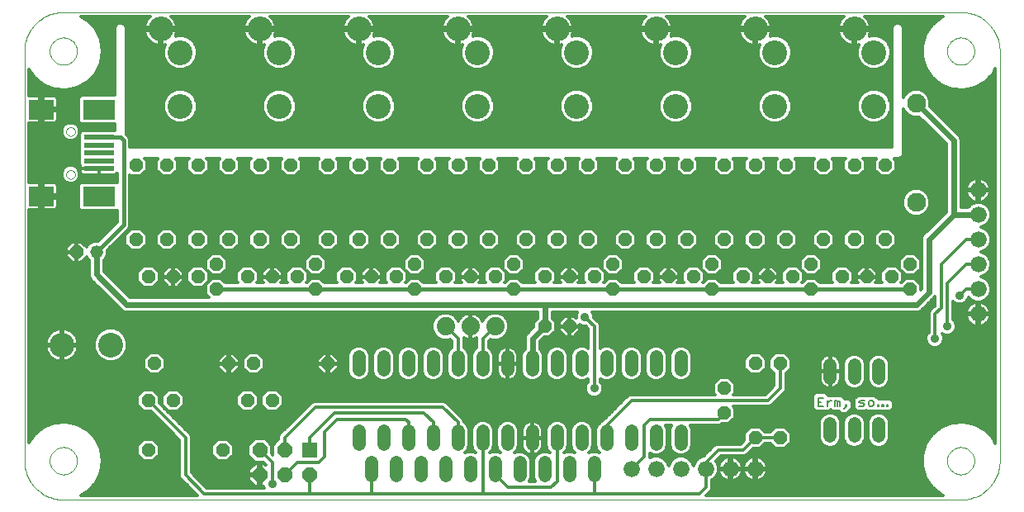
<source format=gtl>
G75*
G70*
%OFA0B0*%
%FSLAX24Y24*%
%IPPOS*%
%LPD*%
%AMOC8*
5,1,8,0,0,1.08239X$1,22.5*
%
%ADD10C,0.0000*%
%ADD11C,0.0080*%
%ADD12C,0.1004*%
%ADD13OC8,0.0520*%
%ADD14C,0.0520*%
%ADD15C,0.0660*%
%ADD16R,0.1299X0.0787*%
%ADD17R,0.0984X0.0787*%
%ADD18R,0.1220X0.0197*%
%ADD19C,0.0520*%
%ADD20C,0.1000*%
%ADD21C,0.0740*%
%ADD22C,0.0760*%
%ADD23R,0.0600X0.0600*%
%ADD24OC8,0.0600*%
%ADD25C,0.0120*%
%ADD26C,0.0240*%
%ADD27C,0.0160*%
%ADD28C,0.0357*%
D10*
X002240Y000665D02*
X038460Y000665D01*
X037909Y002240D02*
X037911Y002287D01*
X037917Y002333D01*
X037927Y002379D01*
X037940Y002424D01*
X037958Y002467D01*
X037979Y002509D01*
X038003Y002549D01*
X038031Y002586D01*
X038062Y002621D01*
X038096Y002654D01*
X038132Y002683D01*
X038171Y002709D01*
X038212Y002732D01*
X038255Y002751D01*
X038299Y002767D01*
X038344Y002779D01*
X038390Y002787D01*
X038437Y002791D01*
X038483Y002791D01*
X038530Y002787D01*
X038576Y002779D01*
X038621Y002767D01*
X038665Y002751D01*
X038708Y002732D01*
X038749Y002709D01*
X038788Y002683D01*
X038824Y002654D01*
X038858Y002621D01*
X038889Y002586D01*
X038917Y002549D01*
X038941Y002509D01*
X038962Y002467D01*
X038980Y002424D01*
X038993Y002379D01*
X039003Y002333D01*
X039009Y002287D01*
X039011Y002240D01*
X039009Y002193D01*
X039003Y002147D01*
X038993Y002101D01*
X038980Y002056D01*
X038962Y002013D01*
X038941Y001971D01*
X038917Y001931D01*
X038889Y001894D01*
X038858Y001859D01*
X038824Y001826D01*
X038788Y001797D01*
X038749Y001771D01*
X038708Y001748D01*
X038665Y001729D01*
X038621Y001713D01*
X038576Y001701D01*
X038530Y001693D01*
X038483Y001689D01*
X038437Y001689D01*
X038390Y001693D01*
X038344Y001701D01*
X038299Y001713D01*
X038255Y001729D01*
X038212Y001748D01*
X038171Y001771D01*
X038132Y001797D01*
X038096Y001826D01*
X038062Y001859D01*
X038031Y001894D01*
X038003Y001931D01*
X037979Y001971D01*
X037958Y002013D01*
X037940Y002056D01*
X037927Y002101D01*
X037917Y002147D01*
X037911Y002193D01*
X037909Y002240D01*
X038460Y000665D02*
X038537Y000667D01*
X038614Y000673D01*
X038691Y000682D01*
X038767Y000695D01*
X038843Y000712D01*
X038917Y000733D01*
X038991Y000757D01*
X039063Y000785D01*
X039133Y000816D01*
X039202Y000851D01*
X039270Y000889D01*
X039335Y000930D01*
X039398Y000975D01*
X039459Y001023D01*
X039518Y001073D01*
X039574Y001126D01*
X039627Y001182D01*
X039677Y001241D01*
X039725Y001302D01*
X039770Y001365D01*
X039811Y001430D01*
X039849Y001498D01*
X039884Y001567D01*
X039915Y001637D01*
X039943Y001709D01*
X039967Y001783D01*
X039988Y001857D01*
X040005Y001933D01*
X040018Y002009D01*
X040027Y002086D01*
X040033Y002163D01*
X040035Y002240D01*
X040035Y018775D01*
X037909Y018775D02*
X037911Y018822D01*
X037917Y018868D01*
X037927Y018914D01*
X037940Y018959D01*
X037958Y019002D01*
X037979Y019044D01*
X038003Y019084D01*
X038031Y019121D01*
X038062Y019156D01*
X038096Y019189D01*
X038132Y019218D01*
X038171Y019244D01*
X038212Y019267D01*
X038255Y019286D01*
X038299Y019302D01*
X038344Y019314D01*
X038390Y019322D01*
X038437Y019326D01*
X038483Y019326D01*
X038530Y019322D01*
X038576Y019314D01*
X038621Y019302D01*
X038665Y019286D01*
X038708Y019267D01*
X038749Y019244D01*
X038788Y019218D01*
X038824Y019189D01*
X038858Y019156D01*
X038889Y019121D01*
X038917Y019084D01*
X038941Y019044D01*
X038962Y019002D01*
X038980Y018959D01*
X038993Y018914D01*
X039003Y018868D01*
X039009Y018822D01*
X039011Y018775D01*
X039009Y018728D01*
X039003Y018682D01*
X038993Y018636D01*
X038980Y018591D01*
X038962Y018548D01*
X038941Y018506D01*
X038917Y018466D01*
X038889Y018429D01*
X038858Y018394D01*
X038824Y018361D01*
X038788Y018332D01*
X038749Y018306D01*
X038708Y018283D01*
X038665Y018264D01*
X038621Y018248D01*
X038576Y018236D01*
X038530Y018228D01*
X038483Y018224D01*
X038437Y018224D01*
X038390Y018228D01*
X038344Y018236D01*
X038299Y018248D01*
X038255Y018264D01*
X038212Y018283D01*
X038171Y018306D01*
X038132Y018332D01*
X038096Y018361D01*
X038062Y018394D01*
X038031Y018429D01*
X038003Y018466D01*
X037979Y018506D01*
X037958Y018548D01*
X037940Y018591D01*
X037927Y018636D01*
X037917Y018682D01*
X037911Y018728D01*
X037909Y018775D01*
X038460Y020350D02*
X038537Y020348D01*
X038614Y020342D01*
X038691Y020333D01*
X038767Y020320D01*
X038843Y020303D01*
X038917Y020282D01*
X038991Y020258D01*
X039063Y020230D01*
X039133Y020199D01*
X039202Y020164D01*
X039270Y020126D01*
X039335Y020085D01*
X039398Y020040D01*
X039459Y019992D01*
X039518Y019942D01*
X039574Y019889D01*
X039627Y019833D01*
X039677Y019774D01*
X039725Y019713D01*
X039770Y019650D01*
X039811Y019585D01*
X039849Y019517D01*
X039884Y019448D01*
X039915Y019378D01*
X039943Y019306D01*
X039967Y019232D01*
X039988Y019158D01*
X040005Y019082D01*
X040018Y019006D01*
X040027Y018929D01*
X040033Y018852D01*
X040035Y018775D01*
X038460Y020350D02*
X002240Y020350D01*
X001689Y018775D02*
X001691Y018822D01*
X001697Y018868D01*
X001707Y018914D01*
X001720Y018959D01*
X001738Y019002D01*
X001759Y019044D01*
X001783Y019084D01*
X001811Y019121D01*
X001842Y019156D01*
X001876Y019189D01*
X001912Y019218D01*
X001951Y019244D01*
X001992Y019267D01*
X002035Y019286D01*
X002079Y019302D01*
X002124Y019314D01*
X002170Y019322D01*
X002217Y019326D01*
X002263Y019326D01*
X002310Y019322D01*
X002356Y019314D01*
X002401Y019302D01*
X002445Y019286D01*
X002488Y019267D01*
X002529Y019244D01*
X002568Y019218D01*
X002604Y019189D01*
X002638Y019156D01*
X002669Y019121D01*
X002697Y019084D01*
X002721Y019044D01*
X002742Y019002D01*
X002760Y018959D01*
X002773Y018914D01*
X002783Y018868D01*
X002789Y018822D01*
X002791Y018775D01*
X002789Y018728D01*
X002783Y018682D01*
X002773Y018636D01*
X002760Y018591D01*
X002742Y018548D01*
X002721Y018506D01*
X002697Y018466D01*
X002669Y018429D01*
X002638Y018394D01*
X002604Y018361D01*
X002568Y018332D01*
X002529Y018306D01*
X002488Y018283D01*
X002445Y018264D01*
X002401Y018248D01*
X002356Y018236D01*
X002310Y018228D01*
X002263Y018224D01*
X002217Y018224D01*
X002170Y018228D01*
X002124Y018236D01*
X002079Y018248D01*
X002035Y018264D01*
X001992Y018283D01*
X001951Y018306D01*
X001912Y018332D01*
X001876Y018361D01*
X001842Y018394D01*
X001811Y018429D01*
X001783Y018466D01*
X001759Y018506D01*
X001738Y018548D01*
X001720Y018591D01*
X001707Y018636D01*
X001697Y018682D01*
X001691Y018728D01*
X001689Y018775D01*
X000665Y018775D02*
X000667Y018852D01*
X000673Y018929D01*
X000682Y019006D01*
X000695Y019082D01*
X000712Y019158D01*
X000733Y019232D01*
X000757Y019306D01*
X000785Y019378D01*
X000816Y019448D01*
X000851Y019517D01*
X000889Y019585D01*
X000930Y019650D01*
X000975Y019713D01*
X001023Y019774D01*
X001073Y019833D01*
X001126Y019889D01*
X001182Y019942D01*
X001241Y019992D01*
X001302Y020040D01*
X001365Y020085D01*
X001430Y020126D01*
X001498Y020164D01*
X001567Y020199D01*
X001637Y020230D01*
X001709Y020258D01*
X001783Y020282D01*
X001857Y020303D01*
X001933Y020320D01*
X002009Y020333D01*
X002086Y020342D01*
X002163Y020348D01*
X002240Y020350D01*
X000665Y018775D02*
X000665Y002240D01*
X001689Y002240D02*
X001691Y002287D01*
X001697Y002333D01*
X001707Y002379D01*
X001720Y002424D01*
X001738Y002467D01*
X001759Y002509D01*
X001783Y002549D01*
X001811Y002586D01*
X001842Y002621D01*
X001876Y002654D01*
X001912Y002683D01*
X001951Y002709D01*
X001992Y002732D01*
X002035Y002751D01*
X002079Y002767D01*
X002124Y002779D01*
X002170Y002787D01*
X002217Y002791D01*
X002263Y002791D01*
X002310Y002787D01*
X002356Y002779D01*
X002401Y002767D01*
X002445Y002751D01*
X002488Y002732D01*
X002529Y002709D01*
X002568Y002683D01*
X002604Y002654D01*
X002638Y002621D01*
X002669Y002586D01*
X002697Y002549D01*
X002721Y002509D01*
X002742Y002467D01*
X002760Y002424D01*
X002773Y002379D01*
X002783Y002333D01*
X002789Y002287D01*
X002791Y002240D01*
X002789Y002193D01*
X002783Y002147D01*
X002773Y002101D01*
X002760Y002056D01*
X002742Y002013D01*
X002721Y001971D01*
X002697Y001931D01*
X002669Y001894D01*
X002638Y001859D01*
X002604Y001826D01*
X002568Y001797D01*
X002529Y001771D01*
X002488Y001748D01*
X002445Y001729D01*
X002401Y001713D01*
X002356Y001701D01*
X002310Y001693D01*
X002263Y001689D01*
X002217Y001689D01*
X002170Y001693D01*
X002124Y001701D01*
X002079Y001713D01*
X002035Y001729D01*
X001992Y001748D01*
X001951Y001771D01*
X001912Y001797D01*
X001876Y001826D01*
X001842Y001859D01*
X001811Y001894D01*
X001783Y001931D01*
X001759Y001971D01*
X001738Y002013D01*
X001720Y002056D01*
X001707Y002101D01*
X001697Y002147D01*
X001691Y002193D01*
X001689Y002240D01*
X000665Y002240D02*
X000667Y002163D01*
X000673Y002086D01*
X000682Y002009D01*
X000695Y001933D01*
X000712Y001857D01*
X000733Y001783D01*
X000757Y001709D01*
X000785Y001637D01*
X000816Y001567D01*
X000851Y001498D01*
X000889Y001430D01*
X000930Y001365D01*
X000975Y001302D01*
X001023Y001241D01*
X001073Y001182D01*
X001126Y001126D01*
X001182Y001073D01*
X001241Y001023D01*
X001302Y000975D01*
X001365Y000930D01*
X001430Y000889D01*
X001498Y000851D01*
X001567Y000816D01*
X001637Y000785D01*
X001709Y000757D01*
X001783Y000733D01*
X001857Y000712D01*
X001933Y000695D01*
X002009Y000682D01*
X002086Y000673D01*
X002163Y000667D01*
X002240Y000665D01*
X002355Y013799D02*
X002357Y013825D01*
X002363Y013851D01*
X002373Y013876D01*
X002386Y013899D01*
X002402Y013919D01*
X002422Y013937D01*
X002444Y013952D01*
X002467Y013964D01*
X002493Y013972D01*
X002519Y013976D01*
X002545Y013976D01*
X002571Y013972D01*
X002597Y013964D01*
X002621Y013952D01*
X002642Y013937D01*
X002662Y013919D01*
X002678Y013899D01*
X002691Y013876D01*
X002701Y013851D01*
X002707Y013825D01*
X002709Y013799D01*
X002707Y013773D01*
X002701Y013747D01*
X002691Y013722D01*
X002678Y013699D01*
X002662Y013679D01*
X002642Y013661D01*
X002620Y013646D01*
X002597Y013634D01*
X002571Y013626D01*
X002545Y013622D01*
X002519Y013622D01*
X002493Y013626D01*
X002467Y013634D01*
X002443Y013646D01*
X002422Y013661D01*
X002402Y013679D01*
X002386Y013699D01*
X002373Y013722D01*
X002363Y013747D01*
X002357Y013773D01*
X002355Y013799D01*
X002355Y015531D02*
X002357Y015557D01*
X002363Y015583D01*
X002373Y015608D01*
X002386Y015631D01*
X002402Y015651D01*
X002422Y015669D01*
X002444Y015684D01*
X002467Y015696D01*
X002493Y015704D01*
X002519Y015708D01*
X002545Y015708D01*
X002571Y015704D01*
X002597Y015696D01*
X002621Y015684D01*
X002642Y015669D01*
X002662Y015651D01*
X002678Y015631D01*
X002691Y015608D01*
X002701Y015583D01*
X002707Y015557D01*
X002709Y015531D01*
X002707Y015505D01*
X002701Y015479D01*
X002691Y015454D01*
X002678Y015431D01*
X002662Y015411D01*
X002642Y015393D01*
X002620Y015378D01*
X002597Y015366D01*
X002571Y015358D01*
X002545Y015354D01*
X002519Y015354D01*
X002493Y015358D01*
X002467Y015366D01*
X002443Y015378D01*
X002422Y015393D01*
X002402Y015411D01*
X002386Y015431D01*
X002373Y015454D01*
X002363Y015479D01*
X002357Y015505D01*
X002355Y015531D01*
D11*
X032705Y004775D02*
X032705Y004455D01*
X032919Y004455D01*
X033074Y004455D02*
X033074Y004669D01*
X033180Y004669D02*
X033074Y004562D01*
X033180Y004669D02*
X033234Y004669D01*
X033380Y004669D02*
X033434Y004669D01*
X033487Y004615D01*
X033541Y004669D01*
X033594Y004615D01*
X033594Y004455D01*
X033487Y004455D02*
X033487Y004615D01*
X033380Y004669D02*
X033380Y004455D01*
X033749Y004348D02*
X033855Y004455D01*
X033802Y004455D01*
X033802Y004509D01*
X033855Y004509D01*
X033855Y004455D01*
X034363Y004455D02*
X034523Y004455D01*
X034576Y004509D01*
X034523Y004562D01*
X034416Y004562D01*
X034363Y004615D01*
X034416Y004669D01*
X034576Y004669D01*
X034731Y004615D02*
X034731Y004509D01*
X034784Y004455D01*
X034891Y004455D01*
X034944Y004509D01*
X034944Y004615D01*
X034891Y004669D01*
X034784Y004669D01*
X034731Y004615D01*
X035099Y004509D02*
X035152Y004509D01*
X035152Y004455D01*
X035099Y004455D01*
X035099Y004509D01*
X035283Y004509D02*
X035337Y004509D01*
X035337Y004455D01*
X035283Y004455D01*
X035283Y004509D01*
X035467Y004509D02*
X035521Y004509D01*
X035521Y004455D01*
X035467Y004455D01*
X035467Y004509D01*
X032919Y004775D02*
X032705Y004775D01*
X032705Y004615D02*
X032812Y004615D01*
D12*
X030953Y016555D03*
X030953Y018720D03*
X030165Y019665D03*
X026953Y018720D03*
X026165Y019665D03*
X022953Y018720D03*
X022165Y019665D03*
X018953Y018720D03*
X018165Y019665D03*
X014953Y018720D03*
X014165Y019665D03*
X010953Y018720D03*
X010165Y019665D03*
X006953Y018720D03*
X006165Y019665D03*
X006953Y016555D03*
X010953Y016555D03*
X014953Y016555D03*
X018953Y016555D03*
X022953Y016555D03*
X026953Y016555D03*
X034165Y019665D03*
X034953Y018720D03*
X034953Y016555D03*
D13*
X035415Y014165D03*
X034165Y014165D03*
X032915Y014165D03*
X031415Y014165D03*
X030165Y014165D03*
X028915Y014165D03*
X027415Y014165D03*
X026165Y014165D03*
X024915Y014165D03*
X023415Y014165D03*
X022165Y014165D03*
X020915Y014165D03*
X019415Y014165D03*
X018165Y014165D03*
X016915Y014165D03*
X015415Y014165D03*
X014165Y014165D03*
X012915Y014165D03*
X011415Y014165D03*
X010165Y014165D03*
X008915Y014165D03*
X007665Y014165D03*
X006415Y014165D03*
X005165Y014165D03*
X005165Y011165D03*
X006415Y011165D03*
X007665Y011165D03*
X008915Y011165D03*
X010165Y011165D03*
X011415Y011165D03*
X012915Y011165D03*
X014165Y011165D03*
X015415Y011165D03*
X016915Y011165D03*
X018165Y011165D03*
X019415Y011165D03*
X020915Y011165D03*
X022165Y011165D03*
X023415Y011165D03*
X024915Y011165D03*
X026165Y011165D03*
X027415Y011165D03*
X028915Y011165D03*
X030165Y011165D03*
X031415Y011165D03*
X032915Y011165D03*
X034165Y011165D03*
X035415Y011165D03*
X036415Y010165D03*
X035665Y009665D03*
X036415Y009165D03*
X034665Y009665D03*
X033665Y009665D03*
X032415Y009165D03*
X031665Y009665D03*
X032415Y010165D03*
X030665Y009665D03*
X029665Y009665D03*
X028415Y009165D03*
X027665Y009665D03*
X028415Y010165D03*
X026665Y009665D03*
X025665Y009665D03*
X024415Y009165D03*
X023665Y009665D03*
X024415Y010165D03*
X022665Y009665D03*
X021665Y009665D03*
X020415Y009165D03*
X019665Y009665D03*
X020415Y010165D03*
X018665Y009665D03*
X017665Y009665D03*
X016415Y009165D03*
X015665Y009665D03*
X016415Y010165D03*
X014665Y009665D03*
X013665Y009665D03*
X012415Y009165D03*
X011665Y009665D03*
X012415Y010165D03*
X010665Y009665D03*
X009665Y009665D03*
X008415Y009165D03*
X007665Y009665D03*
X008415Y010165D03*
X006665Y009665D03*
X005665Y009665D03*
X002765Y010665D03*
X005915Y006165D03*
X005665Y004665D03*
X006665Y004665D03*
X008915Y006165D03*
X009915Y006165D03*
X009665Y004665D03*
X010665Y004665D03*
X012915Y006165D03*
X008665Y002665D03*
X005665Y002665D03*
X021665Y007665D03*
X022665Y007665D03*
X028915Y005165D03*
X028915Y004165D03*
X030165Y003165D03*
X031165Y003165D03*
X031165Y006165D03*
X030165Y006165D03*
D14*
X027165Y006425D02*
X027165Y005905D01*
X026165Y005905D02*
X026165Y006425D01*
X025165Y006425D02*
X025165Y005905D01*
X024165Y005905D02*
X024165Y006425D01*
X023165Y006425D02*
X023165Y005905D01*
X022165Y005905D02*
X022165Y006425D01*
X021165Y006425D02*
X021165Y005905D01*
X020165Y005905D02*
X020165Y006425D01*
X019165Y006425D02*
X019165Y005905D01*
X018165Y005905D02*
X018165Y006425D01*
X017165Y006425D02*
X017165Y005905D01*
X016165Y005905D02*
X016165Y006425D01*
X015165Y006425D02*
X015165Y005905D01*
X014165Y005905D02*
X014165Y006425D01*
X014165Y003425D02*
X014165Y002905D01*
X015165Y002905D02*
X015165Y003425D01*
X016165Y003425D02*
X016165Y002905D01*
X017165Y002905D02*
X017165Y003425D01*
X018165Y003425D02*
X018165Y002905D01*
X019165Y002905D02*
X019165Y003425D01*
X020165Y003425D02*
X020165Y002905D01*
X021165Y002905D02*
X021165Y003425D01*
X022165Y003425D02*
X022165Y002905D01*
X023165Y002905D02*
X023165Y003425D01*
X024165Y003425D02*
X024165Y002905D01*
X025165Y002905D02*
X025165Y003425D01*
X026165Y003425D02*
X026165Y002905D01*
X027165Y002905D02*
X027165Y003425D01*
X023665Y002175D02*
X023665Y001655D01*
X022665Y001655D02*
X022665Y002175D01*
X021665Y002175D02*
X021665Y001655D01*
X020665Y001655D02*
X020665Y002175D01*
X019665Y002175D02*
X019665Y001655D01*
X018665Y001655D02*
X018665Y002175D01*
X017665Y002175D02*
X017665Y001655D01*
X016665Y001655D02*
X016665Y002175D01*
X015665Y002175D02*
X015665Y001655D01*
X014665Y001655D02*
X014665Y002175D01*
X033185Y003225D02*
X033185Y003745D01*
X034165Y003745D02*
X034165Y003225D01*
X035145Y003225D02*
X035145Y003745D01*
X035145Y005585D02*
X035145Y006105D01*
X034165Y006105D02*
X034165Y005585D01*
X033185Y005585D02*
X033185Y006105D01*
D15*
X039165Y008165D03*
X039165Y009165D03*
X039165Y010165D03*
X039165Y011165D03*
X039165Y012165D03*
X039165Y013165D03*
X030165Y001915D03*
X029165Y001915D03*
X028165Y001915D03*
X027165Y001915D03*
X026165Y001915D03*
X025165Y001915D03*
D16*
X003674Y012913D03*
X003674Y016417D03*
D17*
X001351Y016417D03*
X001351Y012913D03*
D18*
X003674Y014035D03*
X003674Y014350D03*
X003674Y014665D03*
X003674Y014980D03*
X003674Y015295D03*
D19*
X003565Y010665D03*
D20*
X004149Y006915D03*
X002181Y006915D03*
D21*
X017665Y007665D03*
X018665Y007665D03*
X019665Y007665D03*
D22*
X036665Y012665D03*
X036665Y016665D03*
D23*
X012165Y002665D03*
D24*
X011165Y002665D03*
X010165Y002665D03*
X010165Y001665D03*
X011165Y001665D03*
X012165Y001665D03*
D25*
X012165Y000915D01*
X014665Y000915D01*
X019165Y000915D01*
X023665Y000915D01*
X027915Y000915D01*
X028165Y001165D01*
X028165Y001915D01*
X028165Y002165D01*
X028665Y002665D01*
X029665Y002665D01*
X030165Y003165D01*
X031165Y003165D01*
X031605Y003155D02*
X032745Y003155D01*
X032745Y003138D02*
X032812Y002976D01*
X032936Y002852D01*
X033098Y002785D01*
X033273Y002785D01*
X033434Y002852D01*
X033558Y002976D01*
X033625Y003138D01*
X033625Y003833D01*
X033558Y003994D01*
X033434Y004118D01*
X033273Y004185D01*
X033098Y004185D01*
X032936Y004118D01*
X032812Y003994D01*
X032745Y003833D01*
X032745Y003138D01*
X032787Y003036D02*
X031605Y003036D01*
X031605Y002983D02*
X031605Y003347D01*
X031347Y003605D01*
X030983Y003605D01*
X030783Y003405D01*
X030547Y003405D01*
X030347Y003605D01*
X029983Y003605D01*
X029725Y003347D01*
X029725Y003065D01*
X029566Y002905D01*
X028713Y002905D01*
X028617Y002905D01*
X028529Y002869D01*
X028086Y002425D01*
X028064Y002425D01*
X027876Y002348D01*
X027733Y002204D01*
X027665Y002041D01*
X027598Y002204D01*
X027454Y002348D01*
X027267Y002425D01*
X027064Y002425D01*
X026876Y002348D01*
X026733Y002204D01*
X026665Y002041D01*
X026598Y002204D01*
X026454Y002348D01*
X026267Y002425D01*
X026064Y002425D01*
X025901Y002358D01*
X025905Y002367D01*
X025905Y002543D01*
X025916Y002532D01*
X026078Y002465D01*
X026253Y002465D01*
X026414Y002532D01*
X026538Y002656D01*
X026605Y002818D01*
X026605Y003513D01*
X026538Y003674D01*
X026537Y003675D01*
X026793Y003675D01*
X026792Y003674D01*
X026725Y003513D01*
X026725Y002818D01*
X026792Y002656D01*
X026916Y002532D01*
X027078Y002465D01*
X027253Y002465D01*
X027414Y002532D01*
X027538Y002656D01*
X027605Y002818D01*
X027605Y003513D01*
X027538Y003674D01*
X027537Y003675D01*
X028617Y003675D01*
X028713Y003675D01*
X028801Y003712D01*
X028815Y003725D01*
X029097Y003725D01*
X029355Y003983D01*
X029355Y004347D01*
X029277Y004425D01*
X030617Y004425D01*
X030713Y004425D01*
X030801Y004462D01*
X031301Y004962D01*
X031369Y005029D01*
X031405Y005117D01*
X031405Y005783D01*
X031605Y005983D01*
X031605Y006347D01*
X031347Y006605D01*
X030983Y006605D01*
X030725Y006347D01*
X030725Y005983D01*
X030925Y005783D01*
X030925Y005265D01*
X030566Y004905D01*
X029277Y004905D01*
X029355Y004983D01*
X029355Y005347D01*
X029097Y005605D01*
X028733Y005605D01*
X028475Y005347D01*
X028475Y004983D01*
X028553Y004905D01*
X025117Y004905D01*
X025029Y004869D01*
X024962Y004801D01*
X023989Y003828D01*
X023916Y003798D01*
X023792Y003674D01*
X023725Y003513D01*
X023725Y002818D01*
X023792Y002656D01*
X023890Y002558D01*
X023753Y002615D01*
X023578Y002615D01*
X023441Y002558D01*
X023538Y002656D01*
X023605Y002818D01*
X023605Y003513D01*
X023538Y003674D01*
X023414Y003798D01*
X023253Y003865D01*
X023078Y003865D01*
X022916Y003798D01*
X022792Y003674D01*
X022725Y003513D01*
X022725Y002818D01*
X022792Y002656D01*
X022890Y002558D01*
X022753Y002615D01*
X022578Y002615D01*
X022441Y002558D01*
X022538Y002656D01*
X022605Y002818D01*
X022605Y003513D01*
X022538Y003674D01*
X022414Y003798D01*
X022253Y003865D01*
X022078Y003865D01*
X021916Y003798D01*
X021792Y003674D01*
X021725Y003513D01*
X021725Y002818D01*
X021792Y002656D01*
X021890Y002558D01*
X021753Y002615D01*
X021578Y002615D01*
X021416Y002548D01*
X021292Y002424D01*
X021225Y002263D01*
X021225Y001568D01*
X021292Y001406D01*
X021293Y001405D01*
X021037Y001405D01*
X021038Y001406D01*
X021105Y001568D01*
X021105Y002263D01*
X021038Y002424D01*
X020914Y002548D01*
X020753Y002615D01*
X020578Y002615D01*
X020441Y002558D01*
X020538Y002656D01*
X020605Y002818D01*
X020605Y003513D01*
X020538Y003674D01*
X020414Y003798D01*
X020253Y003865D01*
X020078Y003865D01*
X019916Y003798D01*
X019792Y003674D01*
X019725Y003513D01*
X019725Y002818D01*
X019792Y002656D01*
X019890Y002558D01*
X019753Y002615D01*
X019578Y002615D01*
X019441Y002558D01*
X019538Y002656D01*
X019605Y002818D01*
X019605Y003513D01*
X019538Y003674D01*
X019414Y003798D01*
X019253Y003865D01*
X019078Y003865D01*
X018916Y003798D01*
X018792Y003674D01*
X018725Y003513D01*
X018725Y002818D01*
X018792Y002656D01*
X018890Y002558D01*
X018753Y002615D01*
X018578Y002615D01*
X018441Y002558D01*
X018538Y002656D01*
X018605Y002818D01*
X018605Y003513D01*
X018538Y003674D01*
X018414Y003798D01*
X018405Y003802D01*
X018405Y003838D01*
X018369Y003926D01*
X017744Y004551D01*
X017676Y004619D01*
X017588Y004655D01*
X012463Y004655D01*
X012367Y004655D01*
X012279Y004619D01*
X011029Y003369D01*
X010962Y003301D01*
X010925Y003213D01*
X010925Y003104D01*
X010685Y002864D01*
X010685Y002485D01*
X010645Y002525D01*
X010645Y002864D01*
X010364Y003145D01*
X009966Y003145D01*
X009685Y002864D01*
X009685Y002466D01*
X009966Y002185D01*
X010306Y002185D01*
X010425Y002066D01*
X010425Y002056D01*
X010356Y002125D01*
X010205Y002125D01*
X010205Y001705D01*
X010125Y001705D01*
X010125Y001625D01*
X010205Y001625D01*
X010205Y001205D01*
X010312Y001205D01*
X010333Y001155D01*
X008015Y001155D01*
X007405Y001765D01*
X007405Y003213D01*
X007369Y003301D01*
X007301Y003369D01*
X006105Y004565D01*
X006105Y004847D01*
X005847Y005105D01*
X005483Y005105D01*
X005225Y004847D01*
X005225Y004483D01*
X005483Y004225D01*
X005766Y004225D01*
X006925Y003066D01*
X006925Y001713D01*
X006925Y001617D01*
X006962Y001529D01*
X007646Y000845D01*
X002949Y000845D01*
X003225Y001005D01*
X003545Y001350D01*
X003750Y001774D01*
X003750Y001774D01*
X003820Y002240D01*
X003750Y002706D01*
X003545Y003130D01*
X003225Y003475D01*
X002817Y003711D01*
X002358Y003816D01*
X001888Y003780D01*
X001450Y003608D01*
X001082Y003315D01*
X001082Y003315D01*
X001082Y003315D01*
X000845Y002968D01*
X000845Y012360D01*
X001291Y012360D01*
X001291Y012853D01*
X001411Y012853D01*
X001411Y012360D01*
X001864Y012360D01*
X001905Y012370D01*
X001942Y012391D01*
X001971Y012421D01*
X001992Y012458D01*
X002003Y012498D01*
X002003Y012853D01*
X001411Y012853D01*
X001411Y012973D01*
X001291Y012973D01*
X001291Y013467D01*
X000845Y013467D01*
X000845Y015863D01*
X001291Y015863D01*
X001291Y016357D01*
X001411Y016357D01*
X001411Y015863D01*
X001864Y015863D01*
X001905Y015874D01*
X001942Y015895D01*
X001971Y015925D01*
X001992Y015962D01*
X002003Y016002D01*
X002003Y016357D01*
X001411Y016357D01*
X001411Y016477D01*
X001291Y016477D01*
X001291Y016971D01*
X000845Y016971D01*
X000845Y018048D01*
X001082Y017701D01*
X001450Y017407D01*
X001888Y017235D01*
X001888Y017235D01*
X002358Y017200D01*
X002817Y017305D01*
X003225Y017540D01*
X003225Y017540D01*
X003225Y017540D01*
X003545Y017885D01*
X003750Y018310D01*
X003820Y018775D01*
X003750Y019241D01*
X003750Y019241D01*
X003545Y019665D01*
X003545Y019665D01*
X003225Y020011D01*
X002949Y020170D01*
X005736Y020170D01*
X005728Y020164D01*
X005666Y020103D01*
X005614Y020034D01*
X005570Y019959D01*
X005537Y019878D01*
X005515Y019795D01*
X005505Y019725D01*
X006105Y019725D01*
X006105Y019605D01*
X006225Y019605D01*
X006225Y019005D01*
X006295Y019015D01*
X006342Y019027D01*
X006271Y018856D01*
X006271Y018585D01*
X006374Y018334D01*
X006566Y018142D01*
X006817Y018038D01*
X007088Y018038D01*
X007339Y018142D01*
X007531Y018334D01*
X007635Y018585D01*
X007635Y018856D01*
X007531Y019107D01*
X007339Y019298D01*
X007088Y019402D01*
X006817Y019402D01*
X006764Y019380D01*
X006793Y019452D01*
X006816Y019536D01*
X006825Y019605D01*
X006225Y019605D01*
X006225Y019725D01*
X006825Y019725D01*
X006816Y019795D01*
X006793Y019878D01*
X006760Y019959D01*
X006717Y020034D01*
X006664Y020103D01*
X006603Y020164D01*
X006594Y020170D01*
X009736Y020170D01*
X009728Y020164D01*
X009666Y020103D01*
X009614Y020034D01*
X009570Y019959D01*
X009537Y019878D01*
X009515Y019795D01*
X009505Y019725D01*
X010105Y019725D01*
X010105Y019605D01*
X010225Y019605D01*
X010225Y019005D01*
X010295Y019015D01*
X010342Y019027D01*
X010271Y018856D01*
X010271Y018585D01*
X010374Y018334D01*
X010566Y018142D01*
X010817Y018038D01*
X011088Y018038D01*
X011339Y018142D01*
X011531Y018334D01*
X011635Y018585D01*
X011635Y018856D01*
X011531Y019107D01*
X011339Y019298D01*
X011088Y019402D01*
X010817Y019402D01*
X010764Y019380D01*
X010793Y019452D01*
X010816Y019536D01*
X010825Y019605D01*
X010225Y019605D01*
X010225Y019725D01*
X010825Y019725D01*
X010816Y019795D01*
X010793Y019878D01*
X010760Y019959D01*
X010717Y020034D01*
X010664Y020103D01*
X010603Y020164D01*
X010594Y020170D01*
X013736Y020170D01*
X013728Y020164D01*
X013666Y020103D01*
X013614Y020034D01*
X013570Y019959D01*
X013537Y019878D01*
X013515Y019795D01*
X013505Y019725D01*
X014105Y019725D01*
X014105Y019605D01*
X014225Y019605D01*
X014225Y019005D01*
X014295Y019015D01*
X014342Y019027D01*
X014271Y018856D01*
X014271Y018585D01*
X014374Y018334D01*
X014566Y018142D01*
X014817Y018038D01*
X015088Y018038D01*
X015339Y018142D01*
X015531Y018334D01*
X015635Y018585D01*
X015635Y018856D01*
X015531Y019107D01*
X015339Y019298D01*
X015088Y019402D01*
X014817Y019402D01*
X014764Y019380D01*
X014793Y019452D01*
X014816Y019536D01*
X014825Y019605D01*
X014225Y019605D01*
X014225Y019725D01*
X014825Y019725D01*
X014816Y019795D01*
X014793Y019878D01*
X014760Y019959D01*
X014717Y020034D01*
X014664Y020103D01*
X014603Y020164D01*
X014594Y020170D01*
X017736Y020170D01*
X017728Y020164D01*
X017666Y020103D01*
X017614Y020034D01*
X017570Y019959D01*
X017537Y019878D01*
X017515Y019795D01*
X017505Y019725D01*
X018105Y019725D01*
X018105Y019605D01*
X018225Y019605D01*
X018225Y019005D01*
X018295Y019015D01*
X018342Y019027D01*
X018271Y018856D01*
X018271Y018585D01*
X018374Y018334D01*
X018566Y018142D01*
X018817Y018038D01*
X019088Y018038D01*
X019339Y018142D01*
X019531Y018334D01*
X019635Y018585D01*
X019635Y018856D01*
X019531Y019107D01*
X019339Y019298D01*
X019088Y019402D01*
X018817Y019402D01*
X018764Y019380D01*
X018793Y019452D01*
X018816Y019536D01*
X018825Y019605D01*
X018225Y019605D01*
X018225Y019725D01*
X018825Y019725D01*
X018816Y019795D01*
X018793Y019878D01*
X018760Y019959D01*
X018717Y020034D01*
X018664Y020103D01*
X018603Y020164D01*
X018594Y020170D01*
X021736Y020170D01*
X021728Y020164D01*
X021666Y020103D01*
X021614Y020034D01*
X021570Y019959D01*
X021537Y019878D01*
X021515Y019795D01*
X021505Y019725D01*
X022105Y019725D01*
X022105Y019605D01*
X022225Y019605D01*
X022225Y019005D01*
X022295Y019015D01*
X022342Y019027D01*
X022271Y018856D01*
X022271Y018585D01*
X022374Y018334D01*
X022566Y018142D01*
X022817Y018038D01*
X023088Y018038D01*
X023339Y018142D01*
X023531Y018334D01*
X023635Y018585D01*
X023635Y018856D01*
X023531Y019107D01*
X023339Y019298D01*
X023088Y019402D01*
X022817Y019402D01*
X022764Y019380D01*
X022793Y019452D01*
X022816Y019536D01*
X022825Y019605D01*
X022225Y019605D01*
X022225Y019725D01*
X022825Y019725D01*
X022816Y019795D01*
X022793Y019878D01*
X022760Y019959D01*
X022717Y020034D01*
X022664Y020103D01*
X022603Y020164D01*
X022594Y020170D01*
X025736Y020170D01*
X025728Y020164D01*
X025666Y020103D01*
X025614Y020034D01*
X025570Y019959D01*
X025537Y019878D01*
X025515Y019795D01*
X025505Y019725D01*
X026105Y019725D01*
X026105Y019605D01*
X026225Y019605D01*
X026225Y019005D01*
X026295Y019015D01*
X026342Y019027D01*
X026271Y018856D01*
X026271Y018585D01*
X026374Y018334D01*
X026566Y018142D01*
X026817Y018038D01*
X027088Y018038D01*
X027339Y018142D01*
X027531Y018334D01*
X027635Y018585D01*
X027635Y018856D01*
X027531Y019107D01*
X027339Y019298D01*
X027088Y019402D01*
X026817Y019402D01*
X026764Y019380D01*
X026793Y019452D01*
X026816Y019536D01*
X026825Y019605D01*
X026225Y019605D01*
X026225Y019725D01*
X026825Y019725D01*
X026816Y019795D01*
X026793Y019878D01*
X026760Y019959D01*
X026717Y020034D01*
X026664Y020103D01*
X026603Y020164D01*
X026594Y020170D01*
X029736Y020170D01*
X029728Y020164D01*
X029666Y020103D01*
X029614Y020034D01*
X029570Y019959D01*
X029537Y019878D01*
X029515Y019795D01*
X029505Y019725D01*
X030105Y019725D01*
X030105Y019605D01*
X030225Y019605D01*
X030225Y019005D01*
X030295Y019015D01*
X030342Y019027D01*
X030271Y018856D01*
X030271Y018585D01*
X030374Y018334D01*
X030566Y018142D01*
X030817Y018038D01*
X031088Y018038D01*
X031339Y018142D01*
X031531Y018334D01*
X031635Y018585D01*
X031635Y018856D01*
X031531Y019107D01*
X031339Y019298D01*
X031088Y019402D01*
X030817Y019402D01*
X030764Y019380D01*
X030793Y019452D01*
X030816Y019536D01*
X030825Y019605D01*
X030225Y019605D01*
X030225Y019725D01*
X030825Y019725D01*
X030816Y019795D01*
X030793Y019878D01*
X030760Y019959D01*
X030717Y020034D01*
X030664Y020103D01*
X030603Y020164D01*
X030594Y020170D01*
X033736Y020170D01*
X033728Y020164D01*
X033666Y020103D01*
X033614Y020034D01*
X033570Y019959D01*
X033537Y019878D01*
X033515Y019795D01*
X033505Y019725D01*
X034105Y019725D01*
X034105Y019605D01*
X034225Y019605D01*
X034225Y019005D01*
X034295Y019015D01*
X034342Y019027D01*
X034271Y018856D01*
X034271Y018585D01*
X034374Y018334D01*
X034566Y018142D01*
X034817Y018038D01*
X035088Y018038D01*
X035339Y018142D01*
X035531Y018334D01*
X035635Y018585D01*
X035635Y018856D01*
X035531Y019107D01*
X035339Y019298D01*
X035088Y019402D01*
X034817Y019402D01*
X034764Y019380D01*
X034793Y019452D01*
X034816Y019536D01*
X034825Y019605D01*
X034225Y019605D01*
X034225Y019725D01*
X034825Y019725D01*
X034816Y019795D01*
X034793Y019878D01*
X034760Y019959D01*
X034717Y020034D01*
X034664Y020103D01*
X034603Y020164D01*
X034594Y020170D01*
X037738Y020170D01*
X037670Y020144D01*
X037302Y019850D01*
X037037Y019461D01*
X036898Y019011D01*
X036898Y019011D01*
X036898Y018540D01*
X037037Y018090D01*
X037302Y017701D01*
X037302Y017701D01*
X037670Y017407D01*
X038109Y017235D01*
X038579Y017200D01*
X039038Y017305D01*
X039446Y017540D01*
X039766Y017885D01*
X039766Y017885D01*
X039855Y018071D01*
X039855Y002944D01*
X039766Y003130D01*
X039446Y003475D01*
X039038Y003711D01*
X039038Y003711D01*
X038579Y003816D01*
X038579Y003816D01*
X038109Y003780D01*
X037670Y003608D01*
X037302Y003315D01*
X037302Y003315D01*
X037302Y003315D01*
X037037Y002926D01*
X037037Y002925D01*
X036898Y002475D01*
X036898Y002005D01*
X036898Y002004D01*
X037037Y001554D01*
X037302Y001165D01*
X037670Y000872D01*
X037670Y000872D01*
X037738Y000845D01*
X028185Y000845D01*
X028301Y000962D01*
X028369Y001029D01*
X028405Y001117D01*
X028405Y001463D01*
X028454Y001483D01*
X028598Y001626D01*
X028675Y001814D01*
X028675Y002017D01*
X028598Y002204D01*
X028570Y002231D01*
X028765Y002425D01*
X029713Y002425D01*
X029801Y002462D01*
X029869Y002529D01*
X030065Y002725D01*
X030347Y002725D01*
X030547Y002925D01*
X030783Y002925D01*
X030983Y002725D01*
X031347Y002725D01*
X031605Y002983D01*
X031540Y002918D02*
X032871Y002918D01*
X033064Y002799D02*
X031421Y002799D01*
X030909Y002799D02*
X030421Y002799D01*
X030540Y002918D02*
X030791Y002918D01*
X030280Y002393D02*
X030204Y002405D01*
X030204Y002405D01*
X030204Y001954D01*
X030655Y001954D01*
X030643Y002030D01*
X030619Y002103D01*
X030584Y002172D01*
X030539Y002234D01*
X030484Y002289D01*
X030422Y002334D01*
X030353Y002369D01*
X030280Y002393D01*
X030204Y002325D02*
X030127Y002325D01*
X030127Y002405D02*
X030050Y002393D01*
X029977Y002369D01*
X029908Y002334D01*
X029846Y002289D01*
X029791Y002234D01*
X029746Y002172D01*
X029711Y002103D01*
X029687Y002030D01*
X029675Y001954D01*
X029675Y001954D01*
X030126Y001954D01*
X030126Y001877D01*
X029675Y001877D01*
X029675Y001877D01*
X029687Y001800D01*
X029711Y001727D01*
X029746Y001658D01*
X029791Y001596D01*
X029846Y001541D01*
X029908Y001496D01*
X029977Y001461D01*
X030050Y001437D01*
X030127Y001425D01*
X030127Y001876D01*
X030204Y001876D01*
X030204Y001425D01*
X030280Y001437D01*
X030353Y001461D01*
X030422Y001496D01*
X030484Y001541D01*
X030539Y001596D01*
X030584Y001658D01*
X030619Y001727D01*
X030643Y001800D01*
X030655Y001877D01*
X030204Y001877D01*
X030204Y001954D01*
X030127Y001954D01*
X030127Y002405D01*
X030127Y002405D01*
X030127Y002206D02*
X030204Y002206D01*
X030204Y002088D02*
X030127Y002088D01*
X030127Y001969D02*
X030204Y001969D01*
X030204Y001851D02*
X030127Y001851D01*
X030127Y001732D02*
X030204Y001732D01*
X030204Y001614D02*
X030127Y001614D01*
X030127Y001495D02*
X030204Y001495D01*
X030204Y001425D02*
X030204Y001425D01*
X030127Y001425D02*
X030127Y001425D01*
X029910Y001495D02*
X029420Y001495D01*
X029422Y001496D02*
X029484Y001541D01*
X029539Y001596D01*
X029584Y001658D01*
X029619Y001727D01*
X029643Y001800D01*
X029655Y001877D01*
X029204Y001877D01*
X029204Y001954D01*
X029655Y001954D01*
X029643Y002030D01*
X029619Y002103D01*
X029584Y002172D01*
X029539Y002234D01*
X029484Y002289D01*
X029422Y002334D01*
X029353Y002369D01*
X029280Y002393D01*
X029204Y002405D01*
X029204Y002405D01*
X029204Y001954D01*
X029127Y001954D01*
X029127Y002405D01*
X029127Y002405D01*
X029050Y002393D01*
X028977Y002369D01*
X028908Y002334D01*
X028846Y002289D01*
X028791Y002234D01*
X028746Y002172D01*
X028711Y002103D01*
X028687Y002030D01*
X028675Y001954D01*
X028675Y001954D01*
X029126Y001954D01*
X029126Y001877D01*
X028675Y001877D01*
X028675Y001877D01*
X028687Y001800D01*
X028711Y001727D01*
X028746Y001658D01*
X028791Y001596D01*
X028846Y001541D01*
X028908Y001496D01*
X028977Y001461D01*
X029050Y001437D01*
X029127Y001425D01*
X029127Y001876D01*
X029204Y001876D01*
X029204Y001425D01*
X029280Y001437D01*
X029353Y001461D01*
X029422Y001496D01*
X029552Y001614D02*
X029779Y001614D01*
X029709Y001732D02*
X029621Y001732D01*
X029651Y001851D02*
X029679Y001851D01*
X029655Y001877D02*
X029655Y001877D01*
X029655Y001954D02*
X029655Y001954D01*
X029653Y001969D02*
X029678Y001969D01*
X029706Y002088D02*
X029624Y002088D01*
X029559Y002206D02*
X029771Y002206D01*
X029895Y002325D02*
X029435Y002325D01*
X029204Y002325D02*
X029127Y002325D01*
X029127Y002206D02*
X029204Y002206D01*
X029204Y002088D02*
X029127Y002088D01*
X029127Y001969D02*
X029204Y001969D01*
X029204Y001851D02*
X029127Y001851D01*
X029127Y001732D02*
X029204Y001732D01*
X029204Y001614D02*
X029127Y001614D01*
X029127Y001495D02*
X029204Y001495D01*
X029204Y001425D02*
X029204Y001425D01*
X029127Y001425D02*
X029127Y001425D01*
X028910Y001495D02*
X028466Y001495D01*
X028405Y001376D02*
X037158Y001376D01*
X037239Y001258D02*
X028405Y001258D01*
X028405Y001139D02*
X037335Y001139D01*
X037302Y001165D02*
X037302Y001165D01*
X037302Y001165D01*
X037483Y001021D02*
X028360Y001021D01*
X028242Y000902D02*
X037632Y000902D01*
X037077Y001495D02*
X030420Y001495D01*
X030552Y001614D02*
X037019Y001614D01*
X037037Y001554D02*
X037037Y001554D01*
X036982Y001732D02*
X030621Y001732D01*
X030651Y001851D02*
X036946Y001851D01*
X036909Y001969D02*
X030653Y001969D01*
X030655Y001954D02*
X030655Y001954D01*
X030655Y001877D02*
X030655Y001877D01*
X030624Y002088D02*
X036898Y002088D01*
X036898Y002206D02*
X030559Y002206D01*
X030435Y002325D02*
X036898Y002325D01*
X036898Y002443D02*
X029757Y002443D01*
X029901Y002562D02*
X036925Y002562D01*
X036898Y002475D02*
X036898Y002475D01*
X036961Y002680D02*
X030020Y002680D01*
X029697Y003036D02*
X027605Y003036D01*
X027605Y002918D02*
X029578Y002918D01*
X029725Y003155D02*
X027605Y003155D01*
X027605Y003273D02*
X029725Y003273D01*
X029769Y003392D02*
X027605Y003392D01*
X027605Y003510D02*
X029888Y003510D01*
X030442Y003510D02*
X030888Y003510D01*
X031442Y003510D02*
X032745Y003510D01*
X032745Y003392D02*
X031561Y003392D01*
X031605Y003273D02*
X032745Y003273D01*
X032745Y003629D02*
X027557Y003629D01*
X026773Y003629D02*
X026557Y003629D01*
X026605Y003510D02*
X026725Y003510D01*
X026725Y003392D02*
X026605Y003392D01*
X026605Y003273D02*
X026725Y003273D01*
X026725Y003155D02*
X026605Y003155D01*
X026605Y003036D02*
X026725Y003036D01*
X026725Y002918D02*
X026605Y002918D01*
X026597Y002799D02*
X026733Y002799D01*
X026782Y002680D02*
X026548Y002680D01*
X026444Y002562D02*
X026886Y002562D01*
X026854Y002325D02*
X026477Y002325D01*
X026595Y002206D02*
X026735Y002206D01*
X026685Y002088D02*
X026646Y002088D01*
X025905Y002443D02*
X028104Y002443D01*
X028222Y002562D02*
X027444Y002562D01*
X027548Y002680D02*
X028341Y002680D01*
X028460Y002799D02*
X027597Y002799D01*
X027477Y002325D02*
X027854Y002325D01*
X027735Y002206D02*
X027595Y002206D01*
X027646Y002088D02*
X027685Y002088D01*
X028595Y002206D02*
X028771Y002206D01*
X028706Y002088D02*
X028646Y002088D01*
X028675Y001969D02*
X028678Y001969D01*
X028675Y001851D02*
X028679Y001851D01*
X028709Y001732D02*
X028641Y001732D01*
X028585Y001614D02*
X028779Y001614D01*
X028664Y002325D02*
X028895Y002325D01*
X029120Y003747D02*
X032745Y003747D01*
X032759Y003866D02*
X029238Y003866D01*
X029355Y003984D02*
X032808Y003984D01*
X032921Y004103D02*
X029355Y004103D01*
X029355Y004221D02*
X033565Y004221D01*
X033551Y004235D02*
X033658Y004128D01*
X033840Y004128D01*
X033947Y004235D01*
X034075Y004364D01*
X034075Y004546D01*
X034075Y004600D01*
X033947Y004729D01*
X033893Y004729D01*
X033792Y004729D01*
X033685Y004835D01*
X033632Y004889D01*
X033449Y004889D01*
X033343Y004889D01*
X033289Y004889D01*
X033116Y004889D01*
X033010Y004995D01*
X032796Y004995D01*
X032614Y004995D01*
X032485Y004867D01*
X032485Y004706D01*
X032485Y004524D01*
X032485Y004364D01*
X032614Y004235D01*
X032982Y004235D01*
X033165Y004235D01*
X033227Y004298D01*
X033289Y004235D01*
X033396Y004235D01*
X033503Y004235D01*
X033551Y004235D01*
X033450Y004103D02*
X033901Y004103D01*
X033916Y004118D02*
X033792Y003994D01*
X033725Y003833D01*
X033725Y003138D01*
X033792Y002976D01*
X033916Y002852D01*
X034078Y002785D01*
X034253Y002785D01*
X034414Y002852D01*
X034538Y002976D01*
X034605Y003138D01*
X034605Y003833D01*
X034538Y003994D01*
X034414Y004118D01*
X034253Y004185D01*
X034078Y004185D01*
X033916Y004118D01*
X033933Y004221D02*
X039855Y004221D01*
X039855Y004103D02*
X035410Y004103D01*
X035394Y004118D02*
X035233Y004185D01*
X035058Y004185D01*
X034896Y004118D01*
X034772Y003994D01*
X034705Y003833D01*
X034705Y003138D01*
X034772Y002976D01*
X034896Y002852D01*
X035058Y002785D01*
X035233Y002785D01*
X035394Y002852D01*
X035518Y002976D01*
X035585Y003138D01*
X035585Y003833D01*
X035518Y003994D01*
X035394Y004118D01*
X035376Y004235D02*
X035612Y004235D01*
X035741Y004364D01*
X035741Y004546D01*
X035741Y004600D01*
X035612Y004729D01*
X035430Y004729D01*
X035376Y004729D01*
X035245Y004729D01*
X035192Y004729D01*
X035142Y004729D01*
X035111Y004760D01*
X034982Y004889D01*
X034875Y004889D01*
X034783Y004889D01*
X034693Y004889D01*
X034693Y004889D01*
X034680Y004876D01*
X034667Y004889D01*
X034507Y004889D01*
X034417Y004889D01*
X034325Y004889D01*
X034325Y004889D01*
X034325Y004889D01*
X034265Y004829D01*
X034196Y004760D01*
X034196Y004760D01*
X034143Y004706D01*
X034142Y004706D02*
X034143Y004615D01*
X034142Y004524D01*
X034143Y004524D02*
X034143Y004364D01*
X034271Y004235D01*
X034522Y004235D01*
X034614Y004235D01*
X034653Y004275D01*
X034693Y004235D01*
X034890Y004235D01*
X034982Y004235D01*
X034982Y004235D01*
X034995Y004248D01*
X035008Y004235D01*
X035192Y004235D01*
X035376Y004235D01*
X035522Y003984D02*
X039855Y003984D01*
X039855Y003866D02*
X035571Y003866D01*
X035585Y003747D02*
X038025Y003747D01*
X038109Y003780D02*
X038109Y003780D01*
X037723Y003629D02*
X035585Y003629D01*
X035585Y003510D02*
X037548Y003510D01*
X037670Y003608D02*
X037670Y003608D01*
X037399Y003392D02*
X035585Y003392D01*
X035585Y003273D02*
X037274Y003273D01*
X037193Y003155D02*
X035585Y003155D01*
X035543Y003036D02*
X037112Y003036D01*
X037034Y002918D02*
X035460Y002918D01*
X035266Y002799D02*
X036998Y002799D01*
X035024Y002799D02*
X034286Y002799D01*
X034480Y002918D02*
X034831Y002918D01*
X034747Y003036D02*
X034563Y003036D01*
X034605Y003155D02*
X034705Y003155D01*
X034705Y003273D02*
X034605Y003273D01*
X034605Y003392D02*
X034705Y003392D01*
X034705Y003510D02*
X034605Y003510D01*
X034605Y003629D02*
X034705Y003629D01*
X034705Y003747D02*
X034605Y003747D01*
X034591Y003866D02*
X034719Y003866D01*
X034768Y003984D02*
X034542Y003984D01*
X034430Y004103D02*
X034881Y004103D01*
X034982Y004235D02*
X034982Y004235D01*
X034614Y004235D02*
X034614Y004235D01*
X034614Y004235D01*
X034167Y004340D02*
X034051Y004340D01*
X034075Y004459D02*
X034143Y004459D01*
X034142Y004524D02*
X034143Y004524D01*
X034143Y004577D02*
X034075Y004577D01*
X034142Y004696D02*
X033979Y004696D01*
X034142Y004706D02*
X034143Y004706D01*
X034143Y004706D01*
X034250Y004814D02*
X033706Y004814D01*
X033916Y005212D02*
X034078Y005145D01*
X034253Y005145D01*
X034414Y005212D01*
X034538Y005336D01*
X034605Y005498D01*
X034605Y006193D01*
X034538Y006354D01*
X034414Y006478D01*
X034253Y006545D01*
X034078Y006545D01*
X033916Y006478D01*
X033792Y006354D01*
X033725Y006193D01*
X033725Y005498D01*
X033792Y005336D01*
X033916Y005212D01*
X033840Y005288D02*
X033482Y005288D01*
X033459Y005265D02*
X033506Y005312D01*
X033544Y005365D01*
X033574Y005424D01*
X033595Y005487D01*
X033605Y005552D01*
X033605Y005825D01*
X033205Y005825D01*
X033205Y005165D01*
X033218Y005165D01*
X033284Y005176D01*
X033346Y005196D01*
X033405Y005226D01*
X033459Y005265D01*
X033566Y005407D02*
X033763Y005407D01*
X033725Y005525D02*
X033601Y005525D01*
X033605Y005644D02*
X033725Y005644D01*
X033725Y005763D02*
X033605Y005763D01*
X033605Y005865D02*
X033605Y006138D01*
X033595Y006204D01*
X033574Y006266D01*
X033544Y006325D01*
X033506Y006379D01*
X033459Y006426D01*
X033405Y006464D01*
X033346Y006494D01*
X033284Y006515D01*
X033218Y006525D01*
X033205Y006525D01*
X033205Y005865D01*
X033605Y005865D01*
X033605Y005881D02*
X033725Y005881D01*
X033725Y006000D02*
X033605Y006000D01*
X033605Y006118D02*
X033725Y006118D01*
X033743Y006237D02*
X033584Y006237D01*
X033523Y006355D02*
X033793Y006355D01*
X033912Y006474D02*
X033387Y006474D01*
X033205Y006474D02*
X033165Y006474D01*
X033165Y006525D02*
X033152Y006525D01*
X033087Y006515D01*
X033024Y006494D01*
X032965Y006464D01*
X032912Y006426D01*
X032865Y006379D01*
X032826Y006325D01*
X032796Y006266D01*
X032776Y006204D01*
X032765Y006138D01*
X032765Y005865D01*
X033165Y005865D01*
X033165Y005825D01*
X033205Y005825D01*
X033205Y005865D01*
X033165Y005865D01*
X033165Y006525D01*
X033165Y006355D02*
X033205Y006355D01*
X033205Y006237D02*
X033165Y006237D01*
X033165Y006118D02*
X033205Y006118D01*
X033205Y006000D02*
X033165Y006000D01*
X033165Y005881D02*
X033205Y005881D01*
X033165Y005825D02*
X032765Y005825D01*
X032765Y005552D01*
X032776Y005487D01*
X032796Y005424D01*
X032826Y005365D01*
X032865Y005312D01*
X032912Y005265D01*
X032965Y005226D01*
X033024Y005196D01*
X033087Y005176D01*
X033152Y005165D01*
X033165Y005165D01*
X033165Y005825D01*
X033165Y005763D02*
X033205Y005763D01*
X033205Y005644D02*
X033165Y005644D01*
X033165Y005525D02*
X033205Y005525D01*
X033205Y005407D02*
X033165Y005407D01*
X033165Y005288D02*
X033205Y005288D01*
X033205Y005170D02*
X033165Y005170D01*
X033123Y005170D02*
X031405Y005170D01*
X031405Y005288D02*
X032888Y005288D01*
X032805Y005407D02*
X031405Y005407D01*
X031405Y005525D02*
X032769Y005525D01*
X032765Y005644D02*
X031405Y005644D01*
X031405Y005763D02*
X032765Y005763D01*
X032765Y005881D02*
X031503Y005881D01*
X031605Y006000D02*
X032765Y006000D01*
X032765Y006118D02*
X031605Y006118D01*
X031605Y006237D02*
X032786Y006237D01*
X032848Y006355D02*
X031597Y006355D01*
X031479Y006474D02*
X032984Y006474D01*
X034419Y006474D02*
X034892Y006474D01*
X034896Y006478D02*
X034772Y006354D01*
X034705Y006193D01*
X034705Y005498D01*
X034772Y005336D01*
X034896Y005212D01*
X035058Y005145D01*
X035233Y005145D01*
X035394Y005212D01*
X035518Y005336D01*
X035585Y005498D01*
X035585Y006193D01*
X035518Y006354D01*
X035394Y006478D01*
X035233Y006545D01*
X035058Y006545D01*
X034896Y006478D01*
X034773Y006355D02*
X034537Y006355D01*
X034587Y006237D02*
X034723Y006237D01*
X034705Y006118D02*
X034605Y006118D01*
X034605Y006000D02*
X034705Y006000D01*
X034705Y005881D02*
X034605Y005881D01*
X034605Y005763D02*
X034705Y005763D01*
X034705Y005644D02*
X034605Y005644D01*
X034605Y005525D02*
X034705Y005525D01*
X034743Y005407D02*
X034568Y005407D01*
X034491Y005288D02*
X034820Y005288D01*
X034998Y005170D02*
X034312Y005170D01*
X034018Y005170D02*
X033248Y005170D01*
X033072Y004933D02*
X039855Y004933D01*
X039855Y005051D02*
X031378Y005051D01*
X031272Y004933D02*
X032551Y004933D01*
X032485Y004814D02*
X031154Y004814D01*
X031035Y004696D02*
X032485Y004696D01*
X032485Y004577D02*
X030917Y004577D01*
X030794Y004459D02*
X032485Y004459D01*
X032509Y004340D02*
X029355Y004340D01*
X028915Y004165D02*
X028665Y003915D01*
X025915Y003915D01*
X025665Y003665D01*
X025665Y002415D01*
X025165Y001915D01*
X023886Y002562D02*
X023881Y002562D01*
X023782Y002680D02*
X023548Y002680D01*
X023597Y002799D02*
X023733Y002799D01*
X023725Y002918D02*
X023605Y002918D01*
X023605Y003036D02*
X023725Y003036D01*
X023725Y003155D02*
X023605Y003155D01*
X023605Y003273D02*
X023725Y003273D01*
X023725Y003392D02*
X023605Y003392D01*
X023605Y003510D02*
X023725Y003510D01*
X023773Y003629D02*
X023557Y003629D01*
X023465Y003747D02*
X023865Y003747D01*
X024026Y003866D02*
X018394Y003866D01*
X018465Y003747D02*
X018865Y003747D01*
X018773Y003629D02*
X018557Y003629D01*
X018605Y003510D02*
X018725Y003510D01*
X018725Y003392D02*
X018605Y003392D01*
X018605Y003273D02*
X018725Y003273D01*
X018725Y003155D02*
X018605Y003155D01*
X018605Y003036D02*
X018725Y003036D01*
X018725Y002918D02*
X018605Y002918D01*
X018597Y002799D02*
X018733Y002799D01*
X018782Y002680D02*
X018548Y002680D01*
X018449Y002562D02*
X018444Y002562D01*
X018881Y002562D02*
X018886Y002562D01*
X019444Y002562D02*
X019449Y002562D01*
X019548Y002680D02*
X019782Y002680D01*
X019733Y002799D02*
X019597Y002799D01*
X019605Y002918D02*
X019725Y002918D01*
X019725Y003036D02*
X019605Y003036D01*
X019605Y003155D02*
X019725Y003155D01*
X019725Y003273D02*
X019605Y003273D01*
X019605Y003392D02*
X019725Y003392D01*
X019725Y003510D02*
X019605Y003510D01*
X019557Y003629D02*
X019773Y003629D01*
X019865Y003747D02*
X019465Y003747D01*
X020465Y003747D02*
X020894Y003747D01*
X020892Y003746D02*
X020845Y003699D01*
X020806Y003645D01*
X020776Y003586D01*
X020756Y003524D01*
X020745Y003458D01*
X020745Y003185D01*
X021145Y003185D01*
X021145Y003145D01*
X020745Y003145D01*
X020745Y002872D01*
X020756Y002807D01*
X020776Y002744D01*
X020806Y002685D01*
X020845Y002632D01*
X020892Y002585D01*
X020945Y002546D01*
X021004Y002516D01*
X021067Y002496D01*
X021132Y002485D01*
X021145Y002485D01*
X021145Y003145D01*
X021185Y003145D01*
X021185Y002485D01*
X021198Y002485D01*
X021264Y002496D01*
X021326Y002516D01*
X021385Y002546D01*
X021439Y002585D01*
X021486Y002632D01*
X021524Y002685D01*
X021554Y002744D01*
X021575Y002807D01*
X021585Y002872D01*
X021585Y003145D01*
X021185Y003145D01*
X021185Y003185D01*
X021145Y003185D01*
X021145Y003845D01*
X021132Y003845D01*
X021067Y003835D01*
X021004Y003814D01*
X020945Y003784D01*
X020892Y003746D01*
X020798Y003629D02*
X020557Y003629D01*
X020605Y003510D02*
X020753Y003510D01*
X020745Y003392D02*
X020605Y003392D01*
X020605Y003273D02*
X020745Y003273D01*
X020605Y003155D02*
X021145Y003155D01*
X021185Y003155D02*
X021725Y003155D01*
X021725Y003273D02*
X021585Y003273D01*
X021585Y003185D02*
X021585Y003458D01*
X021575Y003524D01*
X021554Y003586D01*
X021524Y003645D01*
X021486Y003699D01*
X021439Y003746D01*
X021385Y003784D01*
X021326Y003814D01*
X021264Y003835D01*
X021198Y003845D01*
X021185Y003845D01*
X021185Y003185D01*
X021585Y003185D01*
X021585Y003036D02*
X021725Y003036D01*
X021725Y002918D02*
X021585Y002918D01*
X021572Y002799D02*
X021733Y002799D01*
X021782Y002680D02*
X021521Y002680D01*
X021449Y002562D02*
X021407Y002562D01*
X021311Y002443D02*
X021019Y002443D01*
X021079Y002325D02*
X021251Y002325D01*
X021225Y002206D02*
X021105Y002206D01*
X021105Y002088D02*
X021225Y002088D01*
X021225Y001969D02*
X021105Y001969D01*
X021105Y001851D02*
X021225Y001851D01*
X021225Y001732D02*
X021105Y001732D01*
X021105Y001614D02*
X021225Y001614D01*
X021255Y001495D02*
X021075Y001495D01*
X021915Y001165D02*
X022165Y001415D01*
X022165Y003165D01*
X021725Y003392D02*
X021585Y003392D01*
X021577Y003510D02*
X021725Y003510D01*
X021773Y003629D02*
X021533Y003629D01*
X021436Y003747D02*
X021865Y003747D01*
X022465Y003747D02*
X022865Y003747D01*
X022773Y003629D02*
X022557Y003629D01*
X022605Y003510D02*
X022725Y003510D01*
X022725Y003392D02*
X022605Y003392D01*
X022605Y003273D02*
X022725Y003273D01*
X022725Y003155D02*
X022605Y003155D01*
X022605Y003036D02*
X022725Y003036D01*
X022725Y002918D02*
X022605Y002918D01*
X022597Y002799D02*
X022733Y002799D01*
X022782Y002680D02*
X022548Y002680D01*
X022449Y002562D02*
X022444Y002562D01*
X022881Y002562D02*
X022886Y002562D01*
X023444Y002562D02*
X023449Y002562D01*
X023665Y001915D02*
X023665Y000915D01*
X021915Y001165D02*
X020165Y001165D01*
X019665Y001665D01*
X019665Y001915D01*
X019881Y002562D02*
X019886Y002562D01*
X020444Y002562D02*
X020449Y002562D01*
X020548Y002680D02*
X020809Y002680D01*
X020758Y002799D02*
X020597Y002799D01*
X020605Y002918D02*
X020745Y002918D01*
X020745Y003036D02*
X020605Y003036D01*
X021145Y003036D02*
X021185Y003036D01*
X021185Y002918D02*
X021145Y002918D01*
X021145Y002799D02*
X021185Y002799D01*
X021185Y002680D02*
X021145Y002680D01*
X021145Y002562D02*
X021185Y002562D01*
X020923Y002562D02*
X020881Y002562D01*
X021145Y003273D02*
X021185Y003273D01*
X021185Y003392D02*
X021145Y003392D01*
X021145Y003510D02*
X021185Y003510D01*
X021185Y003629D02*
X021145Y003629D01*
X021145Y003747D02*
X021185Y003747D01*
X019165Y003165D02*
X019165Y000915D01*
X021881Y002562D02*
X021886Y002562D01*
X024165Y003165D02*
X024165Y003665D01*
X025165Y004665D01*
X030665Y004665D01*
X031165Y005165D01*
X031165Y006165D01*
X030852Y006474D02*
X030479Y006474D01*
X030597Y006355D02*
X030733Y006355D01*
X030725Y006237D02*
X030605Y006237D01*
X030605Y006347D02*
X030605Y005983D01*
X030347Y005725D01*
X029983Y005725D01*
X029725Y005983D01*
X029725Y006347D01*
X029983Y006605D01*
X030347Y006605D01*
X030605Y006347D01*
X030605Y006118D02*
X030725Y006118D01*
X030725Y006000D02*
X030605Y006000D01*
X030503Y005881D02*
X030827Y005881D01*
X030925Y005763D02*
X030385Y005763D01*
X029946Y005763D02*
X027582Y005763D01*
X027605Y005818D02*
X027538Y005656D01*
X027414Y005532D01*
X027253Y005465D01*
X027078Y005465D01*
X026916Y005532D01*
X026792Y005656D01*
X026725Y005818D01*
X026725Y006513D01*
X026792Y006674D01*
X026916Y006798D01*
X027078Y006865D01*
X027253Y006865D01*
X027414Y006798D01*
X027538Y006674D01*
X027605Y006513D01*
X027605Y005818D01*
X027605Y005881D02*
X029827Y005881D01*
X029725Y006000D02*
X027605Y006000D01*
X027605Y006118D02*
X029725Y006118D01*
X029725Y006237D02*
X027605Y006237D01*
X027605Y006355D02*
X029733Y006355D01*
X029852Y006474D02*
X027605Y006474D01*
X027572Y006592D02*
X029970Y006592D01*
X030360Y006592D02*
X030970Y006592D01*
X031360Y006592D02*
X039855Y006592D01*
X039855Y006474D02*
X035399Y006474D01*
X035517Y006355D02*
X039855Y006355D01*
X039855Y006237D02*
X035567Y006237D01*
X035585Y006118D02*
X039855Y006118D01*
X039855Y006000D02*
X035585Y006000D01*
X035585Y005881D02*
X039855Y005881D01*
X039855Y005763D02*
X035585Y005763D01*
X035585Y005644D02*
X039855Y005644D01*
X039855Y005525D02*
X035585Y005525D01*
X035548Y005407D02*
X039855Y005407D01*
X039855Y005288D02*
X035471Y005288D01*
X035292Y005170D02*
X039855Y005170D01*
X039855Y004814D02*
X035056Y004814D01*
X034875Y004889D02*
X034875Y004889D01*
X034693Y004889D02*
X034693Y004889D01*
X034507Y004889D02*
X034507Y004889D01*
X035645Y004696D02*
X039855Y004696D01*
X039855Y004577D02*
X035741Y004577D01*
X035741Y004459D02*
X039855Y004459D01*
X039855Y004340D02*
X035717Y004340D01*
X033788Y003984D02*
X033562Y003984D01*
X033611Y003866D02*
X033739Y003866D01*
X033725Y003747D02*
X033625Y003747D01*
X033625Y003629D02*
X033725Y003629D01*
X033725Y003510D02*
X033625Y003510D01*
X033625Y003392D02*
X033725Y003392D01*
X033725Y003273D02*
X033625Y003273D01*
X033625Y003155D02*
X033725Y003155D01*
X033767Y003036D02*
X033583Y003036D01*
X033500Y002918D02*
X033851Y002918D01*
X034044Y002799D02*
X033306Y002799D01*
X030593Y004933D02*
X029305Y004933D01*
X029355Y005051D02*
X030712Y005051D01*
X030830Y005170D02*
X029355Y005170D01*
X029355Y005288D02*
X030925Y005288D01*
X030925Y005407D02*
X029296Y005407D01*
X029177Y005525D02*
X030925Y005525D01*
X030925Y005644D02*
X027526Y005644D01*
X027398Y005525D02*
X028653Y005525D01*
X028535Y005407D02*
X023930Y005407D01*
X023905Y005432D02*
X023905Y005543D01*
X023916Y005532D01*
X024078Y005465D01*
X024253Y005465D01*
X024414Y005532D01*
X024538Y005656D01*
X024605Y005818D01*
X024605Y006513D01*
X024538Y006674D01*
X024414Y006798D01*
X024253Y006865D01*
X024078Y006865D01*
X023916Y006798D01*
X023905Y006787D01*
X023905Y007617D01*
X023905Y007713D01*
X023869Y007801D01*
X023649Y008021D01*
X023649Y008111D01*
X023595Y008240D01*
X036605Y008240D01*
X036725Y008240D01*
X036835Y008286D01*
X037335Y008786D01*
X037419Y008870D01*
X037425Y008884D01*
X037425Y008515D01*
X037212Y008301D01*
X037175Y008213D01*
X037175Y008117D01*
X037175Y007432D01*
X037111Y007368D01*
X037057Y007236D01*
X037057Y007094D01*
X037111Y006962D01*
X037212Y006861D01*
X037344Y006807D01*
X037486Y006807D01*
X037618Y006861D01*
X037719Y006962D01*
X037774Y007094D01*
X037774Y007236D01*
X037724Y007356D01*
X037844Y007307D01*
X037986Y007307D01*
X038118Y007361D01*
X038219Y007462D01*
X038274Y007594D01*
X038274Y007736D01*
X038219Y007868D01*
X038155Y007932D01*
X038155Y008668D01*
X038212Y008611D01*
X038344Y008557D01*
X038486Y008557D01*
X038618Y008611D01*
X038719Y008712D01*
X038771Y008838D01*
X038876Y008733D01*
X039064Y008655D01*
X039267Y008655D01*
X039454Y008733D01*
X039598Y008876D01*
X039675Y009064D01*
X039675Y009267D01*
X039598Y009454D01*
X039454Y009598D01*
X039291Y009665D01*
X039454Y009733D01*
X039598Y009876D01*
X039675Y010064D01*
X039675Y010267D01*
X039855Y010267D01*
X039855Y010149D02*
X039675Y010149D01*
X039675Y010267D02*
X039598Y010454D01*
X039454Y010598D01*
X039291Y010665D01*
X039454Y010733D01*
X039598Y010876D01*
X039675Y011064D01*
X039675Y011267D01*
X039598Y011454D01*
X039454Y011598D01*
X039291Y011665D01*
X039454Y011733D01*
X039598Y011876D01*
X039675Y012064D01*
X039675Y012267D01*
X039598Y012454D01*
X039454Y012598D01*
X039267Y012675D01*
X039064Y012675D01*
X038876Y012598D01*
X038744Y012465D01*
X038465Y012465D01*
X038465Y015105D01*
X038465Y015225D01*
X038419Y015335D01*
X037218Y016537D01*
X037225Y016554D01*
X037225Y016777D01*
X037140Y016982D01*
X036982Y017140D01*
X036777Y017225D01*
X036554Y017225D01*
X036348Y017140D01*
X036190Y016982D01*
X036155Y016897D01*
X036155Y019713D01*
X036119Y019801D01*
X036051Y019869D01*
X035963Y019905D01*
X035867Y019905D01*
X035779Y019869D01*
X035712Y019801D01*
X035675Y019713D01*
X035675Y014905D01*
X004925Y014905D01*
X004925Y015217D01*
X004886Y015312D01*
X004812Y015386D01*
X004780Y015418D01*
X004780Y019713D01*
X004744Y019801D01*
X004676Y019869D01*
X004588Y019905D01*
X004492Y019905D01*
X004404Y019869D01*
X004337Y019801D01*
X004300Y019713D01*
X004300Y016991D01*
X002950Y016991D01*
X002844Y016885D01*
X002844Y015949D01*
X002950Y015843D01*
X004300Y015843D01*
X004300Y015574D01*
X002989Y015574D01*
X002889Y015474D01*
X002889Y015602D01*
X004300Y015602D01*
X004300Y015720D02*
X002841Y015720D01*
X002835Y015734D02*
X002889Y015602D01*
X002889Y015483D02*
X002899Y015483D01*
X002884Y015447D02*
X002884Y015153D01*
X002884Y014807D01*
X002884Y014523D01*
X002884Y014177D01*
X002904Y014157D01*
X002904Y014155D01*
X002904Y014035D01*
X002904Y013916D01*
X002915Y013875D01*
X002936Y013839D01*
X002966Y013809D01*
X003002Y013788D01*
X003043Y013777D01*
X003674Y013777D01*
X004305Y013777D01*
X004346Y013788D01*
X004383Y013809D01*
X004405Y013832D01*
X004405Y013480D01*
X004398Y013487D01*
X002950Y013487D01*
X002844Y013381D01*
X002844Y012445D01*
X002950Y012340D01*
X004398Y012340D01*
X004405Y012347D01*
X004405Y011873D01*
X003638Y011105D01*
X003478Y011105D01*
X003316Y011038D01*
X003192Y010914D01*
X003168Y010856D01*
X002939Y011085D01*
X002785Y011085D01*
X002785Y010685D01*
X002745Y010685D01*
X002745Y010645D01*
X002785Y010645D01*
X002785Y010245D01*
X002939Y010245D01*
X003168Y010474D01*
X003192Y010416D01*
X003265Y010343D01*
X003265Y009705D01*
X003311Y009595D01*
X003395Y009511D01*
X003395Y009511D01*
X004536Y008370D01*
X004620Y008286D01*
X004730Y008240D01*
X021365Y008240D01*
X021365Y007987D01*
X021225Y007847D01*
X021225Y007649D01*
X020995Y007419D01*
X020911Y007335D01*
X020865Y007225D01*
X020865Y006747D01*
X020792Y006674D01*
X020725Y006513D01*
X020725Y005818D01*
X020792Y005656D01*
X020916Y005532D01*
X021078Y005465D01*
X021253Y005465D01*
X021414Y005532D01*
X021538Y005656D01*
X021605Y005818D01*
X021605Y006513D01*
X021538Y006674D01*
X021465Y006747D01*
X021465Y007041D01*
X021649Y007225D01*
X021847Y007225D01*
X022105Y007483D01*
X022105Y007847D01*
X021965Y007987D01*
X021965Y008240D01*
X022985Y008240D01*
X022932Y008111D01*
X022932Y007992D01*
X022839Y008085D01*
X022685Y008085D01*
X022685Y007685D01*
X023085Y007685D01*
X023085Y007738D01*
X023087Y007736D01*
X023219Y007682D01*
X023309Y007682D01*
X023425Y007566D01*
X023425Y006787D01*
X023414Y006798D01*
X023253Y006865D01*
X023078Y006865D01*
X022916Y006798D01*
X022792Y006674D01*
X022725Y006513D01*
X022725Y005818D01*
X022792Y005656D01*
X022916Y005532D01*
X023078Y005465D01*
X023253Y005465D01*
X023414Y005532D01*
X023425Y005543D01*
X023425Y005432D01*
X023361Y005368D01*
X023307Y005236D01*
X023307Y005094D01*
X023361Y004962D01*
X023462Y004861D01*
X023594Y004807D01*
X023736Y004807D01*
X023868Y004861D01*
X023969Y004962D01*
X024024Y005094D01*
X024024Y005236D01*
X023969Y005368D01*
X023905Y005432D01*
X023905Y005525D02*
X023932Y005525D01*
X024002Y005288D02*
X028475Y005288D01*
X028475Y005170D02*
X024024Y005170D01*
X024006Y005051D02*
X028475Y005051D01*
X028525Y004933D02*
X023940Y004933D01*
X023754Y004814D02*
X024975Y004814D01*
X024856Y004696D02*
X011105Y004696D01*
X011105Y004814D02*
X023576Y004814D01*
X023391Y004933D02*
X011020Y004933D01*
X011105Y004847D02*
X010847Y005105D01*
X010483Y005105D01*
X010225Y004847D01*
X010225Y004483D01*
X010483Y004225D01*
X010847Y004225D01*
X011105Y004483D01*
X011105Y004847D01*
X010901Y005051D02*
X023324Y005051D01*
X023307Y005170D02*
X000845Y005170D01*
X000845Y005288D02*
X023328Y005288D01*
X023400Y005407D02*
X000845Y005407D01*
X000845Y005525D02*
X013932Y005525D01*
X013916Y005532D02*
X014078Y005465D01*
X014253Y005465D01*
X014414Y005532D01*
X014538Y005656D01*
X014605Y005818D01*
X014605Y006513D01*
X014538Y006674D01*
X014414Y006798D01*
X014253Y006865D01*
X014078Y006865D01*
X013916Y006798D01*
X013792Y006674D01*
X013725Y006513D01*
X013725Y005818D01*
X013792Y005656D01*
X013916Y005532D01*
X013804Y005644D02*
X000845Y005644D01*
X000845Y005763D02*
X005696Y005763D01*
X005733Y005725D02*
X006097Y005725D01*
X006355Y005983D01*
X006355Y006347D01*
X006097Y006605D01*
X005733Y006605D01*
X005475Y006347D01*
X005475Y005983D01*
X005733Y005725D01*
X005577Y005881D02*
X000845Y005881D01*
X000845Y006000D02*
X005475Y006000D01*
X005475Y006118D02*
X000845Y006118D01*
X000845Y006237D02*
X004010Y006237D01*
X004014Y006235D02*
X004285Y006235D01*
X004535Y006339D01*
X004726Y006530D01*
X004829Y006780D01*
X004829Y007050D01*
X004726Y007300D01*
X004535Y007492D01*
X004285Y007595D01*
X004014Y007595D01*
X003764Y007492D01*
X003573Y007300D01*
X003469Y007050D01*
X003469Y006780D01*
X003573Y006530D01*
X003764Y006339D01*
X004014Y006235D01*
X004288Y006237D02*
X005475Y006237D01*
X005483Y006355D02*
X004551Y006355D01*
X004670Y006474D02*
X005602Y006474D01*
X005720Y006592D02*
X004752Y006592D01*
X004801Y006711D02*
X013829Y006711D01*
X013758Y006592D02*
X010110Y006592D01*
X010097Y006605D02*
X009733Y006605D01*
X009475Y006347D01*
X009475Y005983D01*
X009733Y005725D01*
X010097Y005725D01*
X010355Y005983D01*
X010355Y006347D01*
X010097Y006605D01*
X010229Y006474D02*
X012630Y006474D01*
X012741Y006585D02*
X012495Y006339D01*
X012495Y006185D01*
X012895Y006185D01*
X012895Y006145D01*
X012935Y006145D01*
X012935Y005745D01*
X013089Y005745D01*
X013335Y005991D01*
X013335Y006145D01*
X012935Y006145D01*
X012935Y006185D01*
X013335Y006185D01*
X013335Y006339D01*
X013089Y006585D01*
X012935Y006585D01*
X012935Y006185D01*
X012895Y006185D01*
X012895Y006585D01*
X012741Y006585D01*
X012895Y006474D02*
X012935Y006474D01*
X012935Y006355D02*
X012895Y006355D01*
X012895Y006237D02*
X012935Y006237D01*
X012895Y006145D02*
X012495Y006145D01*
X012495Y005991D01*
X012741Y005745D01*
X012895Y005745D01*
X012895Y006145D01*
X012895Y006118D02*
X012935Y006118D01*
X012935Y006000D02*
X012895Y006000D01*
X012895Y005881D02*
X012935Y005881D01*
X012935Y005763D02*
X012895Y005763D01*
X012724Y005763D02*
X010135Y005763D01*
X010253Y005881D02*
X012605Y005881D01*
X012495Y006000D02*
X010355Y006000D01*
X010355Y006118D02*
X012495Y006118D01*
X012495Y006237D02*
X010355Y006237D01*
X010347Y006355D02*
X012511Y006355D01*
X013200Y006474D02*
X013725Y006474D01*
X013725Y006355D02*
X013319Y006355D01*
X013335Y006237D02*
X013725Y006237D01*
X013725Y006118D02*
X013335Y006118D01*
X013335Y006000D02*
X013725Y006000D01*
X013725Y005881D02*
X013225Y005881D01*
X013106Y005763D02*
X013748Y005763D01*
X014398Y005525D02*
X014932Y005525D01*
X014916Y005532D02*
X015078Y005465D01*
X015253Y005465D01*
X015414Y005532D01*
X015538Y005656D01*
X015605Y005818D01*
X015605Y006513D01*
X015538Y006674D01*
X015414Y006798D01*
X015253Y006865D01*
X015078Y006865D01*
X014916Y006798D01*
X014792Y006674D01*
X014725Y006513D01*
X014725Y005818D01*
X014792Y005656D01*
X014916Y005532D01*
X014804Y005644D02*
X014526Y005644D01*
X014582Y005763D02*
X014748Y005763D01*
X014725Y005881D02*
X014605Y005881D01*
X014605Y006000D02*
X014725Y006000D01*
X014725Y006118D02*
X014605Y006118D01*
X014605Y006237D02*
X014725Y006237D01*
X014725Y006355D02*
X014605Y006355D01*
X014605Y006474D02*
X014725Y006474D01*
X014758Y006592D02*
X014572Y006592D01*
X014502Y006711D02*
X014829Y006711D01*
X014991Y006829D02*
X014339Y006829D01*
X013991Y006829D02*
X004829Y006829D01*
X004829Y006948D02*
X017925Y006948D01*
X017925Y007066D02*
X017925Y006802D01*
X017916Y006798D01*
X017792Y006674D01*
X017725Y006513D01*
X017725Y005818D01*
X017792Y005656D01*
X017916Y005532D01*
X018078Y005465D01*
X018253Y005465D01*
X018414Y005532D01*
X018538Y005656D01*
X018605Y005818D01*
X018605Y006513D01*
X018538Y006674D01*
X018414Y006798D01*
X018405Y006802D01*
X018405Y007117D01*
X018405Y007203D01*
X018462Y007174D01*
X018541Y007148D01*
X018623Y007135D01*
X018646Y007135D01*
X018646Y007646D01*
X018684Y007646D01*
X018684Y007135D01*
X018707Y007135D01*
X018789Y007148D01*
X018869Y007174D01*
X018925Y007203D01*
X018925Y007117D01*
X018925Y006802D01*
X018916Y006798D01*
X018792Y006674D01*
X018725Y006513D01*
X018725Y005818D01*
X018792Y005656D01*
X018916Y005532D01*
X019078Y005465D01*
X019253Y005465D01*
X019414Y005532D01*
X019538Y005656D01*
X019605Y005818D01*
X019605Y006513D01*
X019538Y006674D01*
X019414Y006798D01*
X019405Y006802D01*
X019405Y007066D01*
X019484Y007145D01*
X019556Y007115D01*
X019775Y007115D01*
X019977Y007199D01*
X020131Y007354D01*
X020215Y007556D01*
X020215Y007775D01*
X020131Y007977D01*
X019977Y008131D01*
X019775Y008215D01*
X019556Y008215D01*
X019354Y008131D01*
X019199Y007977D01*
X019155Y007871D01*
X019118Y007943D01*
X019069Y008010D01*
X019010Y008069D01*
X018943Y008118D01*
X018869Y008156D01*
X018789Y008182D01*
X018707Y008195D01*
X018684Y008195D01*
X018684Y007684D01*
X018646Y007684D01*
X018646Y008195D01*
X018623Y008195D01*
X018541Y008182D01*
X018462Y008156D01*
X018387Y008118D01*
X018320Y008069D01*
X018261Y008010D01*
X018212Y007943D01*
X018175Y007871D01*
X018131Y007977D01*
X017977Y008131D01*
X017775Y008215D01*
X017556Y008215D01*
X017354Y008131D01*
X017199Y007977D01*
X017115Y007775D01*
X017115Y007556D01*
X017199Y007354D01*
X017354Y007199D01*
X017556Y007115D01*
X017775Y007115D01*
X017846Y007145D01*
X017925Y007066D01*
X017924Y007067D02*
X004823Y007067D01*
X004774Y007185D02*
X017387Y007185D01*
X017249Y007304D02*
X004723Y007304D01*
X004604Y007422D02*
X017171Y007422D01*
X017121Y007541D02*
X004416Y007541D01*
X003883Y007541D02*
X002395Y007541D01*
X002394Y007541D02*
X002310Y007564D01*
X002224Y007575D01*
X002219Y007575D01*
X002219Y006954D01*
X002142Y006954D01*
X002142Y006877D01*
X001521Y006877D01*
X001521Y006872D01*
X001532Y006786D01*
X001555Y006703D01*
X001588Y006623D01*
X001631Y006548D01*
X001684Y006479D01*
X001745Y006418D01*
X001813Y006365D01*
X001888Y006322D01*
X001968Y006289D01*
X002052Y006266D01*
X002138Y006255D01*
X002142Y006255D01*
X002142Y006876D01*
X002219Y006876D01*
X002219Y006255D01*
X002224Y006255D01*
X002310Y006266D01*
X002394Y006289D01*
X002473Y006322D01*
X002548Y006365D01*
X002617Y006418D01*
X002678Y006479D01*
X002731Y006548D01*
X002774Y006623D01*
X002807Y006703D01*
X002830Y006786D01*
X002841Y006872D01*
X002841Y006877D01*
X002220Y006877D01*
X002220Y006954D01*
X002841Y006954D01*
X002841Y006958D01*
X002830Y007044D01*
X002807Y007128D01*
X002774Y007208D01*
X002731Y007283D01*
X002678Y007351D01*
X002617Y007412D01*
X002548Y007465D01*
X002473Y007508D01*
X002394Y007541D01*
X002219Y007541D02*
X002142Y007541D01*
X002142Y007575D02*
X002138Y007575D01*
X002052Y007564D01*
X001968Y007541D01*
X001888Y007508D01*
X001813Y007465D01*
X001745Y007412D01*
X001684Y007351D01*
X001631Y007283D01*
X001588Y007208D01*
X001555Y007128D01*
X001532Y007044D01*
X001521Y006958D01*
X001521Y006954D01*
X002142Y006954D01*
X002142Y007575D01*
X002142Y007422D02*
X002219Y007422D01*
X002219Y007304D02*
X002142Y007304D01*
X002142Y007185D02*
X002219Y007185D01*
X002219Y007067D02*
X002142Y007067D01*
X002142Y006948D02*
X000845Y006948D01*
X000845Y006829D02*
X001527Y006829D01*
X001552Y006711D02*
X000845Y006711D01*
X000845Y006592D02*
X001605Y006592D01*
X001689Y006474D02*
X000845Y006474D01*
X000845Y006355D02*
X001831Y006355D01*
X002142Y006355D02*
X002219Y006355D01*
X002219Y006474D02*
X002142Y006474D01*
X002142Y006592D02*
X002219Y006592D01*
X002219Y006711D02*
X002142Y006711D01*
X002142Y006829D02*
X002219Y006829D01*
X002220Y006948D02*
X003469Y006948D01*
X003469Y006829D02*
X002835Y006829D01*
X002809Y006711D02*
X003498Y006711D01*
X003547Y006592D02*
X002757Y006592D01*
X002673Y006474D02*
X003629Y006474D01*
X003748Y006355D02*
X002531Y006355D01*
X002824Y007067D02*
X003476Y007067D01*
X003525Y007185D02*
X002784Y007185D01*
X002715Y007304D02*
X003576Y007304D01*
X003695Y007422D02*
X002604Y007422D01*
X001967Y007541D02*
X000845Y007541D01*
X000845Y007659D02*
X017115Y007659D01*
X017117Y007778D02*
X000845Y007778D01*
X000845Y007896D02*
X017166Y007896D01*
X017237Y008015D02*
X000845Y008015D01*
X000845Y008133D02*
X017359Y008133D01*
X017972Y008133D02*
X018417Y008133D01*
X018265Y008015D02*
X018093Y008015D01*
X018165Y007896D02*
X018188Y007896D01*
X018646Y007896D02*
X018684Y007896D01*
X018684Y007778D02*
X018646Y007778D01*
X018646Y008015D02*
X018684Y008015D01*
X018684Y008133D02*
X018646Y008133D01*
X018914Y008133D02*
X019359Y008133D01*
X019237Y008015D02*
X019065Y008015D01*
X019142Y007896D02*
X019166Y007896D01*
X019665Y007665D02*
X019165Y007165D01*
X019165Y006165D01*
X018725Y006118D02*
X018605Y006118D01*
X018605Y006000D02*
X018725Y006000D01*
X018725Y005881D02*
X018605Y005881D01*
X018582Y005763D02*
X018748Y005763D01*
X018804Y005644D02*
X018526Y005644D01*
X018398Y005525D02*
X018932Y005525D01*
X019398Y005525D02*
X019985Y005525D01*
X020004Y005516D02*
X020067Y005496D01*
X020132Y005485D01*
X020145Y005485D01*
X020145Y006145D01*
X019745Y006145D01*
X019745Y005872D01*
X019756Y005807D01*
X019776Y005744D01*
X019806Y005685D01*
X019845Y005632D01*
X019892Y005585D01*
X019945Y005546D01*
X020004Y005516D01*
X020145Y005525D02*
X020185Y005525D01*
X020185Y005485D02*
X020198Y005485D01*
X020264Y005496D01*
X020326Y005516D01*
X020385Y005546D01*
X020439Y005585D01*
X020486Y005632D01*
X020524Y005685D01*
X020554Y005744D01*
X020575Y005807D01*
X020585Y005872D01*
X020585Y006145D01*
X020185Y006145D01*
X020185Y005485D01*
X020185Y005644D02*
X020145Y005644D01*
X020145Y005763D02*
X020185Y005763D01*
X020185Y005881D02*
X020145Y005881D01*
X020145Y006000D02*
X020185Y006000D01*
X020185Y006118D02*
X020145Y006118D01*
X020145Y006145D02*
X020185Y006145D01*
X020185Y006185D01*
X020145Y006185D01*
X020145Y006145D01*
X020145Y006185D02*
X019745Y006185D01*
X019745Y006458D01*
X019756Y006524D01*
X019776Y006586D01*
X019806Y006645D01*
X019845Y006699D01*
X019892Y006746D01*
X019945Y006784D01*
X020004Y006814D01*
X020067Y006835D01*
X020132Y006845D01*
X020145Y006845D01*
X020145Y006185D01*
X020185Y006185D02*
X020185Y006845D01*
X020198Y006845D01*
X020264Y006835D01*
X020326Y006814D01*
X020385Y006784D01*
X020439Y006746D01*
X020486Y006699D01*
X020524Y006645D01*
X020554Y006586D01*
X020575Y006524D01*
X020585Y006458D01*
X020585Y006185D01*
X020185Y006185D01*
X020185Y006237D02*
X020145Y006237D01*
X020145Y006355D02*
X020185Y006355D01*
X020185Y006474D02*
X020145Y006474D01*
X020145Y006592D02*
X020185Y006592D01*
X020185Y006711D02*
X020145Y006711D01*
X020145Y006829D02*
X020185Y006829D01*
X020280Y006829D02*
X020865Y006829D01*
X020865Y006948D02*
X019405Y006948D01*
X019405Y006829D02*
X020050Y006829D01*
X019857Y006711D02*
X019502Y006711D01*
X019572Y006592D02*
X019779Y006592D01*
X019748Y006474D02*
X019605Y006474D01*
X019605Y006355D02*
X019745Y006355D01*
X019745Y006237D02*
X019605Y006237D01*
X019605Y006118D02*
X019745Y006118D01*
X019745Y006000D02*
X019605Y006000D01*
X019605Y005881D02*
X019745Y005881D01*
X019770Y005763D02*
X019582Y005763D01*
X019526Y005644D02*
X019836Y005644D01*
X020345Y005525D02*
X020932Y005525D01*
X020804Y005644D02*
X020495Y005644D01*
X020560Y005763D02*
X020748Y005763D01*
X020725Y005881D02*
X020585Y005881D01*
X020585Y006000D02*
X020725Y006000D01*
X020725Y006118D02*
X020585Y006118D01*
X020585Y006237D02*
X020725Y006237D01*
X020725Y006355D02*
X020585Y006355D01*
X020583Y006474D02*
X020725Y006474D01*
X020758Y006592D02*
X020551Y006592D01*
X020473Y006711D02*
X020829Y006711D01*
X020865Y007067D02*
X019406Y007067D01*
X019943Y007185D02*
X020865Y007185D01*
X020898Y007304D02*
X020081Y007304D01*
X020160Y007422D02*
X020998Y007422D01*
X021116Y007541D02*
X020209Y007541D01*
X020215Y007659D02*
X021225Y007659D01*
X021225Y007778D02*
X020214Y007778D01*
X020165Y007896D02*
X021274Y007896D01*
X021365Y008015D02*
X020093Y008015D01*
X019972Y008133D02*
X021365Y008133D01*
X021965Y008133D02*
X022941Y008133D01*
X022932Y008015D02*
X022909Y008015D01*
X022685Y008015D02*
X022645Y008015D01*
X022645Y008085D02*
X022491Y008085D01*
X022245Y007839D01*
X022245Y007685D01*
X022645Y007685D01*
X022645Y007645D01*
X022685Y007645D01*
X022685Y007245D01*
X022839Y007245D01*
X023085Y007491D01*
X023085Y007645D01*
X022685Y007645D01*
X022685Y007685D01*
X022645Y007685D01*
X022645Y008085D01*
X022645Y007896D02*
X022685Y007896D01*
X022685Y007778D02*
X022645Y007778D01*
X022645Y007659D02*
X022105Y007659D01*
X022105Y007541D02*
X022245Y007541D01*
X022245Y007491D02*
X022491Y007245D01*
X022645Y007245D01*
X022645Y007645D01*
X022245Y007645D01*
X022245Y007491D01*
X022314Y007422D02*
X022044Y007422D01*
X021926Y007304D02*
X022433Y007304D01*
X022645Y007304D02*
X022685Y007304D01*
X022685Y007422D02*
X022645Y007422D01*
X022645Y007541D02*
X022685Y007541D01*
X022685Y007659D02*
X023332Y007659D01*
X023425Y007541D02*
X023085Y007541D01*
X023016Y007422D02*
X023425Y007422D01*
X023425Y007304D02*
X022898Y007304D01*
X022991Y006829D02*
X022339Y006829D01*
X022414Y006798D02*
X022253Y006865D01*
X022078Y006865D01*
X021916Y006798D01*
X021792Y006674D01*
X021725Y006513D01*
X021725Y005818D01*
X021792Y005656D01*
X021916Y005532D01*
X022078Y005465D01*
X022253Y005465D01*
X022414Y005532D01*
X022538Y005656D01*
X022605Y005818D01*
X022605Y006513D01*
X022538Y006674D01*
X022414Y006798D01*
X022502Y006711D02*
X022829Y006711D01*
X022758Y006592D02*
X022572Y006592D01*
X022605Y006474D02*
X022725Y006474D01*
X022725Y006355D02*
X022605Y006355D01*
X022605Y006237D02*
X022725Y006237D01*
X022725Y006118D02*
X022605Y006118D01*
X022605Y006000D02*
X022725Y006000D01*
X022725Y005881D02*
X022605Y005881D01*
X022582Y005763D02*
X022748Y005763D01*
X022804Y005644D02*
X022526Y005644D01*
X022398Y005525D02*
X022932Y005525D01*
X023398Y005525D02*
X023425Y005525D01*
X023665Y005165D02*
X023665Y007665D01*
X023290Y008040D01*
X023640Y008133D02*
X037175Y008133D01*
X037175Y008015D02*
X023655Y008015D01*
X023773Y007896D02*
X037175Y007896D01*
X037175Y007778D02*
X023878Y007778D01*
X023905Y007659D02*
X037175Y007659D01*
X037175Y007541D02*
X023905Y007541D01*
X023905Y007422D02*
X037165Y007422D01*
X037085Y007304D02*
X023905Y007304D01*
X023905Y007185D02*
X037057Y007185D01*
X037068Y007067D02*
X023905Y007067D01*
X023905Y006948D02*
X037126Y006948D01*
X037289Y006829D02*
X027339Y006829D01*
X027502Y006711D02*
X039855Y006711D01*
X039855Y006829D02*
X037541Y006829D01*
X037705Y006948D02*
X039855Y006948D01*
X039855Y007067D02*
X037762Y007067D01*
X037774Y007185D02*
X039855Y007185D01*
X039855Y007304D02*
X037746Y007304D01*
X037415Y007165D02*
X037415Y008165D01*
X037665Y008415D01*
X037665Y010165D01*
X038665Y011165D01*
X039165Y011165D01*
X039640Y010978D02*
X039855Y010978D01*
X039855Y010860D02*
X039581Y010860D01*
X039463Y010741D02*
X039855Y010741D01*
X039855Y010623D02*
X039393Y010623D01*
X039547Y010504D02*
X039855Y010504D01*
X039855Y010386D02*
X039626Y010386D01*
X039165Y010165D02*
X038665Y010165D01*
X037915Y009415D01*
X037915Y007665D01*
X038274Y007659D02*
X039855Y007659D01*
X039855Y007541D02*
X038252Y007541D01*
X038179Y007422D02*
X039855Y007422D01*
X039855Y007778D02*
X039466Y007778D01*
X039484Y007791D02*
X039539Y007846D01*
X039584Y007908D01*
X039619Y007977D01*
X039643Y008050D01*
X039655Y008127D01*
X039204Y008127D01*
X039204Y008204D01*
X039127Y008204D01*
X039127Y008655D01*
X039127Y008655D01*
X039050Y008643D01*
X038977Y008619D01*
X038908Y008584D01*
X038846Y008539D01*
X038791Y008484D01*
X038746Y008422D01*
X038711Y008353D01*
X038687Y008280D01*
X038675Y008204D01*
X038675Y008204D01*
X039126Y008204D01*
X039126Y008127D01*
X038675Y008127D01*
X038675Y008127D01*
X038687Y008050D01*
X038711Y007977D01*
X038746Y007908D01*
X038791Y007846D01*
X038846Y007791D01*
X038908Y007746D01*
X038977Y007711D01*
X039050Y007687D01*
X039127Y007675D01*
X039127Y008126D01*
X039204Y008126D01*
X039204Y007675D01*
X039280Y007687D01*
X039353Y007711D01*
X039422Y007746D01*
X039484Y007791D01*
X039576Y007896D02*
X039855Y007896D01*
X039855Y008015D02*
X039632Y008015D01*
X039655Y008127D02*
X039655Y008127D01*
X039655Y008204D02*
X039655Y008204D01*
X039643Y008280D01*
X039619Y008353D01*
X039584Y008422D01*
X039539Y008484D01*
X039484Y008539D01*
X039422Y008584D01*
X039353Y008619D01*
X039280Y008643D01*
X039204Y008655D01*
X039204Y008655D01*
X039204Y008204D01*
X039655Y008204D01*
X039648Y008252D02*
X039855Y008252D01*
X039855Y008371D02*
X039610Y008371D01*
X039534Y008489D02*
X039855Y008489D01*
X039855Y008608D02*
X039376Y008608D01*
X039438Y008726D02*
X039855Y008726D01*
X039855Y008845D02*
X039566Y008845D01*
X039634Y008963D02*
X039855Y008963D01*
X039855Y009082D02*
X039675Y009082D01*
X039675Y009200D02*
X039855Y009200D01*
X039855Y009319D02*
X039654Y009319D01*
X039604Y009437D02*
X039855Y009437D01*
X039855Y009556D02*
X039496Y009556D01*
X039313Y009674D02*
X039855Y009674D01*
X039855Y009793D02*
X039514Y009793D01*
X039612Y009912D02*
X039855Y009912D01*
X039855Y010030D02*
X039661Y010030D01*
X039165Y009165D02*
X038665Y009165D01*
X038415Y008915D01*
X038725Y008726D02*
X038892Y008726D01*
X038954Y008608D02*
X038609Y008608D01*
X038796Y008489D02*
X038155Y008489D01*
X038155Y008371D02*
X038720Y008371D01*
X038683Y008252D02*
X038155Y008252D01*
X038155Y008133D02*
X039126Y008133D01*
X039204Y008133D02*
X039855Y008133D01*
X039204Y008015D02*
X039127Y008015D01*
X039127Y007896D02*
X039204Y007896D01*
X039204Y007778D02*
X039127Y007778D01*
X039127Y007675D02*
X039127Y007675D01*
X039204Y007675D02*
X039204Y007675D01*
X038865Y007778D02*
X038256Y007778D01*
X038191Y007896D02*
X038755Y007896D01*
X038699Y008015D02*
X038155Y008015D01*
X037400Y008489D02*
X037038Y008489D01*
X036920Y008371D02*
X037281Y008371D01*
X037191Y008252D02*
X036753Y008252D01*
X037157Y008608D02*
X037425Y008608D01*
X037425Y008726D02*
X037275Y008726D01*
X037394Y008845D02*
X037425Y008845D01*
X036865Y009164D02*
X036855Y009154D01*
X036855Y009347D01*
X036597Y009605D01*
X036233Y009605D01*
X036053Y009425D01*
X036047Y009425D01*
X036105Y009483D01*
X036105Y009847D01*
X035847Y010105D01*
X035483Y010105D01*
X035225Y009847D01*
X035225Y009483D01*
X035283Y009425D01*
X035019Y009425D01*
X035085Y009491D01*
X035085Y009645D01*
X034685Y009645D01*
X034685Y009685D01*
X034645Y009685D01*
X034645Y009645D01*
X034245Y009645D01*
X034245Y009491D01*
X034311Y009425D01*
X034047Y009425D01*
X034105Y009483D01*
X034105Y009847D01*
X033847Y010105D01*
X033483Y010105D01*
X033225Y009847D01*
X033225Y009483D01*
X033283Y009425D01*
X032777Y009425D01*
X032597Y009605D01*
X032233Y009605D01*
X032053Y009425D01*
X032047Y009425D01*
X032105Y009483D01*
X032105Y009847D01*
X031847Y010105D01*
X031483Y010105D01*
X031225Y009847D01*
X031225Y009483D01*
X031283Y009425D01*
X031019Y009425D01*
X031085Y009491D01*
X031085Y009645D01*
X030685Y009645D01*
X030685Y009685D01*
X030645Y009685D01*
X030645Y009645D01*
X030245Y009645D01*
X030245Y009491D01*
X030311Y009425D01*
X030047Y009425D01*
X030105Y009483D01*
X030105Y009847D01*
X029847Y010105D01*
X029483Y010105D01*
X029225Y009847D01*
X029225Y009483D01*
X029283Y009425D01*
X028777Y009425D01*
X028597Y009605D01*
X028233Y009605D01*
X028053Y009425D01*
X028047Y009425D01*
X028105Y009483D01*
X028105Y009847D01*
X027847Y010105D01*
X027483Y010105D01*
X027225Y009847D01*
X027225Y009483D01*
X027283Y009425D01*
X027019Y009425D01*
X027085Y009491D01*
X027085Y009645D01*
X026685Y009645D01*
X026685Y009685D01*
X026645Y009685D01*
X026645Y009645D01*
X026245Y009645D01*
X026245Y009491D01*
X026311Y009425D01*
X026047Y009425D01*
X026105Y009483D01*
X026105Y009847D01*
X025847Y010105D01*
X025483Y010105D01*
X025225Y009847D01*
X025225Y009483D01*
X025283Y009425D01*
X024777Y009425D01*
X024597Y009605D01*
X024233Y009605D01*
X024053Y009425D01*
X024047Y009425D01*
X024105Y009483D01*
X024105Y009847D01*
X023847Y010105D01*
X023483Y010105D01*
X023225Y009847D01*
X023225Y009483D01*
X023283Y009425D01*
X023019Y009425D01*
X023085Y009491D01*
X023085Y009645D01*
X022685Y009645D01*
X022685Y009685D01*
X022645Y009685D01*
X022645Y009645D01*
X022245Y009645D01*
X022245Y009491D01*
X022311Y009425D01*
X022047Y009425D01*
X022105Y009483D01*
X022105Y009847D01*
X021847Y010105D01*
X021483Y010105D01*
X021225Y009847D01*
X021225Y009483D01*
X021283Y009425D01*
X020777Y009425D01*
X020597Y009605D01*
X020233Y009605D01*
X020053Y009425D01*
X020047Y009425D01*
X020105Y009483D01*
X020105Y009847D01*
X019847Y010105D01*
X019483Y010105D01*
X019225Y009847D01*
X019225Y009483D01*
X019283Y009425D01*
X019019Y009425D01*
X019085Y009491D01*
X019085Y009645D01*
X018685Y009645D01*
X018685Y009685D01*
X018645Y009685D01*
X018645Y009645D01*
X018245Y009645D01*
X018245Y009491D01*
X018311Y009425D01*
X018047Y009425D01*
X018105Y009483D01*
X018105Y009847D01*
X017847Y010105D01*
X017483Y010105D01*
X017225Y009847D01*
X017225Y009483D01*
X017283Y009425D01*
X016777Y009425D01*
X016597Y009605D01*
X016233Y009605D01*
X016053Y009425D01*
X016047Y009425D01*
X016105Y009483D01*
X016105Y009847D01*
X015847Y010105D01*
X015483Y010105D01*
X015225Y009847D01*
X015225Y009483D01*
X015283Y009425D01*
X015019Y009425D01*
X015085Y009491D01*
X015085Y009645D01*
X014685Y009645D01*
X014685Y009685D01*
X014645Y009685D01*
X014645Y009645D01*
X014245Y009645D01*
X014245Y009491D01*
X014311Y009425D01*
X014047Y009425D01*
X014105Y009483D01*
X014105Y009847D01*
X013847Y010105D01*
X013483Y010105D01*
X013225Y009847D01*
X013225Y009483D01*
X013283Y009425D01*
X012777Y009425D01*
X012597Y009605D01*
X012233Y009605D01*
X012053Y009425D01*
X012047Y009425D01*
X012105Y009483D01*
X012105Y009847D01*
X011847Y010105D01*
X011483Y010105D01*
X011225Y009847D01*
X011225Y009483D01*
X011283Y009425D01*
X011019Y009425D01*
X011085Y009491D01*
X011085Y009645D01*
X010685Y009645D01*
X010685Y009685D01*
X010645Y009685D01*
X010645Y009645D01*
X010245Y009645D01*
X010245Y009491D01*
X010311Y009425D01*
X010047Y009425D01*
X010105Y009483D01*
X010105Y009847D01*
X009847Y010105D01*
X009483Y010105D01*
X009225Y009847D01*
X009225Y009483D01*
X009283Y009425D01*
X008777Y009425D01*
X008597Y009605D01*
X008233Y009605D01*
X007975Y009347D01*
X007975Y008983D01*
X008118Y008840D01*
X004914Y008840D01*
X003865Y009889D01*
X003865Y010343D01*
X003938Y010416D01*
X004005Y010578D01*
X004005Y010738D01*
X004886Y011618D01*
X004925Y011713D01*
X004925Y011817D01*
X004925Y013783D01*
X004983Y013725D01*
X005347Y013725D01*
X005605Y013983D01*
X005605Y014347D01*
X005527Y014425D01*
X006053Y014425D01*
X005975Y014347D01*
X005975Y013983D01*
X006233Y013725D01*
X006597Y013725D01*
X006855Y013983D01*
X006855Y014347D01*
X006777Y014425D01*
X007303Y014425D01*
X007225Y014347D01*
X007225Y013983D01*
X007483Y013725D01*
X007847Y013725D01*
X008105Y013983D01*
X008105Y014347D01*
X008027Y014425D01*
X008553Y014425D01*
X008475Y014347D01*
X008475Y013983D01*
X008733Y013725D01*
X009097Y013725D01*
X009355Y013983D01*
X009355Y014347D01*
X009277Y014425D01*
X009803Y014425D01*
X009725Y014347D01*
X009725Y013983D01*
X009983Y013725D01*
X010347Y013725D01*
X010605Y013983D01*
X010605Y014347D01*
X010527Y014425D01*
X011053Y014425D01*
X010975Y014347D01*
X010975Y013983D01*
X011233Y013725D01*
X011597Y013725D01*
X011855Y013983D01*
X011855Y014347D01*
X011777Y014425D01*
X012553Y014425D01*
X012475Y014347D01*
X012475Y013983D01*
X012733Y013725D01*
X013097Y013725D01*
X013355Y013983D01*
X013355Y014347D01*
X013277Y014425D01*
X013803Y014425D01*
X013725Y014347D01*
X013725Y013983D01*
X013983Y013725D01*
X014347Y013725D01*
X014605Y013983D01*
X014605Y014347D01*
X014527Y014425D01*
X015053Y014425D01*
X014975Y014347D01*
X014975Y013983D01*
X015233Y013725D01*
X015597Y013725D01*
X015855Y013983D01*
X015855Y014347D01*
X015777Y014425D01*
X016553Y014425D01*
X016475Y014347D01*
X016475Y013983D01*
X016733Y013725D01*
X017097Y013725D01*
X017355Y013983D01*
X017355Y014347D01*
X017277Y014425D01*
X017803Y014425D01*
X017725Y014347D01*
X017725Y013983D01*
X017983Y013725D01*
X018347Y013725D01*
X018605Y013983D01*
X018605Y014347D01*
X018527Y014425D01*
X019053Y014425D01*
X018975Y014347D01*
X018975Y013983D01*
X019233Y013725D01*
X019597Y013725D01*
X019855Y013983D01*
X019855Y014347D01*
X019777Y014425D01*
X020553Y014425D01*
X020475Y014347D01*
X020475Y013983D01*
X020733Y013725D01*
X021097Y013725D01*
X021355Y013983D01*
X021355Y014347D01*
X021277Y014425D01*
X021803Y014425D01*
X021725Y014347D01*
X021725Y013983D01*
X021983Y013725D01*
X022347Y013725D01*
X022605Y013983D01*
X022605Y014347D01*
X022527Y014425D01*
X023053Y014425D01*
X022975Y014347D01*
X022975Y013983D01*
X023233Y013725D01*
X023597Y013725D01*
X023855Y013983D01*
X023855Y014347D01*
X023777Y014425D01*
X024553Y014425D01*
X024475Y014347D01*
X024475Y013983D01*
X024733Y013725D01*
X025097Y013725D01*
X025355Y013983D01*
X025355Y014347D01*
X025277Y014425D01*
X025803Y014425D01*
X025725Y014347D01*
X025725Y013983D01*
X025983Y013725D01*
X026347Y013725D01*
X026605Y013983D01*
X026605Y014347D01*
X026527Y014425D01*
X027053Y014425D01*
X026975Y014347D01*
X026975Y013983D01*
X027233Y013725D01*
X027597Y013725D01*
X027855Y013983D01*
X027855Y014347D01*
X027777Y014425D01*
X028553Y014425D01*
X028475Y014347D01*
X028475Y013983D01*
X028733Y013725D01*
X029097Y013725D01*
X029355Y013983D01*
X029355Y014347D01*
X029277Y014425D01*
X029803Y014425D01*
X029725Y014347D01*
X029725Y013983D01*
X029983Y013725D01*
X030347Y013725D01*
X030605Y013983D01*
X030605Y014347D01*
X030527Y014425D01*
X031053Y014425D01*
X030975Y014347D01*
X030975Y013983D01*
X031233Y013725D01*
X031597Y013725D01*
X031855Y013983D01*
X031855Y014347D01*
X031777Y014425D01*
X032553Y014425D01*
X032475Y014347D01*
X032475Y013983D01*
X032733Y013725D01*
X033097Y013725D01*
X033355Y013983D01*
X033355Y014347D01*
X033277Y014425D01*
X033803Y014425D01*
X033725Y014347D01*
X033725Y013983D01*
X033983Y013725D01*
X034347Y013725D01*
X034605Y013983D01*
X034605Y014347D01*
X034527Y014425D01*
X035053Y014425D01*
X034975Y014347D01*
X034975Y013983D01*
X035233Y013725D01*
X035597Y013725D01*
X035855Y013983D01*
X035855Y014347D01*
X035777Y014425D01*
X035963Y014425D01*
X036051Y014462D01*
X036119Y014529D01*
X036155Y014617D01*
X036155Y014713D01*
X036155Y016433D01*
X036190Y016348D01*
X036348Y016190D01*
X036554Y016105D01*
X036777Y016105D01*
X036794Y016112D01*
X037865Y015041D01*
X037865Y012289D01*
X036911Y011335D01*
X036865Y011225D01*
X036865Y011105D01*
X036865Y009164D01*
X036865Y009200D02*
X036855Y009200D01*
X036855Y009319D02*
X036865Y009319D01*
X036865Y009437D02*
X036765Y009437D01*
X036865Y009556D02*
X036647Y009556D01*
X036597Y009725D02*
X036233Y009725D01*
X035975Y009983D01*
X035975Y010347D01*
X036233Y010605D01*
X036597Y010605D01*
X036855Y010347D01*
X036855Y009983D01*
X036597Y009725D01*
X036665Y009793D02*
X036865Y009793D01*
X036865Y009674D02*
X036105Y009674D01*
X036105Y009556D02*
X036184Y009556D01*
X036065Y009437D02*
X036060Y009437D01*
X036105Y009793D02*
X036165Y009793D01*
X036047Y009912D02*
X036041Y009912D01*
X035975Y010030D02*
X035922Y010030D01*
X035975Y010149D02*
X032855Y010149D01*
X032855Y010267D02*
X035975Y010267D01*
X036014Y010386D02*
X032817Y010386D01*
X032855Y010347D02*
X032597Y010605D01*
X032233Y010605D01*
X031975Y010347D01*
X031975Y009983D01*
X032233Y009725D01*
X032597Y009725D01*
X032855Y009983D01*
X032855Y010347D01*
X032698Y010504D02*
X036132Y010504D01*
X035732Y010860D02*
X036865Y010860D01*
X036865Y010978D02*
X035851Y010978D01*
X035855Y010983D02*
X035597Y010725D01*
X035233Y010725D01*
X034975Y010983D01*
X034975Y011347D01*
X035233Y011605D01*
X035597Y011605D01*
X035855Y011347D01*
X035855Y010983D01*
X035855Y011097D02*
X036865Y011097D01*
X036865Y011216D02*
X035855Y011216D01*
X035855Y011334D02*
X036910Y011334D01*
X037028Y011453D02*
X035750Y011453D01*
X035631Y011571D02*
X037147Y011571D01*
X037265Y011690D02*
X004915Y011690D01*
X004983Y011605D02*
X004725Y011347D01*
X004725Y010983D01*
X004983Y010725D01*
X005347Y010725D01*
X005605Y010983D01*
X005605Y011347D01*
X005347Y011605D01*
X004983Y011605D01*
X004949Y011571D02*
X004839Y011571D01*
X004830Y011453D02*
X004720Y011453D01*
X004725Y011334D02*
X004602Y011334D01*
X004483Y011216D02*
X004725Y011216D01*
X004725Y011097D02*
X004365Y011097D01*
X004246Y010978D02*
X004730Y010978D01*
X004848Y010860D02*
X004128Y010860D01*
X004009Y010741D02*
X004967Y010741D01*
X005364Y010741D02*
X006217Y010741D01*
X006233Y010725D02*
X006597Y010725D01*
X006855Y010983D01*
X006855Y011347D01*
X006597Y011605D01*
X006233Y011605D01*
X005975Y011347D01*
X005975Y010983D01*
X006233Y010725D01*
X006098Y010860D02*
X005482Y010860D01*
X005601Y010978D02*
X005980Y010978D01*
X005975Y011097D02*
X005605Y011097D01*
X005605Y011216D02*
X005975Y011216D01*
X005975Y011334D02*
X005605Y011334D01*
X005500Y011453D02*
X006080Y011453D01*
X006199Y011571D02*
X005381Y011571D01*
X004925Y011808D02*
X037384Y011808D01*
X037503Y011927D02*
X004925Y011927D01*
X004925Y012045D02*
X037621Y012045D01*
X037740Y012164D02*
X036918Y012164D01*
X036982Y012190D02*
X037140Y012348D01*
X037225Y012554D01*
X037225Y012777D01*
X037140Y012982D01*
X036982Y013140D01*
X036777Y013225D01*
X036554Y013225D01*
X036348Y013140D01*
X036190Y012982D01*
X036105Y012777D01*
X036105Y012554D01*
X036190Y012348D01*
X036348Y012190D01*
X036554Y012105D01*
X036777Y012105D01*
X036982Y012190D01*
X037074Y012282D02*
X037858Y012282D01*
X037865Y012401D02*
X037162Y012401D01*
X037211Y012520D02*
X037865Y012520D01*
X037865Y012638D02*
X037225Y012638D01*
X037225Y012757D02*
X037865Y012757D01*
X037865Y012875D02*
X037184Y012875D01*
X037129Y012994D02*
X037865Y012994D01*
X037865Y013112D02*
X037010Y013112D01*
X036320Y013112D02*
X004925Y013112D01*
X004925Y012994D02*
X036202Y012994D01*
X036146Y012875D02*
X004925Y012875D01*
X004925Y012757D02*
X036105Y012757D01*
X036105Y012638D02*
X004925Y012638D01*
X004925Y012520D02*
X036119Y012520D01*
X036168Y012401D02*
X004925Y012401D01*
X004925Y012282D02*
X036256Y012282D01*
X036412Y012164D02*
X004925Y012164D01*
X004405Y012164D02*
X000845Y012164D01*
X000845Y012282D02*
X004405Y012282D01*
X004405Y012045D02*
X000845Y012045D01*
X000845Y011927D02*
X004405Y011927D01*
X004341Y011808D02*
X000845Y011808D01*
X000845Y011690D02*
X004222Y011690D01*
X004104Y011571D02*
X000845Y011571D01*
X000845Y011453D02*
X003985Y011453D01*
X003866Y011334D02*
X000845Y011334D01*
X000845Y011216D02*
X003748Y011216D01*
X003458Y011097D02*
X000845Y011097D01*
X000845Y010978D02*
X002485Y010978D01*
X002591Y011085D02*
X002345Y010839D01*
X002345Y010685D01*
X002745Y010685D01*
X002745Y011085D01*
X002591Y011085D01*
X002745Y010978D02*
X002785Y010978D01*
X002785Y010860D02*
X002745Y010860D01*
X002745Y010741D02*
X002785Y010741D01*
X002745Y010645D02*
X002345Y010645D01*
X002345Y010491D01*
X002591Y010245D01*
X002745Y010245D01*
X002745Y010645D01*
X002745Y010623D02*
X002785Y010623D01*
X002785Y010504D02*
X002745Y010504D01*
X002745Y010386D02*
X002785Y010386D01*
X002785Y010267D02*
X002745Y010267D01*
X002569Y010267D02*
X000845Y010267D01*
X000845Y010149D02*
X003265Y010149D01*
X003265Y010267D02*
X002961Y010267D01*
X003080Y010386D02*
X003222Y010386D01*
X002451Y010386D02*
X000845Y010386D01*
X000845Y010504D02*
X002345Y010504D01*
X002345Y010623D02*
X000845Y010623D01*
X000845Y010741D02*
X002345Y010741D01*
X002366Y010860D02*
X000845Y010860D01*
X000845Y010030D02*
X003265Y010030D01*
X003265Y009912D02*
X000845Y009912D01*
X000845Y009793D02*
X003265Y009793D01*
X003278Y009674D02*
X000845Y009674D01*
X000845Y009556D02*
X003350Y009556D01*
X003469Y009437D02*
X000845Y009437D01*
X000845Y009319D02*
X003587Y009319D01*
X003706Y009200D02*
X000845Y009200D01*
X000845Y009082D02*
X003824Y009082D01*
X003943Y008963D02*
X000845Y008963D01*
X000845Y008845D02*
X004061Y008845D01*
X004180Y008726D02*
X000845Y008726D01*
X000845Y008608D02*
X004299Y008608D01*
X004417Y008489D02*
X000845Y008489D01*
X000845Y008371D02*
X004536Y008371D01*
X004536Y008370D02*
X004536Y008370D01*
X004702Y008252D02*
X000845Y008252D01*
X000845Y007422D02*
X001758Y007422D01*
X001647Y007304D02*
X000845Y007304D01*
X000845Y007185D02*
X001578Y007185D01*
X001538Y007067D02*
X000845Y007067D01*
X000845Y005051D02*
X005429Y005051D01*
X005311Y004933D02*
X000845Y004933D01*
X000845Y004814D02*
X005225Y004814D01*
X005225Y004696D02*
X000845Y004696D01*
X000845Y004577D02*
X005225Y004577D01*
X005250Y004459D02*
X000845Y004459D01*
X000845Y004340D02*
X005368Y004340D01*
X005769Y004221D02*
X000845Y004221D01*
X000845Y004103D02*
X005888Y004103D01*
X006007Y003984D02*
X000845Y003984D01*
X000845Y003866D02*
X006125Y003866D01*
X006244Y003747D02*
X002657Y003747D01*
X002959Y003629D02*
X006362Y003629D01*
X006481Y003510D02*
X003164Y003510D01*
X003303Y003392D02*
X006599Y003392D01*
X006718Y003273D02*
X003413Y003273D01*
X003523Y003155D02*
X006836Y003155D01*
X006925Y003036D02*
X005916Y003036D01*
X005847Y003105D02*
X005483Y003105D01*
X005225Y002847D01*
X005225Y002483D01*
X005483Y002225D01*
X005847Y002225D01*
X006105Y002483D01*
X006105Y002847D01*
X005847Y003105D01*
X006035Y002918D02*
X006925Y002918D01*
X006925Y002799D02*
X006105Y002799D01*
X006105Y002680D02*
X006925Y002680D01*
X006925Y002562D02*
X006105Y002562D01*
X006066Y002443D02*
X006925Y002443D01*
X006925Y002325D02*
X005947Y002325D01*
X005383Y002325D02*
X003807Y002325D01*
X003815Y002206D02*
X006925Y002206D01*
X006925Y002088D02*
X003797Y002088D01*
X003779Y001969D02*
X006925Y001969D01*
X006925Y001851D02*
X003761Y001851D01*
X003729Y001732D02*
X006925Y001732D01*
X006927Y001614D02*
X003672Y001614D01*
X003615Y001495D02*
X006996Y001495D01*
X007114Y001376D02*
X003558Y001376D01*
X003545Y001350D02*
X003545Y001350D01*
X003460Y001258D02*
X007233Y001258D01*
X007352Y001139D02*
X003350Y001139D01*
X003240Y001021D02*
X007470Y001021D01*
X007589Y000902D02*
X003048Y000902D01*
X003225Y001005D02*
X003225Y001005D01*
X003789Y002443D02*
X005265Y002443D01*
X005225Y002562D02*
X003771Y002562D01*
X003754Y002680D02*
X005225Y002680D01*
X005225Y002799D02*
X003705Y002799D01*
X003750Y002706D02*
X003750Y002706D01*
X003648Y002918D02*
X005295Y002918D01*
X005414Y003036D02*
X003591Y003036D01*
X003545Y003130D02*
X003545Y003130D01*
X003545Y003130D01*
X001804Y003747D02*
X000845Y003747D01*
X000845Y003629D02*
X001502Y003629D01*
X001450Y003608D02*
X001450Y003608D01*
X001327Y003510D02*
X000845Y003510D01*
X000845Y003392D02*
X001178Y003392D01*
X001054Y003273D02*
X000845Y003273D01*
X000845Y003155D02*
X000973Y003155D01*
X000892Y003036D02*
X000845Y003036D01*
X005665Y004665D02*
X007165Y003165D01*
X007165Y001665D01*
X007915Y000915D01*
X012165Y000915D01*
X011165Y001665D02*
X011665Y002165D01*
X012540Y002165D01*
X012790Y002415D01*
X012790Y003415D01*
X013290Y003915D01*
X016040Y003915D01*
X016165Y003790D01*
X016165Y003165D01*
X017165Y003165D02*
X017165Y003790D01*
X016790Y004165D01*
X013165Y004165D01*
X012165Y003165D01*
X012165Y002665D01*
X011165Y002665D02*
X011165Y003165D01*
X012415Y004415D01*
X017540Y004415D01*
X018165Y003790D01*
X018165Y003165D01*
X018310Y003984D02*
X024145Y003984D01*
X024264Y004103D02*
X018192Y004103D01*
X018073Y004221D02*
X024382Y004221D01*
X024501Y004340D02*
X017955Y004340D01*
X017836Y004459D02*
X024619Y004459D01*
X024738Y004577D02*
X017718Y004577D01*
X017932Y005525D02*
X017398Y005525D01*
X017414Y005532D02*
X017538Y005656D01*
X017605Y005818D01*
X017605Y006513D01*
X017538Y006674D01*
X017414Y006798D01*
X017253Y006865D01*
X017078Y006865D01*
X016916Y006798D01*
X016792Y006674D01*
X016725Y006513D01*
X016725Y005818D01*
X016792Y005656D01*
X016916Y005532D01*
X017078Y005465D01*
X017253Y005465D01*
X017414Y005532D01*
X017526Y005644D02*
X017804Y005644D01*
X017748Y005763D02*
X017582Y005763D01*
X017605Y005881D02*
X017725Y005881D01*
X017725Y006000D02*
X017605Y006000D01*
X017605Y006118D02*
X017725Y006118D01*
X017725Y006237D02*
X017605Y006237D01*
X017605Y006355D02*
X017725Y006355D01*
X017725Y006474D02*
X017605Y006474D01*
X017572Y006592D02*
X017758Y006592D01*
X017829Y006711D02*
X017502Y006711D01*
X017339Y006829D02*
X017925Y006829D01*
X018165Y007165D02*
X017665Y007665D01*
X018165Y007165D02*
X018165Y006165D01*
X018605Y006237D02*
X018725Y006237D01*
X018725Y006355D02*
X018605Y006355D01*
X018605Y006474D02*
X018725Y006474D01*
X018758Y006592D02*
X018572Y006592D01*
X018502Y006711D02*
X018829Y006711D01*
X018925Y006829D02*
X018405Y006829D01*
X018405Y006948D02*
X018925Y006948D01*
X018925Y007067D02*
X018405Y007067D01*
X018405Y007185D02*
X018440Y007185D01*
X018646Y007185D02*
X018684Y007185D01*
X018684Y007304D02*
X018646Y007304D01*
X018646Y007422D02*
X018684Y007422D01*
X018684Y007541D02*
X018646Y007541D01*
X018890Y007185D02*
X018925Y007185D01*
X016991Y006829D02*
X016339Y006829D01*
X016414Y006798D02*
X016253Y006865D01*
X016078Y006865D01*
X015916Y006798D01*
X015792Y006674D01*
X015725Y006513D01*
X015725Y005818D01*
X015792Y005656D01*
X015916Y005532D01*
X016078Y005465D01*
X016253Y005465D01*
X016414Y005532D01*
X016538Y005656D01*
X016605Y005818D01*
X016605Y006513D01*
X016538Y006674D01*
X016414Y006798D01*
X016502Y006711D02*
X016829Y006711D01*
X016758Y006592D02*
X016572Y006592D01*
X016605Y006474D02*
X016725Y006474D01*
X016725Y006355D02*
X016605Y006355D01*
X016605Y006237D02*
X016725Y006237D01*
X016725Y006118D02*
X016605Y006118D01*
X016605Y006000D02*
X016725Y006000D01*
X016725Y005881D02*
X016605Y005881D01*
X016582Y005763D02*
X016748Y005763D01*
X016804Y005644D02*
X016526Y005644D01*
X016398Y005525D02*
X016932Y005525D01*
X015932Y005525D02*
X015398Y005525D01*
X015526Y005644D02*
X015804Y005644D01*
X015748Y005763D02*
X015582Y005763D01*
X015605Y005881D02*
X015725Y005881D01*
X015725Y006000D02*
X015605Y006000D01*
X015605Y006118D02*
X015725Y006118D01*
X015725Y006237D02*
X015605Y006237D01*
X015605Y006355D02*
X015725Y006355D01*
X015725Y006474D02*
X015605Y006474D01*
X015572Y006592D02*
X015758Y006592D01*
X015829Y006711D02*
X015502Y006711D01*
X015339Y006829D02*
X015991Y006829D01*
X012238Y004577D02*
X011105Y004577D01*
X011081Y004459D02*
X012119Y004459D01*
X012001Y004340D02*
X010962Y004340D01*
X011645Y003984D02*
X006685Y003984D01*
X006804Y003866D02*
X011526Y003866D01*
X011408Y003747D02*
X006922Y003747D01*
X007041Y003629D02*
X011289Y003629D01*
X011171Y003510D02*
X007160Y003510D01*
X007278Y003392D02*
X011052Y003392D01*
X010950Y003273D02*
X007380Y003273D01*
X007405Y003155D02*
X010925Y003155D01*
X010857Y003036D02*
X010473Y003036D01*
X010592Y002918D02*
X010739Y002918D01*
X010685Y002799D02*
X010645Y002799D01*
X010645Y002680D02*
X010685Y002680D01*
X010685Y002562D02*
X010645Y002562D01*
X010665Y002165D02*
X010165Y002665D01*
X009685Y002680D02*
X009105Y002680D01*
X009105Y002562D02*
X009685Y002562D01*
X009708Y002443D02*
X009066Y002443D01*
X009105Y002483D02*
X008847Y002225D01*
X008483Y002225D01*
X008225Y002483D01*
X008225Y002847D01*
X008483Y003105D01*
X008847Y003105D01*
X009105Y002847D01*
X009105Y002483D01*
X008947Y002325D02*
X009827Y002325D01*
X009945Y002206D02*
X007405Y002206D01*
X007405Y002088D02*
X009937Y002088D01*
X009975Y002125D02*
X009705Y001856D01*
X009705Y001705D01*
X010125Y001705D01*
X010125Y002125D01*
X009975Y002125D01*
X010125Y002088D02*
X010205Y002088D01*
X010205Y001969D02*
X010125Y001969D01*
X010125Y001851D02*
X010205Y001851D01*
X010205Y001732D02*
X010125Y001732D01*
X010125Y001625D02*
X009705Y001625D01*
X009705Y001475D01*
X009975Y001205D01*
X010125Y001205D01*
X010125Y001625D01*
X010125Y001614D02*
X010205Y001614D01*
X010205Y001495D02*
X010125Y001495D01*
X010125Y001376D02*
X010205Y001376D01*
X010205Y001258D02*
X010125Y001258D01*
X009922Y001258D02*
X007912Y001258D01*
X007793Y001376D02*
X009803Y001376D01*
X009705Y001495D02*
X007675Y001495D01*
X007556Y001614D02*
X009705Y001614D01*
X009705Y001732D02*
X007438Y001732D01*
X007405Y001851D02*
X009705Y001851D01*
X009819Y001969D02*
X007405Y001969D01*
X007405Y002325D02*
X008383Y002325D01*
X008265Y002443D02*
X007405Y002443D01*
X007405Y002562D02*
X008225Y002562D01*
X008225Y002680D02*
X007405Y002680D01*
X007405Y002799D02*
X008225Y002799D01*
X008295Y002918D02*
X007405Y002918D01*
X007405Y003036D02*
X008414Y003036D01*
X008916Y003036D02*
X009857Y003036D01*
X009739Y002918D02*
X009035Y002918D01*
X009105Y002799D02*
X009685Y002799D01*
X010393Y002088D02*
X010403Y002088D01*
X010665Y002165D02*
X010665Y001290D01*
X014665Y000915D02*
X014665Y001915D01*
X011764Y004103D02*
X006567Y004103D01*
X006483Y004225D02*
X006847Y004225D01*
X007105Y004483D01*
X007105Y004847D01*
X006847Y005105D01*
X006483Y005105D01*
X006225Y004847D01*
X006225Y004483D01*
X006483Y004225D01*
X006448Y004221D02*
X011882Y004221D01*
X010368Y004340D02*
X009962Y004340D01*
X009847Y004225D02*
X010105Y004483D01*
X010105Y004847D01*
X009847Y005105D01*
X009483Y005105D01*
X009225Y004847D01*
X009225Y004483D01*
X009483Y004225D01*
X009847Y004225D01*
X010081Y004459D02*
X010250Y004459D01*
X010225Y004577D02*
X010105Y004577D01*
X010105Y004696D02*
X010225Y004696D01*
X010225Y004814D02*
X010105Y004814D01*
X010020Y004933D02*
X010311Y004933D01*
X010429Y005051D02*
X009901Y005051D01*
X009429Y005051D02*
X006901Y005051D01*
X007020Y004933D02*
X009311Y004933D01*
X009225Y004814D02*
X007105Y004814D01*
X007105Y004696D02*
X009225Y004696D01*
X009225Y004577D02*
X007105Y004577D01*
X007081Y004459D02*
X009250Y004459D01*
X009368Y004340D02*
X006962Y004340D01*
X006368Y004340D02*
X006330Y004340D01*
X006250Y004459D02*
X006211Y004459D01*
X006225Y004577D02*
X006105Y004577D01*
X006105Y004696D02*
X006225Y004696D01*
X006225Y004814D02*
X006105Y004814D01*
X006020Y004933D02*
X006311Y004933D01*
X006429Y005051D02*
X005901Y005051D01*
X006135Y005763D02*
X008724Y005763D01*
X008741Y005745D02*
X008895Y005745D01*
X008895Y006145D01*
X008935Y006145D01*
X008935Y005745D01*
X009089Y005745D01*
X009335Y005991D01*
X009335Y006145D01*
X008935Y006145D01*
X008935Y006185D01*
X009335Y006185D01*
X009335Y006339D01*
X009089Y006585D01*
X008935Y006585D01*
X008935Y006185D01*
X008895Y006185D01*
X008895Y006145D01*
X008495Y006145D01*
X008495Y005991D01*
X008741Y005745D01*
X008895Y005763D02*
X008935Y005763D01*
X008935Y005881D02*
X008895Y005881D01*
X008895Y006000D02*
X008935Y006000D01*
X008935Y006118D02*
X008895Y006118D01*
X008895Y006185D02*
X008495Y006185D01*
X008495Y006339D01*
X008741Y006585D01*
X008895Y006585D01*
X008895Y006185D01*
X008895Y006237D02*
X008935Y006237D01*
X008935Y006355D02*
X008895Y006355D01*
X008895Y006474D02*
X008935Y006474D01*
X009200Y006474D02*
X009602Y006474D01*
X009720Y006592D02*
X006110Y006592D01*
X006229Y006474D02*
X008630Y006474D01*
X008511Y006355D02*
X006347Y006355D01*
X006355Y006237D02*
X008495Y006237D01*
X008495Y006118D02*
X006355Y006118D01*
X006355Y006000D02*
X008495Y006000D01*
X008605Y005881D02*
X006253Y005881D01*
X009106Y005763D02*
X009696Y005763D01*
X009577Y005881D02*
X009225Y005881D01*
X009335Y006000D02*
X009475Y006000D01*
X009475Y006118D02*
X009335Y006118D01*
X009335Y006237D02*
X009475Y006237D01*
X009483Y006355D02*
X009319Y006355D01*
X008113Y008845D02*
X004910Y008845D01*
X004791Y008963D02*
X007995Y008963D01*
X007975Y009082D02*
X004673Y009082D01*
X004554Y009200D02*
X007975Y009200D01*
X007975Y009319D02*
X007941Y009319D01*
X007847Y009225D02*
X008105Y009483D01*
X008105Y009847D01*
X007847Y010105D01*
X007483Y010105D01*
X007225Y009847D01*
X007225Y009483D01*
X007483Y009225D01*
X007847Y009225D01*
X008060Y009437D02*
X008065Y009437D01*
X008105Y009556D02*
X008184Y009556D01*
X008105Y009674D02*
X009225Y009674D01*
X009225Y009556D02*
X008647Y009556D01*
X008765Y009437D02*
X009271Y009437D01*
X009225Y009793D02*
X008665Y009793D01*
X008597Y009725D02*
X008855Y009983D01*
X008855Y010347D01*
X008597Y010605D01*
X008233Y010605D01*
X007975Y010347D01*
X007975Y009983D01*
X008233Y009725D01*
X008597Y009725D01*
X008784Y009912D02*
X009289Y009912D01*
X009408Y010030D02*
X008855Y010030D01*
X008855Y010149D02*
X011975Y010149D01*
X011975Y010267D02*
X008855Y010267D01*
X008817Y010386D02*
X012014Y010386D01*
X011975Y010347D02*
X011975Y009983D01*
X012233Y009725D01*
X012597Y009725D01*
X012855Y009983D01*
X012855Y010347D01*
X012597Y010605D01*
X012233Y010605D01*
X011975Y010347D01*
X012132Y010504D02*
X008698Y010504D01*
X008733Y010725D02*
X009097Y010725D01*
X009355Y010983D01*
X009355Y011347D01*
X009097Y011605D01*
X008733Y011605D01*
X008475Y011347D01*
X008475Y010983D01*
X008733Y010725D01*
X008717Y010741D02*
X007864Y010741D01*
X007847Y010725D02*
X008105Y010983D01*
X008105Y011347D01*
X007847Y011605D01*
X007483Y011605D01*
X007225Y011347D01*
X007225Y010983D01*
X007483Y010725D01*
X007847Y010725D01*
X007982Y010860D02*
X008598Y010860D01*
X008480Y010978D02*
X008101Y010978D01*
X008105Y011097D02*
X008475Y011097D01*
X008475Y011216D02*
X008105Y011216D01*
X008105Y011334D02*
X008475Y011334D01*
X008580Y011453D02*
X008000Y011453D01*
X007881Y011571D02*
X008699Y011571D01*
X009131Y011571D02*
X009949Y011571D01*
X009983Y011605D02*
X009725Y011347D01*
X009725Y010983D01*
X009983Y010725D01*
X010347Y010725D01*
X010605Y010983D01*
X010605Y011347D01*
X010347Y011605D01*
X009983Y011605D01*
X009830Y011453D02*
X009250Y011453D01*
X009355Y011334D02*
X009725Y011334D01*
X009725Y011216D02*
X009355Y011216D01*
X009355Y011097D02*
X009725Y011097D01*
X009730Y010978D02*
X009351Y010978D01*
X009232Y010860D02*
X009848Y010860D01*
X009967Y010741D02*
X009114Y010741D01*
X008132Y010504D02*
X003975Y010504D01*
X004005Y010623D02*
X036865Y010623D01*
X036865Y010741D02*
X035614Y010741D01*
X035217Y010741D02*
X034364Y010741D01*
X034347Y010725D02*
X034605Y010983D01*
X034605Y011347D01*
X034347Y011605D01*
X033983Y011605D01*
X033725Y011347D01*
X033725Y010983D01*
X033983Y010725D01*
X034347Y010725D01*
X034482Y010860D02*
X035098Y010860D01*
X034980Y010978D02*
X034601Y010978D01*
X034605Y011097D02*
X034975Y011097D01*
X034975Y011216D02*
X034605Y011216D01*
X034605Y011334D02*
X034975Y011334D01*
X035080Y011453D02*
X034500Y011453D01*
X034381Y011571D02*
X035199Y011571D01*
X033949Y011571D02*
X033131Y011571D01*
X033097Y011605D02*
X032733Y011605D01*
X032475Y011347D01*
X032475Y010983D01*
X032733Y010725D01*
X033097Y010725D01*
X033355Y010983D01*
X033355Y011347D01*
X033097Y011605D01*
X033250Y011453D02*
X033830Y011453D01*
X033725Y011334D02*
X033355Y011334D01*
X033355Y011216D02*
X033725Y011216D01*
X033725Y011097D02*
X033355Y011097D01*
X033351Y010978D02*
X033730Y010978D01*
X033848Y010860D02*
X033232Y010860D01*
X033114Y010741D02*
X033967Y010741D01*
X034491Y010085D02*
X034245Y009839D01*
X034245Y009685D01*
X034645Y009685D01*
X034645Y010085D01*
X034491Y010085D01*
X034436Y010030D02*
X033922Y010030D01*
X034041Y009912D02*
X034318Y009912D01*
X034245Y009793D02*
X034105Y009793D01*
X034105Y009674D02*
X034645Y009674D01*
X034685Y009674D02*
X035225Y009674D01*
X035225Y009556D02*
X035085Y009556D01*
X035085Y009685D02*
X034685Y009685D01*
X034685Y010085D01*
X034839Y010085D01*
X035085Y009839D01*
X035085Y009685D01*
X035085Y009793D02*
X035225Y009793D01*
X035289Y009912D02*
X035013Y009912D01*
X034894Y010030D02*
X035408Y010030D01*
X035271Y009437D02*
X035031Y009437D01*
X034685Y009793D02*
X034645Y009793D01*
X034645Y009912D02*
X034685Y009912D01*
X034685Y010030D02*
X034645Y010030D01*
X034245Y009556D02*
X034105Y009556D01*
X034060Y009437D02*
X034299Y009437D01*
X033271Y009437D02*
X032765Y009437D01*
X032647Y009556D02*
X033225Y009556D01*
X033225Y009674D02*
X032105Y009674D01*
X032105Y009556D02*
X032184Y009556D01*
X032065Y009437D02*
X032060Y009437D01*
X032105Y009793D02*
X032165Y009793D01*
X032047Y009912D02*
X032041Y009912D01*
X031975Y010030D02*
X031922Y010030D01*
X031975Y010149D02*
X028855Y010149D01*
X028855Y010267D02*
X031975Y010267D01*
X032014Y010386D02*
X028817Y010386D01*
X028855Y010347D02*
X028597Y010605D01*
X028233Y010605D01*
X027975Y010347D01*
X027975Y009983D01*
X028233Y009725D01*
X028597Y009725D01*
X028855Y009983D01*
X028855Y010347D01*
X028698Y010504D02*
X032132Y010504D01*
X031732Y010860D02*
X032598Y010860D01*
X032480Y010978D02*
X031851Y010978D01*
X031855Y010983D02*
X031597Y010725D01*
X031233Y010725D01*
X030975Y010983D01*
X030975Y011347D01*
X031233Y011605D01*
X031597Y011605D01*
X031855Y011347D01*
X031855Y010983D01*
X031855Y011097D02*
X032475Y011097D01*
X032475Y011216D02*
X031855Y011216D01*
X031855Y011334D02*
X032475Y011334D01*
X032580Y011453D02*
X031750Y011453D01*
X031631Y011571D02*
X032699Y011571D01*
X032717Y010741D02*
X031614Y010741D01*
X031217Y010741D02*
X030364Y010741D01*
X030347Y010725D02*
X030605Y010983D01*
X030605Y011347D01*
X030347Y011605D01*
X029983Y011605D01*
X029725Y011347D01*
X029725Y010983D01*
X029983Y010725D01*
X030347Y010725D01*
X030482Y010860D02*
X031098Y010860D01*
X030980Y010978D02*
X030601Y010978D01*
X030605Y011097D02*
X030975Y011097D01*
X030975Y011216D02*
X030605Y011216D01*
X030605Y011334D02*
X030975Y011334D01*
X031080Y011453D02*
X030500Y011453D01*
X030381Y011571D02*
X031199Y011571D01*
X029949Y011571D02*
X029131Y011571D01*
X029097Y011605D02*
X028733Y011605D01*
X028475Y011347D01*
X028475Y010983D01*
X028733Y010725D01*
X029097Y010725D01*
X029355Y010983D01*
X029355Y011347D01*
X029097Y011605D01*
X029250Y011453D02*
X029830Y011453D01*
X029725Y011334D02*
X029355Y011334D01*
X029355Y011216D02*
X029725Y011216D01*
X029725Y011097D02*
X029355Y011097D01*
X029351Y010978D02*
X029730Y010978D01*
X029848Y010860D02*
X029232Y010860D01*
X029114Y010741D02*
X029967Y010741D01*
X030491Y010085D02*
X030245Y009839D01*
X030245Y009685D01*
X030645Y009685D01*
X030645Y010085D01*
X030491Y010085D01*
X030436Y010030D02*
X029922Y010030D01*
X030041Y009912D02*
X030318Y009912D01*
X030245Y009793D02*
X030105Y009793D01*
X030105Y009674D02*
X030645Y009674D01*
X030685Y009674D02*
X031225Y009674D01*
X031225Y009556D02*
X031085Y009556D01*
X031085Y009685D02*
X030685Y009685D01*
X030685Y010085D01*
X030839Y010085D01*
X031085Y009839D01*
X031085Y009685D01*
X031085Y009793D02*
X031225Y009793D01*
X031289Y009912D02*
X031013Y009912D01*
X030894Y010030D02*
X031408Y010030D01*
X030685Y010030D02*
X030645Y010030D01*
X030645Y009912D02*
X030685Y009912D01*
X030685Y009793D02*
X030645Y009793D01*
X030245Y009556D02*
X030105Y009556D01*
X030060Y009437D02*
X030299Y009437D01*
X031031Y009437D02*
X031271Y009437D01*
X032665Y009793D02*
X033225Y009793D01*
X033289Y009912D02*
X032784Y009912D01*
X032855Y010030D02*
X033408Y010030D01*
X036698Y010504D02*
X036865Y010504D01*
X036865Y010386D02*
X036817Y010386D01*
X036855Y010267D02*
X036865Y010267D01*
X036855Y010149D02*
X036865Y010149D01*
X036855Y010030D02*
X036865Y010030D01*
X036865Y009912D02*
X036784Y009912D01*
X038155Y008608D02*
X038221Y008608D01*
X039127Y008608D02*
X039204Y008608D01*
X039204Y008489D02*
X039127Y008489D01*
X039127Y008371D02*
X039204Y008371D01*
X039204Y008252D02*
X039127Y008252D01*
X039675Y011097D02*
X039855Y011097D01*
X039855Y011216D02*
X039675Y011216D01*
X039647Y011334D02*
X039855Y011334D01*
X039855Y011453D02*
X039598Y011453D01*
X039480Y011571D02*
X039855Y011571D01*
X039855Y011690D02*
X039350Y011690D01*
X039529Y011808D02*
X039855Y011808D01*
X039855Y011927D02*
X039618Y011927D01*
X039668Y012045D02*
X039855Y012045D01*
X039855Y012164D02*
X039675Y012164D01*
X039669Y012282D02*
X039855Y012282D01*
X039855Y012401D02*
X039620Y012401D01*
X039532Y012520D02*
X039855Y012520D01*
X039855Y012638D02*
X039356Y012638D01*
X039353Y012711D02*
X039422Y012746D01*
X039484Y012791D01*
X039539Y012846D01*
X039584Y012908D01*
X039619Y012977D01*
X039643Y013050D01*
X039655Y013127D01*
X039204Y013127D01*
X039204Y013204D01*
X039127Y013204D01*
X039127Y013655D01*
X039127Y013655D01*
X039050Y013643D01*
X038977Y013619D01*
X038908Y013584D01*
X038846Y013539D01*
X038791Y013484D01*
X038746Y013422D01*
X038711Y013353D01*
X038687Y013280D01*
X038675Y013204D01*
X038675Y013204D01*
X039126Y013204D01*
X039126Y013127D01*
X038675Y013127D01*
X038675Y013127D01*
X038687Y013050D01*
X038711Y012977D01*
X038746Y012908D01*
X038791Y012846D01*
X038846Y012791D01*
X038908Y012746D01*
X038977Y012711D01*
X039050Y012687D01*
X039127Y012675D01*
X039127Y013126D01*
X039204Y013126D01*
X039204Y012675D01*
X039280Y012687D01*
X039353Y012711D01*
X039436Y012757D02*
X039855Y012757D01*
X039855Y012875D02*
X039560Y012875D01*
X039625Y012994D02*
X039855Y012994D01*
X039855Y013112D02*
X039653Y013112D01*
X039655Y013127D02*
X039655Y013127D01*
X039655Y013204D02*
X039655Y013204D01*
X039643Y013280D01*
X039619Y013353D01*
X039584Y013422D01*
X039539Y013484D01*
X039484Y013539D01*
X039422Y013584D01*
X039353Y013619D01*
X039280Y013643D01*
X039204Y013655D01*
X039204Y013655D01*
X039204Y013204D01*
X039655Y013204D01*
X039651Y013231D02*
X039855Y013231D01*
X039855Y013349D02*
X039621Y013349D01*
X039551Y013468D02*
X039855Y013468D01*
X039855Y013586D02*
X039418Y013586D01*
X039204Y013586D02*
X039127Y013586D01*
X039127Y013468D02*
X039204Y013468D01*
X039204Y013349D02*
X039127Y013349D01*
X039127Y013231D02*
X039204Y013231D01*
X039204Y013112D02*
X039127Y013112D01*
X039127Y012994D02*
X039204Y012994D01*
X039204Y012875D02*
X039127Y012875D01*
X039127Y012757D02*
X039204Y012757D01*
X039204Y012675D02*
X039204Y012675D01*
X039127Y012675D02*
X039127Y012675D01*
X038974Y012638D02*
X038465Y012638D01*
X038465Y012520D02*
X038798Y012520D01*
X038894Y012757D02*
X038465Y012757D01*
X038465Y012875D02*
X038770Y012875D01*
X038706Y012994D02*
X038465Y012994D01*
X038465Y013112D02*
X038677Y013112D01*
X038679Y013231D02*
X038465Y013231D01*
X038465Y013349D02*
X038710Y013349D01*
X038779Y013468D02*
X038465Y013468D01*
X038465Y013586D02*
X038913Y013586D01*
X038465Y013705D02*
X039855Y013705D01*
X039855Y013824D02*
X038465Y013824D01*
X038465Y013942D02*
X039855Y013942D01*
X039855Y014061D02*
X038465Y014061D01*
X038465Y014179D02*
X039855Y014179D01*
X039855Y014298D02*
X038465Y014298D01*
X038465Y014416D02*
X039855Y014416D01*
X039855Y014535D02*
X038465Y014535D01*
X038465Y014653D02*
X039855Y014653D01*
X039855Y014772D02*
X038465Y014772D01*
X038465Y014890D02*
X039855Y014890D01*
X039855Y015009D02*
X038465Y015009D01*
X038465Y015127D02*
X039855Y015127D01*
X039855Y015246D02*
X038456Y015246D01*
X038390Y015365D02*
X039855Y015365D01*
X039855Y015483D02*
X038271Y015483D01*
X038153Y015602D02*
X039855Y015602D01*
X039855Y015720D02*
X038034Y015720D01*
X037916Y015839D02*
X039855Y015839D01*
X039855Y015957D02*
X037797Y015957D01*
X037679Y016076D02*
X039855Y016076D01*
X039855Y016194D02*
X037560Y016194D01*
X037442Y016313D02*
X039855Y016313D01*
X039855Y016431D02*
X037323Y016431D01*
X037224Y016550D02*
X039855Y016550D01*
X039855Y016669D02*
X037225Y016669D01*
X037221Y016787D02*
X039855Y016787D01*
X039855Y016906D02*
X037172Y016906D01*
X037098Y017024D02*
X039855Y017024D01*
X039855Y017143D02*
X036976Y017143D01*
X036355Y017143D02*
X036155Y017143D01*
X036155Y017261D02*
X038042Y017261D01*
X038109Y017235D02*
X038109Y017235D01*
X037740Y017380D02*
X036155Y017380D01*
X036155Y017498D02*
X037556Y017498D01*
X037670Y017407D02*
X037670Y017407D01*
X037407Y017617D02*
X036155Y017617D01*
X036155Y017735D02*
X037279Y017735D01*
X037198Y017854D02*
X036155Y017854D01*
X036155Y017973D02*
X037117Y017973D01*
X037037Y018091D02*
X036155Y018091D01*
X036155Y018210D02*
X037000Y018210D01*
X036963Y018328D02*
X036155Y018328D01*
X036155Y018447D02*
X036927Y018447D01*
X036898Y018565D02*
X036155Y018565D01*
X036155Y018684D02*
X036898Y018684D01*
X036898Y018802D02*
X036155Y018802D01*
X036155Y018921D02*
X036898Y018921D01*
X036907Y019039D02*
X036155Y019039D01*
X036155Y019158D02*
X036944Y019158D01*
X036980Y019276D02*
X036155Y019276D01*
X036155Y019395D02*
X037017Y019395D01*
X037037Y019461D02*
X037037Y019461D01*
X037073Y019514D02*
X036155Y019514D01*
X036155Y019632D02*
X037154Y019632D01*
X037234Y019751D02*
X036140Y019751D01*
X036050Y019869D02*
X037326Y019869D01*
X037302Y019850D02*
X037302Y019850D01*
X037475Y019988D02*
X034743Y019988D01*
X034796Y019869D02*
X035781Y019869D01*
X035691Y019751D02*
X034822Y019751D01*
X034810Y019514D02*
X035675Y019514D01*
X035675Y019632D02*
X034225Y019632D01*
X034225Y019514D02*
X034105Y019514D01*
X034105Y019605D02*
X034105Y019005D01*
X034036Y019015D01*
X033952Y019037D01*
X033872Y019070D01*
X033797Y019114D01*
X033728Y019166D01*
X033666Y019228D01*
X033614Y019297D01*
X033570Y019372D01*
X033537Y019452D01*
X033515Y019536D01*
X033505Y019605D01*
X034105Y019605D01*
X034105Y019632D02*
X030225Y019632D01*
X030225Y019514D02*
X030105Y019514D01*
X030105Y019605D02*
X030105Y019005D01*
X030036Y019015D01*
X029952Y019037D01*
X029872Y019070D01*
X029797Y019114D01*
X029728Y019166D01*
X029666Y019228D01*
X029614Y019297D01*
X029570Y019372D01*
X029537Y019452D01*
X029515Y019536D01*
X029505Y019605D01*
X030105Y019605D01*
X030105Y019632D02*
X026225Y019632D01*
X026225Y019514D02*
X026105Y019514D01*
X026105Y019605D02*
X026105Y019005D01*
X026036Y019015D01*
X025952Y019037D01*
X025872Y019070D01*
X025797Y019114D01*
X025728Y019166D01*
X025666Y019228D01*
X025614Y019297D01*
X025570Y019372D01*
X025537Y019452D01*
X025515Y019536D01*
X025505Y019605D01*
X026105Y019605D01*
X026105Y019632D02*
X022225Y019632D01*
X022225Y019514D02*
X022105Y019514D01*
X022105Y019605D02*
X022105Y019005D01*
X022036Y019015D01*
X021952Y019037D01*
X021872Y019070D01*
X021797Y019114D01*
X021728Y019166D01*
X021666Y019228D01*
X021614Y019297D01*
X021570Y019372D01*
X021537Y019452D01*
X021515Y019536D01*
X021505Y019605D01*
X022105Y019605D01*
X022105Y019632D02*
X018225Y019632D01*
X018225Y019514D02*
X018105Y019514D01*
X018105Y019605D02*
X018105Y019005D01*
X018036Y019015D01*
X017952Y019037D01*
X017872Y019070D01*
X017797Y019114D01*
X017728Y019166D01*
X017666Y019228D01*
X017614Y019297D01*
X017570Y019372D01*
X017537Y019452D01*
X017515Y019536D01*
X017505Y019605D01*
X018105Y019605D01*
X018105Y019632D02*
X014225Y019632D01*
X014225Y019514D02*
X014105Y019514D01*
X014105Y019605D02*
X014105Y019005D01*
X014036Y019015D01*
X013952Y019037D01*
X013872Y019070D01*
X013797Y019114D01*
X013728Y019166D01*
X013666Y019228D01*
X013614Y019297D01*
X013570Y019372D01*
X013537Y019452D01*
X013515Y019536D01*
X013505Y019605D01*
X014105Y019605D01*
X014105Y019632D02*
X010225Y019632D01*
X010225Y019514D02*
X010105Y019514D01*
X010105Y019605D02*
X010105Y019005D01*
X010036Y019015D01*
X009952Y019037D01*
X009872Y019070D01*
X009797Y019114D01*
X009728Y019166D01*
X009666Y019228D01*
X009614Y019297D01*
X009570Y019372D01*
X009537Y019452D01*
X009515Y019536D01*
X009505Y019605D01*
X010105Y019605D01*
X010105Y019632D02*
X006225Y019632D01*
X006225Y019514D02*
X006105Y019514D01*
X006105Y019605D02*
X006105Y019005D01*
X006036Y019015D01*
X005952Y019037D01*
X005872Y019070D01*
X005797Y019114D01*
X005728Y019166D01*
X005666Y019228D01*
X005614Y019297D01*
X005570Y019372D01*
X005537Y019452D01*
X005515Y019536D01*
X005505Y019605D01*
X006105Y019605D01*
X006105Y019632D02*
X004780Y019632D01*
X004780Y019514D02*
X005520Y019514D01*
X005561Y019395D02*
X004780Y019395D01*
X004780Y019276D02*
X005629Y019276D01*
X005739Y019158D02*
X004780Y019158D01*
X004780Y019039D02*
X005946Y019039D01*
X006105Y019039D02*
X006225Y019039D01*
X006225Y019158D02*
X006105Y019158D01*
X006105Y019276D02*
X006225Y019276D01*
X006225Y019395D02*
X006105Y019395D01*
X006770Y019395D02*
X006800Y019395D01*
X006810Y019514D02*
X009520Y019514D01*
X009561Y019395D02*
X007106Y019395D01*
X007361Y019276D02*
X009629Y019276D01*
X009739Y019158D02*
X007479Y019158D01*
X007559Y019039D02*
X009946Y019039D01*
X010105Y019039D02*
X010225Y019039D01*
X010225Y019158D02*
X010105Y019158D01*
X010105Y019276D02*
X010225Y019276D01*
X010225Y019395D02*
X010105Y019395D01*
X010770Y019395D02*
X010800Y019395D01*
X010810Y019514D02*
X013520Y019514D01*
X013561Y019395D02*
X011106Y019395D01*
X011361Y019276D02*
X013629Y019276D01*
X013739Y019158D02*
X011479Y019158D01*
X011559Y019039D02*
X013946Y019039D01*
X014105Y019039D02*
X014225Y019039D01*
X014225Y019158D02*
X014105Y019158D01*
X014105Y019276D02*
X014225Y019276D01*
X014225Y019395D02*
X014105Y019395D01*
X014298Y018921D02*
X011608Y018921D01*
X011635Y018802D02*
X014271Y018802D01*
X014271Y018684D02*
X011635Y018684D01*
X011626Y018565D02*
X014279Y018565D01*
X014328Y018447D02*
X011577Y018447D01*
X011525Y018328D02*
X014380Y018328D01*
X014499Y018210D02*
X011406Y018210D01*
X011215Y018091D02*
X014690Y018091D01*
X015215Y018091D02*
X018690Y018091D01*
X018499Y018210D02*
X015406Y018210D01*
X015525Y018328D02*
X018380Y018328D01*
X018328Y018447D02*
X015577Y018447D01*
X015626Y018565D02*
X018279Y018565D01*
X018271Y018684D02*
X015635Y018684D01*
X015635Y018802D02*
X018271Y018802D01*
X018298Y018921D02*
X015608Y018921D01*
X015559Y019039D02*
X017946Y019039D01*
X018105Y019039D02*
X018225Y019039D01*
X018225Y019158D02*
X018105Y019158D01*
X018105Y019276D02*
X018225Y019276D01*
X018225Y019395D02*
X018105Y019395D01*
X017739Y019158D02*
X015479Y019158D01*
X015361Y019276D02*
X017629Y019276D01*
X017561Y019395D02*
X015106Y019395D01*
X014800Y019395D02*
X014770Y019395D01*
X014810Y019514D02*
X017520Y019514D01*
X017509Y019751D02*
X014822Y019751D01*
X014796Y019869D02*
X017535Y019869D01*
X017587Y019988D02*
X014743Y019988D01*
X014660Y020106D02*
X017670Y020106D01*
X018660Y020106D02*
X021670Y020106D01*
X021587Y019988D02*
X018743Y019988D01*
X018796Y019869D02*
X021535Y019869D01*
X021509Y019751D02*
X018822Y019751D01*
X018810Y019514D02*
X021520Y019514D01*
X021561Y019395D02*
X019106Y019395D01*
X019361Y019276D02*
X021629Y019276D01*
X021739Y019158D02*
X019479Y019158D01*
X019559Y019039D02*
X021946Y019039D01*
X022105Y019039D02*
X022225Y019039D01*
X022225Y019158D02*
X022105Y019158D01*
X022105Y019276D02*
X022225Y019276D01*
X022225Y019395D02*
X022105Y019395D01*
X022298Y018921D02*
X019608Y018921D01*
X019635Y018802D02*
X022271Y018802D01*
X022271Y018684D02*
X019635Y018684D01*
X019626Y018565D02*
X022279Y018565D01*
X022328Y018447D02*
X019577Y018447D01*
X019525Y018328D02*
X022380Y018328D01*
X022499Y018210D02*
X019406Y018210D01*
X019215Y018091D02*
X022690Y018091D01*
X023215Y018091D02*
X026690Y018091D01*
X026499Y018210D02*
X023406Y018210D01*
X023525Y018328D02*
X026380Y018328D01*
X026328Y018447D02*
X023577Y018447D01*
X023626Y018565D02*
X026279Y018565D01*
X026271Y018684D02*
X023635Y018684D01*
X023635Y018802D02*
X026271Y018802D01*
X026298Y018921D02*
X023608Y018921D01*
X023559Y019039D02*
X025946Y019039D01*
X026105Y019039D02*
X026225Y019039D01*
X026225Y019158D02*
X026105Y019158D01*
X026105Y019276D02*
X026225Y019276D01*
X026225Y019395D02*
X026105Y019395D01*
X025739Y019158D02*
X023479Y019158D01*
X023361Y019276D02*
X025629Y019276D01*
X025561Y019395D02*
X023106Y019395D01*
X022800Y019395D02*
X022770Y019395D01*
X022810Y019514D02*
X025520Y019514D01*
X025509Y019751D02*
X022822Y019751D01*
X022796Y019869D02*
X025535Y019869D01*
X025587Y019988D02*
X022743Y019988D01*
X022660Y020106D02*
X025670Y020106D01*
X026660Y020106D02*
X029670Y020106D01*
X029587Y019988D02*
X026743Y019988D01*
X026796Y019869D02*
X029535Y019869D01*
X029509Y019751D02*
X026822Y019751D01*
X026810Y019514D02*
X029520Y019514D01*
X029561Y019395D02*
X027106Y019395D01*
X027361Y019276D02*
X029629Y019276D01*
X029739Y019158D02*
X027479Y019158D01*
X027559Y019039D02*
X029946Y019039D01*
X030105Y019039D02*
X030225Y019039D01*
X030225Y019158D02*
X030105Y019158D01*
X030105Y019276D02*
X030225Y019276D01*
X030225Y019395D02*
X030105Y019395D01*
X030298Y018921D02*
X027608Y018921D01*
X027635Y018802D02*
X030271Y018802D01*
X030271Y018684D02*
X027635Y018684D01*
X027626Y018565D02*
X030279Y018565D01*
X030328Y018447D02*
X027577Y018447D01*
X027525Y018328D02*
X030380Y018328D01*
X030499Y018210D02*
X027406Y018210D01*
X027215Y018091D02*
X030690Y018091D01*
X031215Y018091D02*
X034690Y018091D01*
X034499Y018210D02*
X031406Y018210D01*
X031525Y018328D02*
X034380Y018328D01*
X034328Y018447D02*
X031577Y018447D01*
X031626Y018565D02*
X034279Y018565D01*
X034271Y018684D02*
X031635Y018684D01*
X031635Y018802D02*
X034271Y018802D01*
X034298Y018921D02*
X031608Y018921D01*
X031559Y019039D02*
X033946Y019039D01*
X034105Y019039D02*
X034225Y019039D01*
X034225Y019158D02*
X034105Y019158D01*
X034105Y019276D02*
X034225Y019276D01*
X034225Y019395D02*
X034105Y019395D01*
X033739Y019158D02*
X031479Y019158D01*
X031361Y019276D02*
X033629Y019276D01*
X033561Y019395D02*
X031106Y019395D01*
X030800Y019395D02*
X030770Y019395D01*
X030810Y019514D02*
X033520Y019514D01*
X033509Y019751D02*
X030822Y019751D01*
X030796Y019869D02*
X033535Y019869D01*
X033587Y019988D02*
X030743Y019988D01*
X030660Y020106D02*
X033670Y020106D01*
X034660Y020106D02*
X037624Y020106D01*
X037670Y020144D02*
X037670Y020144D01*
X035675Y019395D02*
X035106Y019395D01*
X035361Y019276D02*
X035675Y019276D01*
X035675Y019158D02*
X035479Y019158D01*
X035559Y019039D02*
X035675Y019039D01*
X035675Y018921D02*
X035608Y018921D01*
X035635Y018802D02*
X035675Y018802D01*
X035675Y018684D02*
X035635Y018684D01*
X035626Y018565D02*
X035675Y018565D01*
X035675Y018447D02*
X035577Y018447D01*
X035525Y018328D02*
X035675Y018328D01*
X035675Y018210D02*
X035406Y018210D01*
X035215Y018091D02*
X035675Y018091D01*
X035675Y017973D02*
X004780Y017973D01*
X004780Y018091D02*
X006690Y018091D01*
X006499Y018210D02*
X004780Y018210D01*
X004780Y018328D02*
X006380Y018328D01*
X006328Y018447D02*
X004780Y018447D01*
X004780Y018565D02*
X006279Y018565D01*
X006271Y018684D02*
X004780Y018684D01*
X004780Y018802D02*
X006271Y018802D01*
X006298Y018921D02*
X004780Y018921D01*
X004300Y018921D02*
X003798Y018921D01*
X003780Y019039D02*
X004300Y019039D01*
X004300Y019158D02*
X003762Y019158D01*
X003733Y019276D02*
X004300Y019276D01*
X004300Y019395D02*
X003676Y019395D01*
X003619Y019514D02*
X004300Y019514D01*
X004300Y019632D02*
X003561Y019632D01*
X003466Y019751D02*
X004316Y019751D01*
X004406Y019869D02*
X003356Y019869D01*
X003246Y019988D02*
X005587Y019988D01*
X005535Y019869D02*
X004675Y019869D01*
X004765Y019751D02*
X005509Y019751D01*
X005670Y020106D02*
X003059Y020106D01*
X003225Y020011D02*
X003225Y020011D01*
X003816Y018802D02*
X004300Y018802D01*
X004300Y018684D02*
X003806Y018684D01*
X003788Y018565D02*
X004300Y018565D01*
X004300Y018447D02*
X003770Y018447D01*
X003753Y018328D02*
X004300Y018328D01*
X004300Y018210D02*
X003702Y018210D01*
X003750Y018310D02*
X003750Y018310D01*
X003644Y018091D02*
X004300Y018091D01*
X004300Y017973D02*
X003587Y017973D01*
X003545Y017885D02*
X003545Y017885D01*
X003516Y017854D02*
X004300Y017854D01*
X004300Y017735D02*
X003406Y017735D01*
X003296Y017617D02*
X004300Y017617D01*
X004300Y017498D02*
X003153Y017498D01*
X002947Y017380D02*
X004300Y017380D01*
X004300Y017261D02*
X002627Y017261D01*
X002817Y017305D02*
X002817Y017305D01*
X002358Y017200D02*
X002358Y017200D01*
X001971Y016909D02*
X001942Y016939D01*
X001905Y016960D01*
X001864Y016971D01*
X001411Y016971D01*
X001411Y016477D01*
X002003Y016477D01*
X002003Y016832D01*
X001992Y016873D01*
X001971Y016909D01*
X001973Y016906D02*
X002865Y016906D01*
X002844Y016787D02*
X002003Y016787D01*
X002003Y016669D02*
X002844Y016669D01*
X002844Y016550D02*
X002003Y016550D01*
X002003Y016313D02*
X002844Y016313D01*
X002844Y016431D02*
X001411Y016431D01*
X001411Y016313D02*
X001291Y016313D01*
X001291Y016194D02*
X001411Y016194D01*
X001411Y016076D02*
X001291Y016076D01*
X001291Y015957D02*
X001411Y015957D01*
X000845Y015839D02*
X002341Y015839D01*
X002330Y015834D02*
X002230Y015734D01*
X002175Y015602D01*
X000845Y015602D01*
X000845Y015720D02*
X002224Y015720D01*
X002175Y015602D02*
X002175Y015460D01*
X002230Y015329D01*
X002330Y015229D01*
X002461Y015174D01*
X002603Y015174D01*
X002735Y015229D01*
X002835Y015329D01*
X002884Y015447D01*
X002884Y015365D02*
X002850Y015365D01*
X002884Y015246D02*
X002752Y015246D01*
X002884Y015127D02*
X000845Y015127D01*
X000845Y015009D02*
X002884Y015009D01*
X002884Y014890D02*
X000845Y014890D01*
X000845Y014772D02*
X002884Y014772D01*
X002884Y014653D02*
X000845Y014653D01*
X000845Y014535D02*
X002884Y014535D01*
X002884Y014416D02*
X000845Y014416D01*
X000845Y014298D02*
X002884Y014298D01*
X002884Y014179D02*
X000845Y014179D01*
X000845Y014061D02*
X002289Y014061D01*
X002330Y014102D02*
X002230Y014001D01*
X002175Y013870D01*
X002175Y013728D01*
X002230Y013597D01*
X002330Y013496D01*
X002461Y013442D01*
X002603Y013442D01*
X002735Y013496D01*
X002835Y013597D01*
X002889Y013728D01*
X002889Y013870D01*
X002835Y014001D01*
X002735Y014102D01*
X002603Y014156D01*
X002461Y014156D01*
X002330Y014102D01*
X002205Y013942D02*
X000845Y013942D01*
X000845Y013824D02*
X002175Y013824D01*
X002185Y013705D02*
X000845Y013705D01*
X000845Y013586D02*
X002240Y013586D01*
X002399Y013468D02*
X000845Y013468D01*
X001291Y013349D02*
X001411Y013349D01*
X001411Y013467D02*
X001411Y012973D01*
X002003Y012973D01*
X002003Y013328D01*
X001992Y013369D01*
X001971Y013405D01*
X001942Y013435D01*
X001905Y013456D01*
X001864Y013467D01*
X001411Y013467D01*
X001411Y013231D02*
X001291Y013231D01*
X001291Y013112D02*
X001411Y013112D01*
X001411Y012994D02*
X001291Y012994D01*
X001411Y012875D02*
X002844Y012875D01*
X002844Y012757D02*
X002003Y012757D01*
X002003Y012638D02*
X002844Y012638D01*
X002844Y012520D02*
X002003Y012520D01*
X001951Y012401D02*
X002888Y012401D01*
X002844Y012994D02*
X002003Y012994D01*
X002003Y013112D02*
X002844Y013112D01*
X002844Y013231D02*
X002003Y013231D01*
X001998Y013349D02*
X002844Y013349D01*
X002931Y013468D02*
X002666Y013468D01*
X002825Y013586D02*
X004405Y013586D01*
X004405Y013705D02*
X002880Y013705D01*
X002889Y013824D02*
X002951Y013824D01*
X002904Y013942D02*
X002860Y013942D01*
X002904Y014035D02*
X003674Y014035D01*
X003674Y013777D01*
X003674Y014035D01*
X003674Y014035D01*
X003674Y014035D01*
X002904Y014035D01*
X002904Y014061D02*
X002776Y014061D01*
X003674Y013942D02*
X003674Y013942D01*
X003674Y013824D02*
X003674Y013824D01*
X004397Y013824D02*
X004405Y013824D01*
X004925Y013705D02*
X037865Y013705D01*
X037865Y013824D02*
X035696Y013824D01*
X035814Y013942D02*
X037865Y013942D01*
X037865Y014061D02*
X035855Y014061D01*
X035855Y014179D02*
X037865Y014179D01*
X037865Y014298D02*
X035855Y014298D01*
X035786Y014416D02*
X037865Y014416D01*
X037865Y014535D02*
X036121Y014535D01*
X036155Y014653D02*
X037865Y014653D01*
X037865Y014772D02*
X036155Y014772D01*
X036155Y014890D02*
X037865Y014890D01*
X037865Y015009D02*
X036155Y015009D01*
X036155Y015127D02*
X037779Y015127D01*
X037660Y015246D02*
X036155Y015246D01*
X036155Y015365D02*
X037542Y015365D01*
X037423Y015483D02*
X036155Y015483D01*
X036155Y015602D02*
X037304Y015602D01*
X037186Y015720D02*
X036155Y015720D01*
X036155Y015839D02*
X037067Y015839D01*
X036949Y015957D02*
X036155Y015957D01*
X036155Y016076D02*
X036830Y016076D01*
X036344Y016194D02*
X036155Y016194D01*
X036155Y016313D02*
X036225Y016313D01*
X036156Y016431D02*
X036155Y016431D01*
X035675Y016431D02*
X035635Y016431D01*
X035635Y016419D02*
X035531Y016169D01*
X035339Y015977D01*
X035088Y015873D01*
X034817Y015873D01*
X034566Y015977D01*
X034374Y016169D01*
X034271Y016419D01*
X034271Y016691D01*
X034374Y016941D01*
X034566Y017133D01*
X034817Y017237D01*
X035088Y017237D01*
X035339Y017133D01*
X035531Y016941D01*
X035635Y016691D01*
X035635Y016419D01*
X035675Y016313D02*
X035590Y016313D01*
X035541Y016194D02*
X035675Y016194D01*
X035675Y016076D02*
X035438Y016076D01*
X035292Y015957D02*
X035675Y015957D01*
X035675Y015839D02*
X004780Y015839D01*
X004780Y015957D02*
X006613Y015957D01*
X006566Y015977D02*
X006817Y015873D01*
X007088Y015873D01*
X007339Y015977D01*
X007531Y016169D01*
X007635Y016419D01*
X007635Y016691D01*
X007531Y016941D01*
X007339Y017133D01*
X007088Y017237D01*
X006817Y017237D01*
X006566Y017133D01*
X006374Y016941D01*
X006271Y016691D01*
X006271Y016419D01*
X006374Y016169D01*
X006566Y015977D01*
X006467Y016076D02*
X004780Y016076D01*
X004780Y016194D02*
X006364Y016194D01*
X006315Y016313D02*
X004780Y016313D01*
X004780Y016431D02*
X006271Y016431D01*
X006271Y016550D02*
X004780Y016550D01*
X004780Y016669D02*
X006271Y016669D01*
X006311Y016787D02*
X004780Y016787D01*
X004780Y016906D02*
X006360Y016906D01*
X006457Y017024D02*
X004780Y017024D01*
X004780Y017143D02*
X006590Y017143D01*
X007316Y017143D02*
X010590Y017143D01*
X010566Y017133D02*
X010374Y016941D01*
X010271Y016691D01*
X010271Y016419D01*
X010374Y016169D01*
X010566Y015977D01*
X010817Y015873D01*
X011088Y015873D01*
X011339Y015977D01*
X011531Y016169D01*
X011635Y016419D01*
X011635Y016691D01*
X011531Y016941D01*
X011339Y017133D01*
X011088Y017237D01*
X010817Y017237D01*
X010566Y017133D01*
X010457Y017024D02*
X007448Y017024D01*
X007545Y016906D02*
X010360Y016906D01*
X010311Y016787D02*
X007595Y016787D01*
X007635Y016669D02*
X010271Y016669D01*
X010271Y016550D02*
X007635Y016550D01*
X007635Y016431D02*
X010271Y016431D01*
X010315Y016313D02*
X007590Y016313D01*
X007541Y016194D02*
X010364Y016194D01*
X010467Y016076D02*
X007438Y016076D01*
X007292Y015957D02*
X010613Y015957D01*
X011292Y015957D02*
X014613Y015957D01*
X014566Y015977D02*
X014817Y015873D01*
X015088Y015873D01*
X015339Y015977D01*
X015531Y016169D01*
X015635Y016419D01*
X015635Y016691D01*
X015531Y016941D01*
X015339Y017133D01*
X015088Y017237D01*
X014817Y017237D01*
X014566Y017133D01*
X014374Y016941D01*
X014271Y016691D01*
X014271Y016419D01*
X014374Y016169D01*
X014566Y015977D01*
X014467Y016076D02*
X011438Y016076D01*
X011541Y016194D02*
X014364Y016194D01*
X014315Y016313D02*
X011590Y016313D01*
X011635Y016431D02*
X014271Y016431D01*
X014271Y016550D02*
X011635Y016550D01*
X011635Y016669D02*
X014271Y016669D01*
X014311Y016787D02*
X011595Y016787D01*
X011545Y016906D02*
X014360Y016906D01*
X014457Y017024D02*
X011448Y017024D01*
X011316Y017143D02*
X014590Y017143D01*
X015316Y017143D02*
X018590Y017143D01*
X018566Y017133D02*
X018374Y016941D01*
X018271Y016691D01*
X018271Y016419D01*
X018374Y016169D01*
X018566Y015977D01*
X018817Y015873D01*
X019088Y015873D01*
X019339Y015977D01*
X019531Y016169D01*
X019635Y016419D01*
X019635Y016691D01*
X019531Y016941D01*
X019339Y017133D01*
X019088Y017237D01*
X018817Y017237D01*
X018566Y017133D01*
X018457Y017024D02*
X015448Y017024D01*
X015545Y016906D02*
X018360Y016906D01*
X018311Y016787D02*
X015595Y016787D01*
X015635Y016669D02*
X018271Y016669D01*
X018271Y016550D02*
X015635Y016550D01*
X015635Y016431D02*
X018271Y016431D01*
X018315Y016313D02*
X015590Y016313D01*
X015541Y016194D02*
X018364Y016194D01*
X018467Y016076D02*
X015438Y016076D01*
X015292Y015957D02*
X018613Y015957D01*
X019292Y015957D02*
X022613Y015957D01*
X022566Y015977D02*
X022817Y015873D01*
X023088Y015873D01*
X023339Y015977D01*
X023531Y016169D01*
X023635Y016419D01*
X023635Y016691D01*
X023531Y016941D01*
X023339Y017133D01*
X023088Y017237D01*
X022817Y017237D01*
X022566Y017133D01*
X022374Y016941D01*
X022271Y016691D01*
X022271Y016419D01*
X022374Y016169D01*
X022566Y015977D01*
X022467Y016076D02*
X019438Y016076D01*
X019541Y016194D02*
X022364Y016194D01*
X022315Y016313D02*
X019590Y016313D01*
X019635Y016431D02*
X022271Y016431D01*
X022271Y016550D02*
X019635Y016550D01*
X019635Y016669D02*
X022271Y016669D01*
X022311Y016787D02*
X019595Y016787D01*
X019545Y016906D02*
X022360Y016906D01*
X022457Y017024D02*
X019448Y017024D01*
X019316Y017143D02*
X022590Y017143D01*
X023316Y017143D02*
X026590Y017143D01*
X026566Y017133D02*
X026374Y016941D01*
X026271Y016691D01*
X026271Y016419D01*
X026374Y016169D01*
X026566Y015977D01*
X026817Y015873D01*
X027088Y015873D01*
X027339Y015977D01*
X027531Y016169D01*
X027635Y016419D01*
X027635Y016691D01*
X027531Y016941D01*
X027339Y017133D01*
X027088Y017237D01*
X026817Y017237D01*
X026566Y017133D01*
X026457Y017024D02*
X023448Y017024D01*
X023545Y016906D02*
X026360Y016906D01*
X026311Y016787D02*
X023595Y016787D01*
X023635Y016669D02*
X026271Y016669D01*
X026271Y016550D02*
X023635Y016550D01*
X023635Y016431D02*
X026271Y016431D01*
X026315Y016313D02*
X023590Y016313D01*
X023541Y016194D02*
X026364Y016194D01*
X026467Y016076D02*
X023438Y016076D01*
X023292Y015957D02*
X026613Y015957D01*
X027292Y015957D02*
X030613Y015957D01*
X030566Y015977D02*
X030817Y015873D01*
X031088Y015873D01*
X031339Y015977D01*
X031531Y016169D01*
X031635Y016419D01*
X031635Y016691D01*
X031531Y016941D01*
X031339Y017133D01*
X031088Y017237D01*
X030817Y017237D01*
X030566Y017133D01*
X030374Y016941D01*
X030271Y016691D01*
X030271Y016419D01*
X030374Y016169D01*
X030566Y015977D01*
X030467Y016076D02*
X027438Y016076D01*
X027541Y016194D02*
X030364Y016194D01*
X030315Y016313D02*
X027590Y016313D01*
X027635Y016431D02*
X030271Y016431D01*
X030271Y016550D02*
X027635Y016550D01*
X027635Y016669D02*
X030271Y016669D01*
X030311Y016787D02*
X027595Y016787D01*
X027545Y016906D02*
X030360Y016906D01*
X030457Y017024D02*
X027448Y017024D01*
X027316Y017143D02*
X030590Y017143D01*
X031316Y017143D02*
X034590Y017143D01*
X034457Y017024D02*
X031448Y017024D01*
X031545Y016906D02*
X034360Y016906D01*
X034311Y016787D02*
X031595Y016787D01*
X031635Y016669D02*
X034271Y016669D01*
X034271Y016550D02*
X031635Y016550D01*
X031635Y016431D02*
X034271Y016431D01*
X034315Y016313D02*
X031590Y016313D01*
X031541Y016194D02*
X034364Y016194D01*
X034467Y016076D02*
X031438Y016076D01*
X031292Y015957D02*
X034613Y015957D01*
X035675Y015720D02*
X004780Y015720D01*
X004780Y015602D02*
X035675Y015602D01*
X035675Y015483D02*
X004780Y015483D01*
X004812Y015386D02*
X004812Y015386D01*
X004833Y015365D02*
X035675Y015365D01*
X035675Y015246D02*
X004913Y015246D01*
X004925Y015127D02*
X035675Y015127D01*
X035675Y015009D02*
X004925Y015009D01*
X005536Y014416D02*
X006044Y014416D01*
X005975Y014298D02*
X005605Y014298D01*
X005605Y014179D02*
X005975Y014179D01*
X005975Y014061D02*
X005605Y014061D01*
X005564Y013942D02*
X006016Y013942D01*
X006135Y013824D02*
X005446Y013824D01*
X004925Y013586D02*
X037865Y013586D01*
X037865Y013468D02*
X004925Y013468D01*
X004925Y013349D02*
X037865Y013349D01*
X037865Y013231D02*
X004925Y013231D01*
X006696Y013824D02*
X007385Y013824D01*
X007266Y013942D02*
X006814Y013942D01*
X006855Y014061D02*
X007225Y014061D01*
X007225Y014179D02*
X006855Y014179D01*
X006855Y014298D02*
X007225Y014298D01*
X007294Y014416D02*
X006786Y014416D01*
X008036Y014416D02*
X008544Y014416D01*
X008475Y014298D02*
X008105Y014298D01*
X008105Y014179D02*
X008475Y014179D01*
X008475Y014061D02*
X008105Y014061D01*
X008064Y013942D02*
X008516Y013942D01*
X008635Y013824D02*
X007946Y013824D01*
X009196Y013824D02*
X009885Y013824D01*
X009766Y013942D02*
X009314Y013942D01*
X009355Y014061D02*
X009725Y014061D01*
X009725Y014179D02*
X009355Y014179D01*
X009355Y014298D02*
X009725Y014298D01*
X009794Y014416D02*
X009286Y014416D01*
X010446Y013824D02*
X011135Y013824D01*
X011016Y013942D02*
X010564Y013942D01*
X010605Y014061D02*
X010975Y014061D01*
X010975Y014179D02*
X010605Y014179D01*
X010605Y014298D02*
X010975Y014298D01*
X011044Y014416D02*
X010536Y014416D01*
X011696Y013824D02*
X012635Y013824D01*
X012516Y013942D02*
X011814Y013942D01*
X011855Y014061D02*
X012475Y014061D01*
X012475Y014179D02*
X011855Y014179D01*
X011855Y014298D02*
X012475Y014298D01*
X012544Y014416D02*
X011786Y014416D01*
X013286Y014416D02*
X013794Y014416D01*
X013725Y014298D02*
X013355Y014298D01*
X013355Y014179D02*
X013725Y014179D01*
X013725Y014061D02*
X013355Y014061D01*
X013314Y013942D02*
X013766Y013942D01*
X013885Y013824D02*
X013196Y013824D01*
X014446Y013824D02*
X015135Y013824D01*
X015016Y013942D02*
X014564Y013942D01*
X014605Y014061D02*
X014975Y014061D01*
X014975Y014179D02*
X014605Y014179D01*
X014605Y014298D02*
X014975Y014298D01*
X015044Y014416D02*
X014536Y014416D01*
X015696Y013824D02*
X016635Y013824D01*
X016516Y013942D02*
X015814Y013942D01*
X015855Y014061D02*
X016475Y014061D01*
X016475Y014179D02*
X015855Y014179D01*
X015855Y014298D02*
X016475Y014298D01*
X016544Y014416D02*
X015786Y014416D01*
X017286Y014416D02*
X017794Y014416D01*
X017725Y014298D02*
X017355Y014298D01*
X017355Y014179D02*
X017725Y014179D01*
X017725Y014061D02*
X017355Y014061D01*
X017314Y013942D02*
X017766Y013942D01*
X017885Y013824D02*
X017196Y013824D01*
X018446Y013824D02*
X019135Y013824D01*
X019016Y013942D02*
X018564Y013942D01*
X018605Y014061D02*
X018975Y014061D01*
X018975Y014179D02*
X018605Y014179D01*
X018605Y014298D02*
X018975Y014298D01*
X019044Y014416D02*
X018536Y014416D01*
X019696Y013824D02*
X020635Y013824D01*
X020516Y013942D02*
X019814Y013942D01*
X019855Y014061D02*
X020475Y014061D01*
X020475Y014179D02*
X019855Y014179D01*
X019855Y014298D02*
X020475Y014298D01*
X020544Y014416D02*
X019786Y014416D01*
X021286Y014416D02*
X021794Y014416D01*
X021725Y014298D02*
X021355Y014298D01*
X021355Y014179D02*
X021725Y014179D01*
X021725Y014061D02*
X021355Y014061D01*
X021314Y013942D02*
X021766Y013942D01*
X021885Y013824D02*
X021196Y013824D01*
X022446Y013824D02*
X023135Y013824D01*
X023016Y013942D02*
X022564Y013942D01*
X022605Y014061D02*
X022975Y014061D01*
X022975Y014179D02*
X022605Y014179D01*
X022605Y014298D02*
X022975Y014298D01*
X023044Y014416D02*
X022536Y014416D01*
X023786Y014416D02*
X024544Y014416D01*
X024475Y014298D02*
X023855Y014298D01*
X023855Y014179D02*
X024475Y014179D01*
X024475Y014061D02*
X023855Y014061D01*
X023814Y013942D02*
X024516Y013942D01*
X024635Y013824D02*
X023696Y013824D01*
X025196Y013824D02*
X025885Y013824D01*
X025766Y013942D02*
X025314Y013942D01*
X025355Y014061D02*
X025725Y014061D01*
X025725Y014179D02*
X025355Y014179D01*
X025355Y014298D02*
X025725Y014298D01*
X025794Y014416D02*
X025286Y014416D01*
X026536Y014416D02*
X027044Y014416D01*
X026975Y014298D02*
X026605Y014298D01*
X026605Y014179D02*
X026975Y014179D01*
X026975Y014061D02*
X026605Y014061D01*
X026564Y013942D02*
X027016Y013942D01*
X027135Y013824D02*
X026446Y013824D01*
X027696Y013824D02*
X028635Y013824D01*
X028516Y013942D02*
X027814Y013942D01*
X027855Y014061D02*
X028475Y014061D01*
X028475Y014179D02*
X027855Y014179D01*
X027855Y014298D02*
X028475Y014298D01*
X028544Y014416D02*
X027786Y014416D01*
X029286Y014416D02*
X029794Y014416D01*
X029725Y014298D02*
X029355Y014298D01*
X029355Y014179D02*
X029725Y014179D01*
X029725Y014061D02*
X029355Y014061D01*
X029314Y013942D02*
X029766Y013942D01*
X029885Y013824D02*
X029196Y013824D01*
X030446Y013824D02*
X031135Y013824D01*
X031016Y013942D02*
X030564Y013942D01*
X030605Y014061D02*
X030975Y014061D01*
X030975Y014179D02*
X030605Y014179D01*
X030605Y014298D02*
X030975Y014298D01*
X031044Y014416D02*
X030536Y014416D01*
X031786Y014416D02*
X032544Y014416D01*
X032475Y014298D02*
X031855Y014298D01*
X031855Y014179D02*
X032475Y014179D01*
X032475Y014061D02*
X031855Y014061D01*
X031814Y013942D02*
X032516Y013942D01*
X032635Y013824D02*
X031696Y013824D01*
X033196Y013824D02*
X033885Y013824D01*
X033766Y013942D02*
X033314Y013942D01*
X033355Y014061D02*
X033725Y014061D01*
X033725Y014179D02*
X033355Y014179D01*
X033355Y014298D02*
X033725Y014298D01*
X033794Y014416D02*
X033286Y014416D01*
X034536Y014416D02*
X035044Y014416D01*
X034975Y014298D02*
X034605Y014298D01*
X034605Y014179D02*
X034975Y014179D01*
X034975Y014061D02*
X034605Y014061D01*
X034564Y013942D02*
X035016Y013942D01*
X035135Y013824D02*
X034446Y013824D01*
X035635Y016550D02*
X035675Y016550D01*
X035675Y016669D02*
X035635Y016669D01*
X035595Y016787D02*
X035675Y016787D01*
X035675Y016906D02*
X035545Y016906D01*
X035448Y017024D02*
X035675Y017024D01*
X035675Y017143D02*
X035316Y017143D01*
X035675Y017261D02*
X004780Y017261D01*
X004780Y017380D02*
X035675Y017380D01*
X035675Y017498D02*
X004780Y017498D01*
X004780Y017617D02*
X035675Y017617D01*
X035675Y017735D02*
X004780Y017735D01*
X004780Y017854D02*
X035675Y017854D01*
X036155Y017024D02*
X036232Y017024D01*
X036159Y016906D02*
X036155Y016906D01*
X038579Y017200D02*
X038579Y017200D01*
X038848Y017261D02*
X039855Y017261D01*
X039855Y017380D02*
X039168Y017380D01*
X039038Y017305D02*
X039038Y017305D01*
X039373Y017498D02*
X039855Y017498D01*
X039855Y017617D02*
X039517Y017617D01*
X039446Y017540D02*
X039446Y017540D01*
X039627Y017735D02*
X039855Y017735D01*
X039855Y017854D02*
X039737Y017854D01*
X039808Y017973D02*
X039855Y017973D01*
X034800Y019395D02*
X034770Y019395D01*
X026800Y019395D02*
X026770Y019395D01*
X018800Y019395D02*
X018770Y019395D01*
X013670Y020106D02*
X010660Y020106D01*
X010743Y019988D02*
X013587Y019988D01*
X013535Y019869D02*
X010796Y019869D01*
X010822Y019751D02*
X013509Y019751D01*
X010499Y018210D02*
X007406Y018210D01*
X007525Y018328D02*
X010380Y018328D01*
X010328Y018447D02*
X007577Y018447D01*
X007626Y018565D02*
X010279Y018565D01*
X010271Y018684D02*
X007635Y018684D01*
X007635Y018802D02*
X010271Y018802D01*
X010298Y018921D02*
X007608Y018921D01*
X007215Y018091D02*
X010690Y018091D01*
X009509Y019751D02*
X006822Y019751D01*
X006796Y019869D02*
X009535Y019869D01*
X009587Y019988D02*
X006743Y019988D01*
X006660Y020106D02*
X009670Y020106D01*
X004300Y017143D02*
X000845Y017143D01*
X000845Y017261D02*
X001822Y017261D01*
X001520Y017380D02*
X000845Y017380D01*
X000845Y017498D02*
X001336Y017498D01*
X001450Y017407D02*
X001450Y017407D01*
X001187Y017617D02*
X000845Y017617D01*
X000845Y017735D02*
X001058Y017735D01*
X001082Y017701D02*
X001082Y017701D01*
X001082Y017701D01*
X000977Y017854D02*
X000845Y017854D01*
X000845Y017973D02*
X000896Y017973D01*
X000845Y017024D02*
X004300Y017024D01*
X002844Y016194D02*
X002003Y016194D01*
X002003Y016076D02*
X002844Y016076D01*
X002844Y015957D02*
X001990Y015957D01*
X002330Y015834D02*
X002461Y015888D01*
X002603Y015888D01*
X002735Y015834D01*
X002835Y015734D01*
X002723Y015839D02*
X004300Y015839D01*
X002313Y015246D02*
X000845Y015246D01*
X000845Y015365D02*
X002215Y015365D01*
X002175Y015483D02*
X000845Y015483D01*
X001291Y016550D02*
X001411Y016550D01*
X001411Y016669D02*
X001291Y016669D01*
X001291Y016787D02*
X001411Y016787D01*
X001411Y016906D02*
X001291Y016906D01*
X001291Y012757D02*
X001411Y012757D01*
X001411Y012638D02*
X001291Y012638D01*
X001291Y012520D02*
X001411Y012520D01*
X001411Y012401D02*
X001291Y012401D01*
X003046Y010978D02*
X003256Y010978D01*
X003170Y010860D02*
X003164Y010860D01*
X003908Y010386D02*
X008014Y010386D01*
X007975Y010267D02*
X003865Y010267D01*
X003865Y010149D02*
X007975Y010149D01*
X007975Y010030D02*
X007922Y010030D01*
X008041Y009912D02*
X008047Y009912D01*
X008105Y009793D02*
X008165Y009793D01*
X007408Y010030D02*
X006894Y010030D01*
X006839Y010085D02*
X007085Y009839D01*
X007085Y009685D01*
X006685Y009685D01*
X006685Y009645D01*
X006685Y009245D01*
X006839Y009245D01*
X007085Y009491D01*
X007085Y009645D01*
X006685Y009645D01*
X006645Y009645D01*
X006645Y009245D01*
X006491Y009245D01*
X006245Y009491D01*
X006245Y009645D01*
X006645Y009645D01*
X006645Y009685D01*
X006245Y009685D01*
X006245Y009839D01*
X006491Y010085D01*
X006645Y010085D01*
X006645Y009685D01*
X006685Y009685D01*
X006685Y010085D01*
X006839Y010085D01*
X006685Y010030D02*
X006645Y010030D01*
X006645Y009912D02*
X006685Y009912D01*
X006685Y009793D02*
X006645Y009793D01*
X006645Y009674D02*
X006105Y009674D01*
X006105Y009556D02*
X006245Y009556D01*
X006299Y009437D02*
X006060Y009437D01*
X006105Y009483D02*
X005847Y009225D01*
X005483Y009225D01*
X005225Y009483D01*
X005225Y009847D01*
X005483Y010105D01*
X005847Y010105D01*
X006105Y009847D01*
X006105Y009483D01*
X005941Y009319D02*
X006418Y009319D01*
X006645Y009319D02*
X006685Y009319D01*
X006685Y009437D02*
X006645Y009437D01*
X006645Y009556D02*
X006685Y009556D01*
X006685Y009674D02*
X007225Y009674D01*
X007225Y009556D02*
X007085Y009556D01*
X007031Y009437D02*
X007271Y009437D01*
X007389Y009319D02*
X006913Y009319D01*
X007085Y009793D02*
X007225Y009793D01*
X007289Y009912D02*
X007013Y009912D01*
X006436Y010030D02*
X005922Y010030D01*
X006041Y009912D02*
X006318Y009912D01*
X006245Y009793D02*
X006105Y009793D01*
X005408Y010030D02*
X003865Y010030D01*
X003865Y009912D02*
X005289Y009912D01*
X005225Y009793D02*
X003962Y009793D01*
X004080Y009674D02*
X005225Y009674D01*
X005225Y009556D02*
X004199Y009556D01*
X004317Y009437D02*
X005271Y009437D01*
X005389Y009319D02*
X004436Y009319D01*
X006614Y010741D02*
X007467Y010741D01*
X007348Y010860D02*
X006732Y010860D01*
X006851Y010978D02*
X007230Y010978D01*
X007225Y011097D02*
X006855Y011097D01*
X006855Y011216D02*
X007225Y011216D01*
X007225Y011334D02*
X006855Y011334D01*
X006750Y011453D02*
X007330Y011453D01*
X007449Y011571D02*
X006631Y011571D01*
X009922Y010030D02*
X010436Y010030D01*
X010491Y010085D02*
X010245Y009839D01*
X010245Y009685D01*
X010645Y009685D01*
X010645Y010085D01*
X010491Y010085D01*
X010645Y010030D02*
X010685Y010030D01*
X010685Y010085D02*
X010685Y009685D01*
X011085Y009685D01*
X011085Y009839D01*
X010839Y010085D01*
X010685Y010085D01*
X010685Y009912D02*
X010645Y009912D01*
X010645Y009793D02*
X010685Y009793D01*
X010685Y009674D02*
X011225Y009674D01*
X011225Y009556D02*
X011085Y009556D01*
X011031Y009437D02*
X011271Y009437D01*
X011225Y009793D02*
X011085Y009793D01*
X011013Y009912D02*
X011289Y009912D01*
X011408Y010030D02*
X010894Y010030D01*
X010645Y009674D02*
X010105Y009674D01*
X010105Y009556D02*
X010245Y009556D01*
X010299Y009437D02*
X010060Y009437D01*
X010105Y009793D02*
X010245Y009793D01*
X010318Y009912D02*
X010041Y009912D01*
X010364Y010741D02*
X011217Y010741D01*
X011233Y010725D02*
X011597Y010725D01*
X011855Y010983D01*
X011855Y011347D01*
X011597Y011605D01*
X011233Y011605D01*
X010975Y011347D01*
X010975Y010983D01*
X011233Y010725D01*
X011098Y010860D02*
X010482Y010860D01*
X010601Y010978D02*
X010980Y010978D01*
X010975Y011097D02*
X010605Y011097D01*
X010605Y011216D02*
X010975Y011216D01*
X010975Y011334D02*
X010605Y011334D01*
X010500Y011453D02*
X011080Y011453D01*
X011199Y011571D02*
X010381Y011571D01*
X011631Y011571D02*
X012699Y011571D01*
X012733Y011605D02*
X012475Y011347D01*
X012475Y010983D01*
X012733Y010725D01*
X013097Y010725D01*
X013355Y010983D01*
X013355Y011347D01*
X013097Y011605D01*
X012733Y011605D01*
X012580Y011453D02*
X011750Y011453D01*
X011855Y011334D02*
X012475Y011334D01*
X012475Y011216D02*
X011855Y011216D01*
X011855Y011097D02*
X012475Y011097D01*
X012480Y010978D02*
X011851Y010978D01*
X011732Y010860D02*
X012598Y010860D01*
X012717Y010741D02*
X011614Y010741D01*
X012698Y010504D02*
X016132Y010504D01*
X016233Y010605D02*
X015975Y010347D01*
X015975Y009983D01*
X016233Y009725D01*
X016597Y009725D01*
X016855Y009983D01*
X016855Y010347D01*
X016597Y010605D01*
X016233Y010605D01*
X016014Y010386D02*
X012817Y010386D01*
X012855Y010267D02*
X015975Y010267D01*
X015975Y010149D02*
X012855Y010149D01*
X012855Y010030D02*
X013408Y010030D01*
X013289Y009912D02*
X012784Y009912D01*
X012665Y009793D02*
X013225Y009793D01*
X013225Y009674D02*
X012105Y009674D01*
X012105Y009556D02*
X012184Y009556D01*
X012065Y009437D02*
X012060Y009437D01*
X012105Y009793D02*
X012165Y009793D01*
X012047Y009912D02*
X012041Y009912D01*
X011975Y010030D02*
X011922Y010030D01*
X012647Y009556D02*
X013225Y009556D01*
X013271Y009437D02*
X012765Y009437D01*
X014060Y009437D02*
X014299Y009437D01*
X014245Y009556D02*
X014105Y009556D01*
X014105Y009674D02*
X014645Y009674D01*
X014645Y009685D02*
X014245Y009685D01*
X014245Y009839D01*
X014491Y010085D01*
X014645Y010085D01*
X014645Y009685D01*
X014685Y009685D02*
X014685Y010085D01*
X014839Y010085D01*
X015085Y009839D01*
X015085Y009685D01*
X014685Y009685D01*
X014685Y009674D02*
X015225Y009674D01*
X015225Y009556D02*
X015085Y009556D01*
X015031Y009437D02*
X015271Y009437D01*
X015225Y009793D02*
X015085Y009793D01*
X015013Y009912D02*
X015289Y009912D01*
X015408Y010030D02*
X014894Y010030D01*
X014685Y010030D02*
X014645Y010030D01*
X014645Y009912D02*
X014685Y009912D01*
X014685Y009793D02*
X014645Y009793D01*
X014436Y010030D02*
X013922Y010030D01*
X014041Y009912D02*
X014318Y009912D01*
X014245Y009793D02*
X014105Y009793D01*
X013983Y010725D02*
X014347Y010725D01*
X014605Y010983D01*
X014605Y011347D01*
X014347Y011605D01*
X013983Y011605D01*
X013725Y011347D01*
X013725Y010983D01*
X013983Y010725D01*
X013967Y010741D02*
X013114Y010741D01*
X013232Y010860D02*
X013848Y010860D01*
X013730Y010978D02*
X013351Y010978D01*
X013355Y011097D02*
X013725Y011097D01*
X013725Y011216D02*
X013355Y011216D01*
X013355Y011334D02*
X013725Y011334D01*
X013830Y011453D02*
X013250Y011453D01*
X013131Y011571D02*
X013949Y011571D01*
X014381Y011571D02*
X015199Y011571D01*
X015233Y011605D02*
X014975Y011347D01*
X014975Y010983D01*
X015233Y010725D01*
X015597Y010725D01*
X015855Y010983D01*
X015855Y011347D01*
X015597Y011605D01*
X015233Y011605D01*
X015080Y011453D02*
X014500Y011453D01*
X014605Y011334D02*
X014975Y011334D01*
X014975Y011216D02*
X014605Y011216D01*
X014605Y011097D02*
X014975Y011097D01*
X014980Y010978D02*
X014601Y010978D01*
X014482Y010860D02*
X015098Y010860D01*
X015217Y010741D02*
X014364Y010741D01*
X015614Y010741D02*
X016717Y010741D01*
X016733Y010725D02*
X017097Y010725D01*
X017355Y010983D01*
X017355Y011347D01*
X017097Y011605D01*
X016733Y011605D01*
X016475Y011347D01*
X016475Y010983D01*
X016733Y010725D01*
X016598Y010860D02*
X015732Y010860D01*
X015851Y010978D02*
X016480Y010978D01*
X016475Y011097D02*
X015855Y011097D01*
X015855Y011216D02*
X016475Y011216D01*
X016475Y011334D02*
X015855Y011334D01*
X015750Y011453D02*
X016580Y011453D01*
X016699Y011571D02*
X015631Y011571D01*
X017131Y011571D02*
X017949Y011571D01*
X017983Y011605D02*
X017725Y011347D01*
X017725Y010983D01*
X017983Y010725D01*
X018347Y010725D01*
X018605Y010983D01*
X018605Y011347D01*
X018347Y011605D01*
X017983Y011605D01*
X017830Y011453D02*
X017250Y011453D01*
X017355Y011334D02*
X017725Y011334D01*
X017725Y011216D02*
X017355Y011216D01*
X017355Y011097D02*
X017725Y011097D01*
X017730Y010978D02*
X017351Y010978D01*
X017232Y010860D02*
X017848Y010860D01*
X017967Y010741D02*
X017114Y010741D01*
X016698Y010504D02*
X020132Y010504D01*
X020233Y010605D02*
X019975Y010347D01*
X019975Y009983D01*
X020233Y009725D01*
X020597Y009725D01*
X020855Y009983D01*
X020855Y010347D01*
X020597Y010605D01*
X020233Y010605D01*
X020014Y010386D02*
X016817Y010386D01*
X016855Y010267D02*
X019975Y010267D01*
X019975Y010149D02*
X016855Y010149D01*
X016855Y010030D02*
X017408Y010030D01*
X017289Y009912D02*
X016784Y009912D01*
X016665Y009793D02*
X017225Y009793D01*
X017225Y009674D02*
X016105Y009674D01*
X016105Y009556D02*
X016184Y009556D01*
X016065Y009437D02*
X016060Y009437D01*
X016105Y009793D02*
X016165Y009793D01*
X016047Y009912D02*
X016041Y009912D01*
X015975Y010030D02*
X015922Y010030D01*
X016647Y009556D02*
X017225Y009556D01*
X017271Y009437D02*
X016765Y009437D01*
X018060Y009437D02*
X018299Y009437D01*
X018245Y009556D02*
X018105Y009556D01*
X018105Y009674D02*
X018645Y009674D01*
X018645Y009685D02*
X018245Y009685D01*
X018245Y009839D01*
X018491Y010085D01*
X018645Y010085D01*
X018645Y009685D01*
X018685Y009685D02*
X018685Y010085D01*
X018839Y010085D01*
X019085Y009839D01*
X019085Y009685D01*
X018685Y009685D01*
X018685Y009674D02*
X019225Y009674D01*
X019225Y009556D02*
X019085Y009556D01*
X019031Y009437D02*
X019271Y009437D01*
X019225Y009793D02*
X019085Y009793D01*
X019013Y009912D02*
X019289Y009912D01*
X019408Y010030D02*
X018894Y010030D01*
X018685Y010030D02*
X018645Y010030D01*
X018645Y009912D02*
X018685Y009912D01*
X018685Y009793D02*
X018645Y009793D01*
X018436Y010030D02*
X017922Y010030D01*
X018041Y009912D02*
X018318Y009912D01*
X018245Y009793D02*
X018105Y009793D01*
X018364Y010741D02*
X019217Y010741D01*
X019233Y010725D02*
X019597Y010725D01*
X019855Y010983D01*
X019855Y011347D01*
X019597Y011605D01*
X019233Y011605D01*
X018975Y011347D01*
X018975Y010983D01*
X019233Y010725D01*
X019098Y010860D02*
X018482Y010860D01*
X018601Y010978D02*
X018980Y010978D01*
X018975Y011097D02*
X018605Y011097D01*
X018605Y011216D02*
X018975Y011216D01*
X018975Y011334D02*
X018605Y011334D01*
X018500Y011453D02*
X019080Y011453D01*
X019199Y011571D02*
X018381Y011571D01*
X019631Y011571D02*
X020699Y011571D01*
X020733Y011605D02*
X020475Y011347D01*
X020475Y010983D01*
X020733Y010725D01*
X021097Y010725D01*
X021355Y010983D01*
X021355Y011347D01*
X021097Y011605D01*
X020733Y011605D01*
X020580Y011453D02*
X019750Y011453D01*
X019855Y011334D02*
X020475Y011334D01*
X020475Y011216D02*
X019855Y011216D01*
X019855Y011097D02*
X020475Y011097D01*
X020480Y010978D02*
X019851Y010978D01*
X019732Y010860D02*
X020598Y010860D01*
X020717Y010741D02*
X019614Y010741D01*
X020698Y010504D02*
X024132Y010504D01*
X024233Y010605D02*
X023975Y010347D01*
X023975Y009983D01*
X024233Y009725D01*
X024597Y009725D01*
X024855Y009983D01*
X024855Y010347D01*
X024597Y010605D01*
X024233Y010605D01*
X024014Y010386D02*
X020817Y010386D01*
X020855Y010267D02*
X023975Y010267D01*
X023975Y010149D02*
X020855Y010149D01*
X020855Y010030D02*
X021408Y010030D01*
X021289Y009912D02*
X020784Y009912D01*
X020665Y009793D02*
X021225Y009793D01*
X021225Y009674D02*
X020105Y009674D01*
X020105Y009556D02*
X020184Y009556D01*
X020065Y009437D02*
X020060Y009437D01*
X020105Y009793D02*
X020165Y009793D01*
X020047Y009912D02*
X020041Y009912D01*
X019975Y010030D02*
X019922Y010030D01*
X020647Y009556D02*
X021225Y009556D01*
X021271Y009437D02*
X020765Y009437D01*
X022060Y009437D02*
X022299Y009437D01*
X022245Y009556D02*
X022105Y009556D01*
X022105Y009674D02*
X022645Y009674D01*
X022645Y009685D02*
X022245Y009685D01*
X022245Y009839D01*
X022491Y010085D01*
X022645Y010085D01*
X022645Y009685D01*
X022685Y009685D02*
X022685Y010085D01*
X022839Y010085D01*
X023085Y009839D01*
X023085Y009685D01*
X022685Y009685D01*
X022685Y009674D02*
X023225Y009674D01*
X023225Y009556D02*
X023085Y009556D01*
X023031Y009437D02*
X023271Y009437D01*
X023225Y009793D02*
X023085Y009793D01*
X023013Y009912D02*
X023289Y009912D01*
X023408Y010030D02*
X022894Y010030D01*
X022685Y010030D02*
X022645Y010030D01*
X022645Y009912D02*
X022685Y009912D01*
X022685Y009793D02*
X022645Y009793D01*
X022436Y010030D02*
X021922Y010030D01*
X022041Y009912D02*
X022318Y009912D01*
X022245Y009793D02*
X022105Y009793D01*
X021983Y010725D02*
X022347Y010725D01*
X022605Y010983D01*
X022605Y011347D01*
X022347Y011605D01*
X021983Y011605D01*
X021725Y011347D01*
X021725Y010983D01*
X021983Y010725D01*
X021967Y010741D02*
X021114Y010741D01*
X021232Y010860D02*
X021848Y010860D01*
X021730Y010978D02*
X021351Y010978D01*
X021355Y011097D02*
X021725Y011097D01*
X021725Y011216D02*
X021355Y011216D01*
X021355Y011334D02*
X021725Y011334D01*
X021830Y011453D02*
X021250Y011453D01*
X021131Y011571D02*
X021949Y011571D01*
X022381Y011571D02*
X023199Y011571D01*
X023233Y011605D02*
X022975Y011347D01*
X022975Y010983D01*
X023233Y010725D01*
X023597Y010725D01*
X023855Y010983D01*
X023855Y011347D01*
X023597Y011605D01*
X023233Y011605D01*
X023080Y011453D02*
X022500Y011453D01*
X022605Y011334D02*
X022975Y011334D01*
X022975Y011216D02*
X022605Y011216D01*
X022605Y011097D02*
X022975Y011097D01*
X022980Y010978D02*
X022601Y010978D01*
X022482Y010860D02*
X023098Y010860D01*
X023217Y010741D02*
X022364Y010741D01*
X023614Y010741D02*
X024717Y010741D01*
X024733Y010725D02*
X025097Y010725D01*
X025355Y010983D01*
X025355Y011347D01*
X025097Y011605D01*
X024733Y011605D01*
X024475Y011347D01*
X024475Y010983D01*
X024733Y010725D01*
X024598Y010860D02*
X023732Y010860D01*
X023851Y010978D02*
X024480Y010978D01*
X024475Y011097D02*
X023855Y011097D01*
X023855Y011216D02*
X024475Y011216D01*
X024475Y011334D02*
X023855Y011334D01*
X023750Y011453D02*
X024580Y011453D01*
X024699Y011571D02*
X023631Y011571D01*
X025131Y011571D02*
X025949Y011571D01*
X025983Y011605D02*
X025725Y011347D01*
X025725Y010983D01*
X025983Y010725D01*
X026347Y010725D01*
X026605Y010983D01*
X026605Y011347D01*
X026347Y011605D01*
X025983Y011605D01*
X025830Y011453D02*
X025250Y011453D01*
X025355Y011334D02*
X025725Y011334D01*
X025725Y011216D02*
X025355Y011216D01*
X025355Y011097D02*
X025725Y011097D01*
X025730Y010978D02*
X025351Y010978D01*
X025232Y010860D02*
X025848Y010860D01*
X025967Y010741D02*
X025114Y010741D01*
X024698Y010504D02*
X028132Y010504D01*
X028014Y010386D02*
X024817Y010386D01*
X024855Y010267D02*
X027975Y010267D01*
X027975Y010149D02*
X024855Y010149D01*
X024855Y010030D02*
X025408Y010030D01*
X025289Y009912D02*
X024784Y009912D01*
X024665Y009793D02*
X025225Y009793D01*
X025225Y009674D02*
X024105Y009674D01*
X024105Y009556D02*
X024184Y009556D01*
X024065Y009437D02*
X024060Y009437D01*
X024105Y009793D02*
X024165Y009793D01*
X024047Y009912D02*
X024041Y009912D01*
X023975Y010030D02*
X023922Y010030D01*
X024647Y009556D02*
X025225Y009556D01*
X025271Y009437D02*
X024765Y009437D01*
X026060Y009437D02*
X026299Y009437D01*
X026245Y009556D02*
X026105Y009556D01*
X026105Y009674D02*
X026645Y009674D01*
X026645Y009685D02*
X026245Y009685D01*
X026245Y009839D01*
X026491Y010085D01*
X026645Y010085D01*
X026645Y009685D01*
X026685Y009685D02*
X026685Y010085D01*
X026839Y010085D01*
X027085Y009839D01*
X027085Y009685D01*
X026685Y009685D01*
X026685Y009674D02*
X027225Y009674D01*
X027225Y009556D02*
X027085Y009556D01*
X027031Y009437D02*
X027271Y009437D01*
X027225Y009793D02*
X027085Y009793D01*
X027013Y009912D02*
X027289Y009912D01*
X027408Y010030D02*
X026894Y010030D01*
X026685Y010030D02*
X026645Y010030D01*
X026645Y009912D02*
X026685Y009912D01*
X026685Y009793D02*
X026645Y009793D01*
X026436Y010030D02*
X025922Y010030D01*
X026041Y009912D02*
X026318Y009912D01*
X026245Y009793D02*
X026105Y009793D01*
X026364Y010741D02*
X027217Y010741D01*
X027233Y010725D02*
X027597Y010725D01*
X027855Y010983D01*
X027855Y011347D01*
X027597Y011605D01*
X027233Y011605D01*
X026975Y011347D01*
X026975Y010983D01*
X027233Y010725D01*
X027098Y010860D02*
X026482Y010860D01*
X026601Y010978D02*
X026980Y010978D01*
X026975Y011097D02*
X026605Y011097D01*
X026605Y011216D02*
X026975Y011216D01*
X026975Y011334D02*
X026605Y011334D01*
X026500Y011453D02*
X027080Y011453D01*
X027199Y011571D02*
X026381Y011571D01*
X027631Y011571D02*
X028699Y011571D01*
X028580Y011453D02*
X027750Y011453D01*
X027855Y011334D02*
X028475Y011334D01*
X028475Y011216D02*
X027855Y011216D01*
X027855Y011097D02*
X028475Y011097D01*
X028480Y010978D02*
X027851Y010978D01*
X027732Y010860D02*
X028598Y010860D01*
X028717Y010741D02*
X027614Y010741D01*
X027922Y010030D02*
X027975Y010030D01*
X028041Y009912D02*
X028047Y009912D01*
X028105Y009793D02*
X028165Y009793D01*
X028105Y009674D02*
X029225Y009674D01*
X029225Y009556D02*
X028647Y009556D01*
X028765Y009437D02*
X029271Y009437D01*
X029225Y009793D02*
X028665Y009793D01*
X028784Y009912D02*
X029289Y009912D01*
X029408Y010030D02*
X028855Y010030D01*
X028184Y009556D02*
X028105Y009556D01*
X028065Y009437D02*
X028060Y009437D01*
X023425Y007185D02*
X021609Y007185D01*
X021491Y007067D02*
X023425Y007067D01*
X023425Y006948D02*
X021465Y006948D01*
X021465Y006829D02*
X021991Y006829D01*
X021829Y006711D02*
X021502Y006711D01*
X021572Y006592D02*
X021758Y006592D01*
X021725Y006474D02*
X021605Y006474D01*
X021605Y006355D02*
X021725Y006355D01*
X021725Y006237D02*
X021605Y006237D01*
X021605Y006118D02*
X021725Y006118D01*
X021725Y006000D02*
X021605Y006000D01*
X021605Y005881D02*
X021725Y005881D01*
X021748Y005763D02*
X021582Y005763D01*
X021526Y005644D02*
X021804Y005644D01*
X021932Y005525D02*
X021398Y005525D01*
X023339Y006829D02*
X023425Y006829D01*
X023905Y006829D02*
X023991Y006829D01*
X024339Y006829D02*
X024991Y006829D01*
X024916Y006798D02*
X024792Y006674D01*
X024725Y006513D01*
X024725Y005818D01*
X024792Y005656D01*
X024916Y005532D01*
X025078Y005465D01*
X025253Y005465D01*
X025414Y005532D01*
X025538Y005656D01*
X025605Y005818D01*
X025605Y006513D01*
X025538Y006674D01*
X025414Y006798D01*
X025253Y006865D01*
X025078Y006865D01*
X024916Y006798D01*
X024829Y006711D02*
X024502Y006711D01*
X024572Y006592D02*
X024758Y006592D01*
X024725Y006474D02*
X024605Y006474D01*
X024605Y006355D02*
X024725Y006355D01*
X024725Y006237D02*
X024605Y006237D01*
X024605Y006118D02*
X024725Y006118D01*
X024725Y006000D02*
X024605Y006000D01*
X024605Y005881D02*
X024725Y005881D01*
X024748Y005763D02*
X024582Y005763D01*
X024526Y005644D02*
X024804Y005644D01*
X024932Y005525D02*
X024398Y005525D01*
X025398Y005525D02*
X025932Y005525D01*
X025916Y005532D02*
X026078Y005465D01*
X026253Y005465D01*
X026414Y005532D01*
X026538Y005656D01*
X026605Y005818D01*
X026605Y006513D01*
X026538Y006674D01*
X026414Y006798D01*
X026253Y006865D01*
X026078Y006865D01*
X025916Y006798D01*
X025792Y006674D01*
X025725Y006513D01*
X025725Y005818D01*
X025792Y005656D01*
X025916Y005532D01*
X025804Y005644D02*
X025526Y005644D01*
X025582Y005763D02*
X025748Y005763D01*
X025725Y005881D02*
X025605Y005881D01*
X025605Y006000D02*
X025725Y006000D01*
X025725Y006118D02*
X025605Y006118D01*
X025605Y006237D02*
X025725Y006237D01*
X025725Y006355D02*
X025605Y006355D01*
X025605Y006474D02*
X025725Y006474D01*
X025758Y006592D02*
X025572Y006592D01*
X025502Y006711D02*
X025829Y006711D01*
X025991Y006829D02*
X025339Y006829D01*
X026339Y006829D02*
X026991Y006829D01*
X026829Y006711D02*
X026502Y006711D01*
X026572Y006592D02*
X026758Y006592D01*
X026725Y006474D02*
X026605Y006474D01*
X026605Y006355D02*
X026725Y006355D01*
X026725Y006237D02*
X026605Y006237D01*
X026605Y006118D02*
X026725Y006118D01*
X026725Y006000D02*
X026605Y006000D01*
X026605Y005881D02*
X026725Y005881D01*
X026748Y005763D02*
X026582Y005763D01*
X026526Y005644D02*
X026804Y005644D01*
X026932Y005525D02*
X026398Y005525D01*
X022245Y007778D02*
X022105Y007778D01*
X022056Y007896D02*
X022302Y007896D01*
X022421Y008015D02*
X021965Y008015D01*
X038877Y003747D02*
X039855Y003747D01*
X039855Y003629D02*
X039180Y003629D01*
X039385Y003510D02*
X039855Y003510D01*
X039855Y003392D02*
X039523Y003392D01*
X039446Y003475D02*
X039446Y003475D01*
X039633Y003273D02*
X039855Y003273D01*
X039855Y003155D02*
X039743Y003155D01*
X039766Y003130D02*
X039766Y003130D01*
X039811Y003036D02*
X039855Y003036D01*
D26*
X036665Y008540D02*
X037165Y009040D01*
X037165Y011165D01*
X038165Y012165D01*
X038165Y015165D01*
X036665Y016665D01*
X038165Y012165D02*
X039165Y012165D01*
X036665Y008540D02*
X021665Y008540D01*
X021665Y007665D01*
X021165Y007165D01*
X021165Y006165D01*
X021665Y008540D02*
X004790Y008540D01*
X003565Y009765D01*
X003565Y010665D01*
D27*
X004665Y011765D01*
X004665Y015165D01*
X004535Y015295D01*
X003674Y015295D01*
X008415Y009165D02*
X012415Y009165D01*
X016415Y009165D01*
X020415Y009165D01*
X024415Y009165D01*
X028415Y009165D01*
X032415Y009165D01*
X036415Y009165D01*
D28*
X038415Y008915D03*
X037915Y007665D03*
X037415Y007165D03*
X023665Y005165D03*
X023290Y008040D03*
X010665Y001290D03*
M02*

</source>
